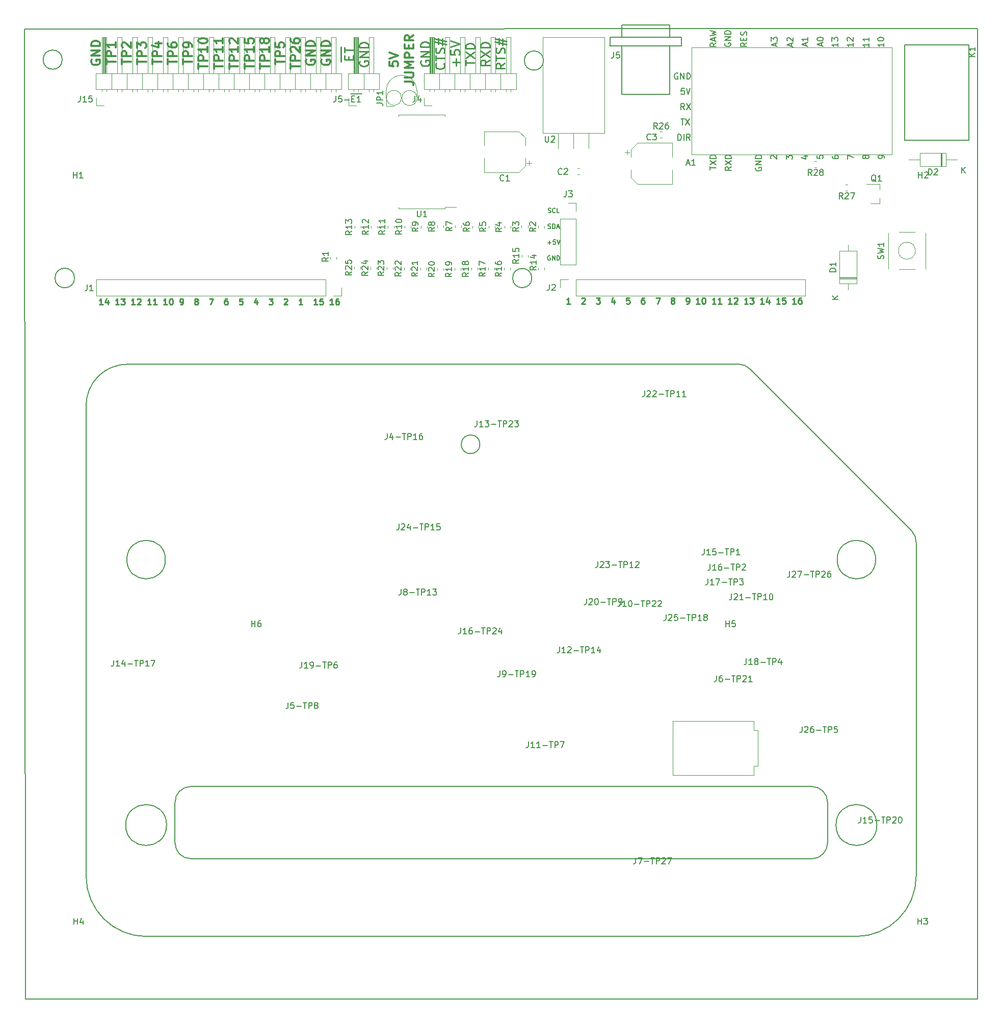
<source format=gto>
G04 #@! TF.GenerationSoftware,KiCad,Pcbnew,(5.1.5)-3*
G04 #@! TF.CreationDate,2020-04-03T10:30:42+02:00*
G04 #@! TF.ProjectId,carecasetester,63617265-6361-4736-9574-65737465722e,rev?*
G04 #@! TF.SameCoordinates,Original*
G04 #@! TF.FileFunction,Legend,Top*
G04 #@! TF.FilePolarity,Positive*
%FSLAX46Y46*%
G04 Gerber Fmt 4.6, Leading zero omitted, Abs format (unit mm)*
G04 Created by KiCad (PCBNEW (5.1.5)-3) date 2020-04-03 10:30:42*
%MOMM*%
%LPD*%
G04 APERTURE LIST*
%ADD10C,0.300000*%
%ADD11C,0.250000*%
%ADD12C,0.187500*%
%ADD13C,0.200000*%
%ADD14C,0.100000*%
%ADD15C,0.120000*%
%ADD16C,0.150000*%
G04 APERTURE END LIST*
D10*
X137583571Y-14795714D02*
X137583571Y-15510000D01*
X138297857Y-15581428D01*
X138226428Y-15510000D01*
X138155000Y-15367142D01*
X138155000Y-15010000D01*
X138226428Y-14867142D01*
X138297857Y-14795714D01*
X138440714Y-14724285D01*
X138797857Y-14724285D01*
X138940714Y-14795714D01*
X139012142Y-14867142D01*
X139083571Y-15010000D01*
X139083571Y-15367142D01*
X139012142Y-15510000D01*
X138940714Y-15581428D01*
X137583571Y-14295714D02*
X139083571Y-13795714D01*
X137583571Y-13295714D01*
X140133571Y-18117142D02*
X141205000Y-18117142D01*
X141419285Y-18188571D01*
X141562142Y-18331428D01*
X141633571Y-18545714D01*
X141633571Y-18688571D01*
X140133571Y-17402857D02*
X141347857Y-17402857D01*
X141490714Y-17331428D01*
X141562142Y-17260000D01*
X141633571Y-17117142D01*
X141633571Y-16831428D01*
X141562142Y-16688571D01*
X141490714Y-16617142D01*
X141347857Y-16545714D01*
X140133571Y-16545714D01*
X141633571Y-15831428D02*
X140133571Y-15831428D01*
X141205000Y-15331428D01*
X140133571Y-14831428D01*
X141633571Y-14831428D01*
X141633571Y-14117142D02*
X140133571Y-14117142D01*
X140133571Y-13545714D01*
X140205000Y-13402857D01*
X140276428Y-13331428D01*
X140419285Y-13260000D01*
X140633571Y-13260000D01*
X140776428Y-13331428D01*
X140847857Y-13402857D01*
X140919285Y-13545714D01*
X140919285Y-14117142D01*
X140847857Y-12617142D02*
X140847857Y-12117142D01*
X141633571Y-11902857D02*
X141633571Y-12617142D01*
X140133571Y-12617142D01*
X140133571Y-11902857D01*
X141633571Y-10402857D02*
X140919285Y-10902857D01*
X141633571Y-11260000D02*
X140133571Y-11260000D01*
X140133571Y-10688571D01*
X140205000Y-10545714D01*
X140276428Y-10474285D01*
X140419285Y-10402857D01*
X140633571Y-10402857D01*
X140776428Y-10474285D01*
X140847857Y-10545714D01*
X140919285Y-10688571D01*
X140919285Y-11260000D01*
D11*
X129565000Y-14810000D02*
X129565000Y-13452857D01*
X130862857Y-14452857D02*
X130862857Y-13952857D01*
X131648571Y-13738571D02*
X131648571Y-14452857D01*
X130148571Y-14452857D01*
X130148571Y-13738571D01*
X129565000Y-13452857D02*
X129565000Y-12310000D01*
X130148571Y-13310000D02*
X130148571Y-12452857D01*
X131648571Y-12881428D02*
X130148571Y-12881428D01*
X132720000Y-14702857D02*
X132648571Y-14845714D01*
X132648571Y-15060000D01*
X132720000Y-15274285D01*
X132862857Y-15417142D01*
X133005714Y-15488571D01*
X133291428Y-15560000D01*
X133505714Y-15560000D01*
X133791428Y-15488571D01*
X133934285Y-15417142D01*
X134077142Y-15274285D01*
X134148571Y-15060000D01*
X134148571Y-14917142D01*
X134077142Y-14702857D01*
X134005714Y-14631428D01*
X133505714Y-14631428D01*
X133505714Y-14917142D01*
X134148571Y-13988571D02*
X132648571Y-13988571D01*
X134148571Y-13131428D01*
X132648571Y-13131428D01*
X134148571Y-12417142D02*
X132648571Y-12417142D01*
X132648571Y-12060000D01*
X132720000Y-11845714D01*
X132862857Y-11702857D01*
X133005714Y-11631428D01*
X133291428Y-11560000D01*
X133505714Y-11560000D01*
X133791428Y-11631428D01*
X133934285Y-11702857D01*
X134077142Y-11845714D01*
X134148571Y-12060000D01*
X134148571Y-12417142D01*
X142860000Y-14642857D02*
X142788571Y-14785714D01*
X142788571Y-15000000D01*
X142860000Y-15214285D01*
X143002857Y-15357142D01*
X143145714Y-15428571D01*
X143431428Y-15500000D01*
X143645714Y-15500000D01*
X143931428Y-15428571D01*
X144074285Y-15357142D01*
X144217142Y-15214285D01*
X144288571Y-15000000D01*
X144288571Y-14857142D01*
X144217142Y-14642857D01*
X144145714Y-14571428D01*
X143645714Y-14571428D01*
X143645714Y-14857142D01*
X144288571Y-13928571D02*
X142788571Y-13928571D01*
X144288571Y-13071428D01*
X142788571Y-13071428D01*
X144288571Y-12357142D02*
X142788571Y-12357142D01*
X142788571Y-12000000D01*
X142860000Y-11785714D01*
X143002857Y-11642857D01*
X143145714Y-11571428D01*
X143431428Y-11500000D01*
X143645714Y-11500000D01*
X143931428Y-11571428D01*
X144074285Y-11642857D01*
X144217142Y-11785714D01*
X144288571Y-12000000D01*
X144288571Y-12357142D01*
X146645714Y-15071428D02*
X146717142Y-15142857D01*
X146788571Y-15357142D01*
X146788571Y-15500000D01*
X146717142Y-15714285D01*
X146574285Y-15857142D01*
X146431428Y-15928571D01*
X146145714Y-16000000D01*
X145931428Y-16000000D01*
X145645714Y-15928571D01*
X145502857Y-15857142D01*
X145360000Y-15714285D01*
X145288571Y-15500000D01*
X145288571Y-15357142D01*
X145360000Y-15142857D01*
X145431428Y-15071428D01*
X145288571Y-14642857D02*
X145288571Y-13785714D01*
X146788571Y-14214285D02*
X145288571Y-14214285D01*
X146717142Y-13357142D02*
X146788571Y-13142857D01*
X146788571Y-12785714D01*
X146717142Y-12642857D01*
X146645714Y-12571428D01*
X146502857Y-12500000D01*
X146360000Y-12500000D01*
X146217142Y-12571428D01*
X146145714Y-12642857D01*
X146074285Y-12785714D01*
X146002857Y-13071428D01*
X145931428Y-13214285D01*
X145860000Y-13285714D01*
X145717142Y-13357142D01*
X145574285Y-13357142D01*
X145431428Y-13285714D01*
X145360000Y-13214285D01*
X145288571Y-13071428D01*
X145288571Y-12714285D01*
X145360000Y-12500000D01*
X145788571Y-11928571D02*
X145788571Y-10857142D01*
X145145714Y-11500000D02*
X147074285Y-11928571D01*
X146431428Y-11000000D02*
X146431428Y-12071428D01*
X147074285Y-11428571D02*
X145145714Y-11000000D01*
X148717142Y-15428571D02*
X148717142Y-14285714D01*
X149288571Y-14857142D02*
X148145714Y-14857142D01*
X147788571Y-12857142D02*
X147788571Y-13571428D01*
X148502857Y-13642857D01*
X148431428Y-13571428D01*
X148360000Y-13428571D01*
X148360000Y-13071428D01*
X148431428Y-12928571D01*
X148502857Y-12857142D01*
X148645714Y-12785714D01*
X149002857Y-12785714D01*
X149145714Y-12857142D01*
X149217142Y-12928571D01*
X149288571Y-13071428D01*
X149288571Y-13428571D01*
X149217142Y-13571428D01*
X149145714Y-13642857D01*
X147788571Y-12357142D02*
X149288571Y-11857142D01*
X147788571Y-11357142D01*
X150288571Y-15392857D02*
X150288571Y-14535714D01*
X151788571Y-14964285D02*
X150288571Y-14964285D01*
X150288571Y-14178571D02*
X151788571Y-13178571D01*
X150288571Y-13178571D02*
X151788571Y-14178571D01*
X151788571Y-12607142D02*
X150288571Y-12607142D01*
X150288571Y-12250000D01*
X150360000Y-12035714D01*
X150502857Y-11892857D01*
X150645714Y-11821428D01*
X150931428Y-11750000D01*
X151145714Y-11750000D01*
X151431428Y-11821428D01*
X151574285Y-11892857D01*
X151717142Y-12035714D01*
X151788571Y-12250000D01*
X151788571Y-12607142D01*
X154288571Y-14500000D02*
X153574285Y-15000000D01*
X154288571Y-15357142D02*
X152788571Y-15357142D01*
X152788571Y-14785714D01*
X152860000Y-14642857D01*
X152931428Y-14571428D01*
X153074285Y-14500000D01*
X153288571Y-14500000D01*
X153431428Y-14571428D01*
X153502857Y-14642857D01*
X153574285Y-14785714D01*
X153574285Y-15357142D01*
X152788571Y-14000000D02*
X154288571Y-13000000D01*
X152788571Y-13000000D02*
X154288571Y-14000000D01*
X154288571Y-12428571D02*
X152788571Y-12428571D01*
X152788571Y-12071428D01*
X152860000Y-11857142D01*
X153002857Y-11714285D01*
X153145714Y-11642857D01*
X153431428Y-11571428D01*
X153645714Y-11571428D01*
X153931428Y-11642857D01*
X154074285Y-11714285D01*
X154217142Y-11857142D01*
X154288571Y-12071428D01*
X154288571Y-12428571D01*
X156788571Y-15071428D02*
X156074285Y-15571428D01*
X156788571Y-15928571D02*
X155288571Y-15928571D01*
X155288571Y-15357142D01*
X155360000Y-15214285D01*
X155431428Y-15142857D01*
X155574285Y-15071428D01*
X155788571Y-15071428D01*
X155931428Y-15142857D01*
X156002857Y-15214285D01*
X156074285Y-15357142D01*
X156074285Y-15928571D01*
X155288571Y-14642857D02*
X155288571Y-13785714D01*
X156788571Y-14214285D02*
X155288571Y-14214285D01*
X156717142Y-13357142D02*
X156788571Y-13142857D01*
X156788571Y-12785714D01*
X156717142Y-12642857D01*
X156645714Y-12571428D01*
X156502857Y-12500000D01*
X156360000Y-12500000D01*
X156217142Y-12571428D01*
X156145714Y-12642857D01*
X156074285Y-12785714D01*
X156002857Y-13071428D01*
X155931428Y-13214285D01*
X155860000Y-13285714D01*
X155717142Y-13357142D01*
X155574285Y-13357142D01*
X155431428Y-13285714D01*
X155360000Y-13214285D01*
X155288571Y-13071428D01*
X155288571Y-12714285D01*
X155360000Y-12500000D01*
X155788571Y-11928571D02*
X155788571Y-10857142D01*
X155145714Y-11500000D02*
X157074285Y-11928571D01*
X156431428Y-11000000D02*
X156431428Y-12071428D01*
X157074285Y-11428571D02*
X155145714Y-11000000D01*
D10*
X88135000Y-14482857D02*
X88063571Y-14625714D01*
X88063571Y-14840000D01*
X88135000Y-15054285D01*
X88277857Y-15197142D01*
X88420714Y-15268571D01*
X88706428Y-15340000D01*
X88920714Y-15340000D01*
X89206428Y-15268571D01*
X89349285Y-15197142D01*
X89492142Y-15054285D01*
X89563571Y-14840000D01*
X89563571Y-14697142D01*
X89492142Y-14482857D01*
X89420714Y-14411428D01*
X88920714Y-14411428D01*
X88920714Y-14697142D01*
X89563571Y-13768571D02*
X88063571Y-13768571D01*
X89563571Y-12911428D01*
X88063571Y-12911428D01*
X89563571Y-12197142D02*
X88063571Y-12197142D01*
X88063571Y-11840000D01*
X88135000Y-11625714D01*
X88277857Y-11482857D01*
X88420714Y-11411428D01*
X88706428Y-11340000D01*
X88920714Y-11340000D01*
X89206428Y-11411428D01*
X89349285Y-11482857D01*
X89492142Y-11625714D01*
X89563571Y-11840000D01*
X89563571Y-12197142D01*
X90613571Y-15232857D02*
X90613571Y-14375714D01*
X92113571Y-14804285D02*
X90613571Y-14804285D01*
X92113571Y-13875714D02*
X90613571Y-13875714D01*
X90613571Y-13304285D01*
X90685000Y-13161428D01*
X90756428Y-13090000D01*
X90899285Y-13018571D01*
X91113571Y-13018571D01*
X91256428Y-13090000D01*
X91327857Y-13161428D01*
X91399285Y-13304285D01*
X91399285Y-13875714D01*
X92113571Y-11590000D02*
X92113571Y-12447142D01*
X92113571Y-12018571D02*
X90613571Y-12018571D01*
X90827857Y-12161428D01*
X90970714Y-12304285D01*
X91042142Y-12447142D01*
X93163571Y-15232857D02*
X93163571Y-14375714D01*
X94663571Y-14804285D02*
X93163571Y-14804285D01*
X94663571Y-13875714D02*
X93163571Y-13875714D01*
X93163571Y-13304285D01*
X93235000Y-13161428D01*
X93306428Y-13090000D01*
X93449285Y-13018571D01*
X93663571Y-13018571D01*
X93806428Y-13090000D01*
X93877857Y-13161428D01*
X93949285Y-13304285D01*
X93949285Y-13875714D01*
X93306428Y-12447142D02*
X93235000Y-12375714D01*
X93163571Y-12232857D01*
X93163571Y-11875714D01*
X93235000Y-11732857D01*
X93306428Y-11661428D01*
X93449285Y-11590000D01*
X93592142Y-11590000D01*
X93806428Y-11661428D01*
X94663571Y-12518571D01*
X94663571Y-11590000D01*
X95713571Y-15232857D02*
X95713571Y-14375714D01*
X97213571Y-14804285D02*
X95713571Y-14804285D01*
X97213571Y-13875714D02*
X95713571Y-13875714D01*
X95713571Y-13304285D01*
X95785000Y-13161428D01*
X95856428Y-13090000D01*
X95999285Y-13018571D01*
X96213571Y-13018571D01*
X96356428Y-13090000D01*
X96427857Y-13161428D01*
X96499285Y-13304285D01*
X96499285Y-13875714D01*
X95713571Y-12518571D02*
X95713571Y-11590000D01*
X96285000Y-12090000D01*
X96285000Y-11875714D01*
X96356428Y-11732857D01*
X96427857Y-11661428D01*
X96570714Y-11590000D01*
X96927857Y-11590000D01*
X97070714Y-11661428D01*
X97142142Y-11732857D01*
X97213571Y-11875714D01*
X97213571Y-12304285D01*
X97142142Y-12447142D01*
X97070714Y-12518571D01*
X98263571Y-15232857D02*
X98263571Y-14375714D01*
X99763571Y-14804285D02*
X98263571Y-14804285D01*
X99763571Y-13875714D02*
X98263571Y-13875714D01*
X98263571Y-13304285D01*
X98335000Y-13161428D01*
X98406428Y-13090000D01*
X98549285Y-13018571D01*
X98763571Y-13018571D01*
X98906428Y-13090000D01*
X98977857Y-13161428D01*
X99049285Y-13304285D01*
X99049285Y-13875714D01*
X98763571Y-11732857D02*
X99763571Y-11732857D01*
X98192142Y-12090000D02*
X99263571Y-12447142D01*
X99263571Y-11518571D01*
X100813571Y-15232857D02*
X100813571Y-14375714D01*
X102313571Y-14804285D02*
X100813571Y-14804285D01*
X102313571Y-13875714D02*
X100813571Y-13875714D01*
X100813571Y-13304285D01*
X100885000Y-13161428D01*
X100956428Y-13090000D01*
X101099285Y-13018571D01*
X101313571Y-13018571D01*
X101456428Y-13090000D01*
X101527857Y-13161428D01*
X101599285Y-13304285D01*
X101599285Y-13875714D01*
X100813571Y-11732857D02*
X100813571Y-12018571D01*
X100885000Y-12161428D01*
X100956428Y-12232857D01*
X101170714Y-12375714D01*
X101456428Y-12447142D01*
X102027857Y-12447142D01*
X102170714Y-12375714D01*
X102242142Y-12304285D01*
X102313571Y-12161428D01*
X102313571Y-11875714D01*
X102242142Y-11732857D01*
X102170714Y-11661428D01*
X102027857Y-11590000D01*
X101670714Y-11590000D01*
X101527857Y-11661428D01*
X101456428Y-11732857D01*
X101385000Y-11875714D01*
X101385000Y-12161428D01*
X101456428Y-12304285D01*
X101527857Y-12375714D01*
X101670714Y-12447142D01*
X103363571Y-15232857D02*
X103363571Y-14375714D01*
X104863571Y-14804285D02*
X103363571Y-14804285D01*
X104863571Y-13875714D02*
X103363571Y-13875714D01*
X103363571Y-13304285D01*
X103435000Y-13161428D01*
X103506428Y-13090000D01*
X103649285Y-13018571D01*
X103863571Y-13018571D01*
X104006428Y-13090000D01*
X104077857Y-13161428D01*
X104149285Y-13304285D01*
X104149285Y-13875714D01*
X104863571Y-12304285D02*
X104863571Y-12018571D01*
X104792142Y-11875714D01*
X104720714Y-11804285D01*
X104506428Y-11661428D01*
X104220714Y-11590000D01*
X103649285Y-11590000D01*
X103506428Y-11661428D01*
X103435000Y-11732857D01*
X103363571Y-11875714D01*
X103363571Y-12161428D01*
X103435000Y-12304285D01*
X103506428Y-12375714D01*
X103649285Y-12447142D01*
X104006428Y-12447142D01*
X104149285Y-12375714D01*
X104220714Y-12304285D01*
X104292142Y-12161428D01*
X104292142Y-11875714D01*
X104220714Y-11732857D01*
X104149285Y-11661428D01*
X104006428Y-11590000D01*
X105913571Y-15947142D02*
X105913571Y-15090000D01*
X107413571Y-15518571D02*
X105913571Y-15518571D01*
X107413571Y-14590000D02*
X105913571Y-14590000D01*
X105913571Y-14018571D01*
X105985000Y-13875714D01*
X106056428Y-13804285D01*
X106199285Y-13732857D01*
X106413571Y-13732857D01*
X106556428Y-13804285D01*
X106627857Y-13875714D01*
X106699285Y-14018571D01*
X106699285Y-14590000D01*
X107413571Y-12304285D02*
X107413571Y-13161428D01*
X107413571Y-12732857D02*
X105913571Y-12732857D01*
X106127857Y-12875714D01*
X106270714Y-13018571D01*
X106342142Y-13161428D01*
X105913571Y-11375714D02*
X105913571Y-11232857D01*
X105985000Y-11090000D01*
X106056428Y-11018571D01*
X106199285Y-10947142D01*
X106485000Y-10875714D01*
X106842142Y-10875714D01*
X107127857Y-10947142D01*
X107270714Y-11018571D01*
X107342142Y-11090000D01*
X107413571Y-11232857D01*
X107413571Y-11375714D01*
X107342142Y-11518571D01*
X107270714Y-11590000D01*
X107127857Y-11661428D01*
X106842142Y-11732857D01*
X106485000Y-11732857D01*
X106199285Y-11661428D01*
X106056428Y-11590000D01*
X105985000Y-11518571D01*
X105913571Y-11375714D01*
X108463571Y-15947142D02*
X108463571Y-15090000D01*
X109963571Y-15518571D02*
X108463571Y-15518571D01*
X109963571Y-14590000D02*
X108463571Y-14590000D01*
X108463571Y-14018571D01*
X108535000Y-13875714D01*
X108606428Y-13804285D01*
X108749285Y-13732857D01*
X108963571Y-13732857D01*
X109106428Y-13804285D01*
X109177857Y-13875714D01*
X109249285Y-14018571D01*
X109249285Y-14590000D01*
X109963571Y-12304285D02*
X109963571Y-13161428D01*
X109963571Y-12732857D02*
X108463571Y-12732857D01*
X108677857Y-12875714D01*
X108820714Y-13018571D01*
X108892142Y-13161428D01*
X109963571Y-10875714D02*
X109963571Y-11732857D01*
X109963571Y-11304285D02*
X108463571Y-11304285D01*
X108677857Y-11447142D01*
X108820714Y-11590000D01*
X108892142Y-11732857D01*
X111013571Y-15947142D02*
X111013571Y-15090000D01*
X112513571Y-15518571D02*
X111013571Y-15518571D01*
X112513571Y-14590000D02*
X111013571Y-14590000D01*
X111013571Y-14018571D01*
X111085000Y-13875714D01*
X111156428Y-13804285D01*
X111299285Y-13732857D01*
X111513571Y-13732857D01*
X111656428Y-13804285D01*
X111727857Y-13875714D01*
X111799285Y-14018571D01*
X111799285Y-14590000D01*
X112513571Y-12304285D02*
X112513571Y-13161428D01*
X112513571Y-12732857D02*
X111013571Y-12732857D01*
X111227857Y-12875714D01*
X111370714Y-13018571D01*
X111442142Y-13161428D01*
X111156428Y-11732857D02*
X111085000Y-11661428D01*
X111013571Y-11518571D01*
X111013571Y-11161428D01*
X111085000Y-11018571D01*
X111156428Y-10947142D01*
X111299285Y-10875714D01*
X111442142Y-10875714D01*
X111656428Y-10947142D01*
X112513571Y-11804285D01*
X112513571Y-10875714D01*
X113563571Y-15947142D02*
X113563571Y-15090000D01*
X115063571Y-15518571D02*
X113563571Y-15518571D01*
X115063571Y-14590000D02*
X113563571Y-14590000D01*
X113563571Y-14018571D01*
X113635000Y-13875714D01*
X113706428Y-13804285D01*
X113849285Y-13732857D01*
X114063571Y-13732857D01*
X114206428Y-13804285D01*
X114277857Y-13875714D01*
X114349285Y-14018571D01*
X114349285Y-14590000D01*
X115063571Y-12304285D02*
X115063571Y-13161428D01*
X115063571Y-12732857D02*
X113563571Y-12732857D01*
X113777857Y-12875714D01*
X113920714Y-13018571D01*
X113992142Y-13161428D01*
X113563571Y-10947142D02*
X113563571Y-11661428D01*
X114277857Y-11732857D01*
X114206428Y-11661428D01*
X114135000Y-11518571D01*
X114135000Y-11161428D01*
X114206428Y-11018571D01*
X114277857Y-10947142D01*
X114420714Y-10875714D01*
X114777857Y-10875714D01*
X114920714Y-10947142D01*
X114992142Y-11018571D01*
X115063571Y-11161428D01*
X115063571Y-11518571D01*
X114992142Y-11661428D01*
X114920714Y-11732857D01*
X116113571Y-15947142D02*
X116113571Y-15090000D01*
X117613571Y-15518571D02*
X116113571Y-15518571D01*
X117613571Y-14590000D02*
X116113571Y-14590000D01*
X116113571Y-14018571D01*
X116185000Y-13875714D01*
X116256428Y-13804285D01*
X116399285Y-13732857D01*
X116613571Y-13732857D01*
X116756428Y-13804285D01*
X116827857Y-13875714D01*
X116899285Y-14018571D01*
X116899285Y-14590000D01*
X117613571Y-12304285D02*
X117613571Y-13161428D01*
X117613571Y-12732857D02*
X116113571Y-12732857D01*
X116327857Y-12875714D01*
X116470714Y-13018571D01*
X116542142Y-13161428D01*
X116756428Y-11447142D02*
X116685000Y-11590000D01*
X116613571Y-11661428D01*
X116470714Y-11732857D01*
X116399285Y-11732857D01*
X116256428Y-11661428D01*
X116185000Y-11590000D01*
X116113571Y-11447142D01*
X116113571Y-11161428D01*
X116185000Y-11018571D01*
X116256428Y-10947142D01*
X116399285Y-10875714D01*
X116470714Y-10875714D01*
X116613571Y-10947142D01*
X116685000Y-11018571D01*
X116756428Y-11161428D01*
X116756428Y-11447142D01*
X116827857Y-11590000D01*
X116899285Y-11661428D01*
X117042142Y-11732857D01*
X117327857Y-11732857D01*
X117470714Y-11661428D01*
X117542142Y-11590000D01*
X117613571Y-11447142D01*
X117613571Y-11161428D01*
X117542142Y-11018571D01*
X117470714Y-10947142D01*
X117327857Y-10875714D01*
X117042142Y-10875714D01*
X116899285Y-10947142D01*
X116827857Y-11018571D01*
X116756428Y-11161428D01*
X118663571Y-15232857D02*
X118663571Y-14375714D01*
X120163571Y-14804285D02*
X118663571Y-14804285D01*
X120163571Y-13875714D02*
X118663571Y-13875714D01*
X118663571Y-13304285D01*
X118735000Y-13161428D01*
X118806428Y-13090000D01*
X118949285Y-13018571D01*
X119163571Y-13018571D01*
X119306428Y-13090000D01*
X119377857Y-13161428D01*
X119449285Y-13304285D01*
X119449285Y-13875714D01*
X118663571Y-11661428D02*
X118663571Y-12375714D01*
X119377857Y-12447142D01*
X119306428Y-12375714D01*
X119235000Y-12232857D01*
X119235000Y-11875714D01*
X119306428Y-11732857D01*
X119377857Y-11661428D01*
X119520714Y-11590000D01*
X119877857Y-11590000D01*
X120020714Y-11661428D01*
X120092142Y-11732857D01*
X120163571Y-11875714D01*
X120163571Y-12232857D01*
X120092142Y-12375714D01*
X120020714Y-12447142D01*
X121213571Y-15947142D02*
X121213571Y-15090000D01*
X122713571Y-15518571D02*
X121213571Y-15518571D01*
X122713571Y-14590000D02*
X121213571Y-14590000D01*
X121213571Y-14018571D01*
X121285000Y-13875714D01*
X121356428Y-13804285D01*
X121499285Y-13732857D01*
X121713571Y-13732857D01*
X121856428Y-13804285D01*
X121927857Y-13875714D01*
X121999285Y-14018571D01*
X121999285Y-14590000D01*
X121356428Y-13161428D02*
X121285000Y-13090000D01*
X121213571Y-12947142D01*
X121213571Y-12590000D01*
X121285000Y-12447142D01*
X121356428Y-12375714D01*
X121499285Y-12304285D01*
X121642142Y-12304285D01*
X121856428Y-12375714D01*
X122713571Y-13232857D01*
X122713571Y-12304285D01*
X121213571Y-11018571D02*
X121213571Y-11304285D01*
X121285000Y-11447142D01*
X121356428Y-11518571D01*
X121570714Y-11661428D01*
X121856428Y-11732857D01*
X122427857Y-11732857D01*
X122570714Y-11661428D01*
X122642142Y-11590000D01*
X122713571Y-11447142D01*
X122713571Y-11161428D01*
X122642142Y-11018571D01*
X122570714Y-10947142D01*
X122427857Y-10875714D01*
X122070714Y-10875714D01*
X121927857Y-10947142D01*
X121856428Y-11018571D01*
X121785000Y-11161428D01*
X121785000Y-11447142D01*
X121856428Y-11590000D01*
X121927857Y-11661428D01*
X122070714Y-11732857D01*
X123835000Y-14482857D02*
X123763571Y-14625714D01*
X123763571Y-14840000D01*
X123835000Y-15054285D01*
X123977857Y-15197142D01*
X124120714Y-15268571D01*
X124406428Y-15340000D01*
X124620714Y-15340000D01*
X124906428Y-15268571D01*
X125049285Y-15197142D01*
X125192142Y-15054285D01*
X125263571Y-14840000D01*
X125263571Y-14697142D01*
X125192142Y-14482857D01*
X125120714Y-14411428D01*
X124620714Y-14411428D01*
X124620714Y-14697142D01*
X125263571Y-13768571D02*
X123763571Y-13768571D01*
X125263571Y-12911428D01*
X123763571Y-12911428D01*
X125263571Y-12197142D02*
X123763571Y-12197142D01*
X123763571Y-11840000D01*
X123835000Y-11625714D01*
X123977857Y-11482857D01*
X124120714Y-11411428D01*
X124406428Y-11340000D01*
X124620714Y-11340000D01*
X124906428Y-11411428D01*
X125049285Y-11482857D01*
X125192142Y-11625714D01*
X125263571Y-11840000D01*
X125263571Y-12197142D01*
X126385000Y-14482857D02*
X126313571Y-14625714D01*
X126313571Y-14840000D01*
X126385000Y-15054285D01*
X126527857Y-15197142D01*
X126670714Y-15268571D01*
X126956428Y-15340000D01*
X127170714Y-15340000D01*
X127456428Y-15268571D01*
X127599285Y-15197142D01*
X127742142Y-15054285D01*
X127813571Y-14840000D01*
X127813571Y-14697142D01*
X127742142Y-14482857D01*
X127670714Y-14411428D01*
X127170714Y-14411428D01*
X127170714Y-14697142D01*
X127813571Y-13768571D02*
X126313571Y-13768571D01*
X127813571Y-12911428D01*
X126313571Y-12911428D01*
X127813571Y-12197142D02*
X126313571Y-12197142D01*
X126313571Y-11840000D01*
X126385000Y-11625714D01*
X126527857Y-11482857D01*
X126670714Y-11411428D01*
X126956428Y-11340000D01*
X127170714Y-11340000D01*
X127456428Y-11411428D01*
X127599285Y-11482857D01*
X127742142Y-11625714D01*
X127813571Y-11840000D01*
X127813571Y-12197142D01*
D12*
X163997142Y-39816071D02*
X164104285Y-39851785D01*
X164282857Y-39851785D01*
X164354285Y-39816071D01*
X164390000Y-39780357D01*
X164425714Y-39708928D01*
X164425714Y-39637500D01*
X164390000Y-39566071D01*
X164354285Y-39530357D01*
X164282857Y-39494642D01*
X164140000Y-39458928D01*
X164068571Y-39423214D01*
X164032857Y-39387500D01*
X163997142Y-39316071D01*
X163997142Y-39244642D01*
X164032857Y-39173214D01*
X164068571Y-39137500D01*
X164140000Y-39101785D01*
X164318571Y-39101785D01*
X164425714Y-39137500D01*
X165175714Y-39780357D02*
X165140000Y-39816071D01*
X165032857Y-39851785D01*
X164961428Y-39851785D01*
X164854285Y-39816071D01*
X164782857Y-39744642D01*
X164747142Y-39673214D01*
X164711428Y-39530357D01*
X164711428Y-39423214D01*
X164747142Y-39280357D01*
X164782857Y-39208928D01*
X164854285Y-39137500D01*
X164961428Y-39101785D01*
X165032857Y-39101785D01*
X165140000Y-39137500D01*
X165175714Y-39173214D01*
X165854285Y-39851785D02*
X165497142Y-39851785D01*
X165497142Y-39101785D01*
X163979285Y-42441071D02*
X164086428Y-42476785D01*
X164265000Y-42476785D01*
X164336428Y-42441071D01*
X164372142Y-42405357D01*
X164407857Y-42333928D01*
X164407857Y-42262500D01*
X164372142Y-42191071D01*
X164336428Y-42155357D01*
X164265000Y-42119642D01*
X164122142Y-42083928D01*
X164050714Y-42048214D01*
X164015000Y-42012500D01*
X163979285Y-41941071D01*
X163979285Y-41869642D01*
X164015000Y-41798214D01*
X164050714Y-41762500D01*
X164122142Y-41726785D01*
X164300714Y-41726785D01*
X164407857Y-41762500D01*
X164729285Y-42476785D02*
X164729285Y-41726785D01*
X164907857Y-41726785D01*
X165015000Y-41762500D01*
X165086428Y-41833928D01*
X165122142Y-41905357D01*
X165157857Y-42048214D01*
X165157857Y-42155357D01*
X165122142Y-42298214D01*
X165086428Y-42369642D01*
X165015000Y-42441071D01*
X164907857Y-42476785D01*
X164729285Y-42476785D01*
X165443571Y-42262500D02*
X165800714Y-42262500D01*
X165372142Y-42476785D02*
X165622142Y-41726785D01*
X165872142Y-42476785D01*
X163925714Y-44816071D02*
X164497142Y-44816071D01*
X164211428Y-45101785D02*
X164211428Y-44530357D01*
X165211428Y-44351785D02*
X164854285Y-44351785D01*
X164818571Y-44708928D01*
X164854285Y-44673214D01*
X164925714Y-44637500D01*
X165104285Y-44637500D01*
X165175714Y-44673214D01*
X165211428Y-44708928D01*
X165247142Y-44780357D01*
X165247142Y-44958928D01*
X165211428Y-45030357D01*
X165175714Y-45066071D01*
X165104285Y-45101785D01*
X164925714Y-45101785D01*
X164854285Y-45066071D01*
X164818571Y-45030357D01*
X165461428Y-44351785D02*
X165711428Y-45101785D01*
X165961428Y-44351785D01*
X164318571Y-47012500D02*
X164247142Y-46976785D01*
X164140000Y-46976785D01*
X164032857Y-47012500D01*
X163961428Y-47083928D01*
X163925714Y-47155357D01*
X163890000Y-47298214D01*
X163890000Y-47405357D01*
X163925714Y-47548214D01*
X163961428Y-47619642D01*
X164032857Y-47691071D01*
X164140000Y-47726785D01*
X164211428Y-47726785D01*
X164318571Y-47691071D01*
X164354285Y-47655357D01*
X164354285Y-47405357D01*
X164211428Y-47405357D01*
X164675714Y-47726785D02*
X164675714Y-46976785D01*
X165104285Y-47726785D01*
X165104285Y-46976785D01*
X165461428Y-47726785D02*
X165461428Y-46976785D01*
X165640000Y-46976785D01*
X165747142Y-47012500D01*
X165818571Y-47083928D01*
X165854285Y-47155357D01*
X165890000Y-47298214D01*
X165890000Y-47405357D01*
X165854285Y-47548214D01*
X165818571Y-47619642D01*
X165747142Y-47691071D01*
X165640000Y-47726785D01*
X165461428Y-47726785D01*
D11*
X90026666Y-55122380D02*
X89455238Y-55122380D01*
X89740952Y-55122380D02*
X89740952Y-54122380D01*
X89645714Y-54265238D01*
X89550476Y-54360476D01*
X89455238Y-54408095D01*
X90883809Y-54455714D02*
X90883809Y-55122380D01*
X90645714Y-54074761D02*
X90407619Y-54789047D01*
X91026666Y-54789047D01*
X92693333Y-55122380D02*
X92121904Y-55122380D01*
X92407619Y-55122380D02*
X92407619Y-54122380D01*
X92312380Y-54265238D01*
X92217142Y-54360476D01*
X92121904Y-54408095D01*
X93026666Y-54122380D02*
X93645714Y-54122380D01*
X93312380Y-54503333D01*
X93455238Y-54503333D01*
X93550476Y-54550952D01*
X93598095Y-54598571D01*
X93645714Y-54693809D01*
X93645714Y-54931904D01*
X93598095Y-55027142D01*
X93550476Y-55074761D01*
X93455238Y-55122380D01*
X93169523Y-55122380D01*
X93074285Y-55074761D01*
X93026666Y-55027142D01*
X95360000Y-55122380D02*
X94788571Y-55122380D01*
X95074285Y-55122380D02*
X95074285Y-54122380D01*
X94979047Y-54265238D01*
X94883809Y-54360476D01*
X94788571Y-54408095D01*
X95740952Y-54217619D02*
X95788571Y-54170000D01*
X95883809Y-54122380D01*
X96121904Y-54122380D01*
X96217142Y-54170000D01*
X96264761Y-54217619D01*
X96312380Y-54312857D01*
X96312380Y-54408095D01*
X96264761Y-54550952D01*
X95693333Y-55122380D01*
X96312380Y-55122380D01*
X98026666Y-55122380D02*
X97455238Y-55122380D01*
X97740952Y-55122380D02*
X97740952Y-54122380D01*
X97645714Y-54265238D01*
X97550476Y-54360476D01*
X97455238Y-54408095D01*
X98979047Y-55122380D02*
X98407619Y-55122380D01*
X98693333Y-55122380D02*
X98693333Y-54122380D01*
X98598095Y-54265238D01*
X98502857Y-54360476D01*
X98407619Y-54408095D01*
X100693333Y-55122380D02*
X100121904Y-55122380D01*
X100407619Y-55122380D02*
X100407619Y-54122380D01*
X100312380Y-54265238D01*
X100217142Y-54360476D01*
X100121904Y-54408095D01*
X101312380Y-54122380D02*
X101407619Y-54122380D01*
X101502857Y-54170000D01*
X101550476Y-54217619D01*
X101598095Y-54312857D01*
X101645714Y-54503333D01*
X101645714Y-54741428D01*
X101598095Y-54931904D01*
X101550476Y-55027142D01*
X101502857Y-55074761D01*
X101407619Y-55122380D01*
X101312380Y-55122380D01*
X101217142Y-55074761D01*
X101169523Y-55027142D01*
X101121904Y-54931904D01*
X101074285Y-54741428D01*
X101074285Y-54503333D01*
X101121904Y-54312857D01*
X101169523Y-54217619D01*
X101217142Y-54170000D01*
X101312380Y-54122380D01*
X102883809Y-55122380D02*
X103074285Y-55122380D01*
X103169523Y-55074761D01*
X103217142Y-55027142D01*
X103312380Y-54884285D01*
X103360000Y-54693809D01*
X103360000Y-54312857D01*
X103312380Y-54217619D01*
X103264761Y-54170000D01*
X103169523Y-54122380D01*
X102979047Y-54122380D01*
X102883809Y-54170000D01*
X102836190Y-54217619D01*
X102788571Y-54312857D01*
X102788571Y-54550952D01*
X102836190Y-54646190D01*
X102883809Y-54693809D01*
X102979047Y-54741428D01*
X103169523Y-54741428D01*
X103264761Y-54693809D01*
X103312380Y-54646190D01*
X103360000Y-54550952D01*
X105455238Y-54550952D02*
X105360000Y-54503333D01*
X105312380Y-54455714D01*
X105264761Y-54360476D01*
X105264761Y-54312857D01*
X105312380Y-54217619D01*
X105360000Y-54170000D01*
X105455238Y-54122380D01*
X105645714Y-54122380D01*
X105740952Y-54170000D01*
X105788571Y-54217619D01*
X105836190Y-54312857D01*
X105836190Y-54360476D01*
X105788571Y-54455714D01*
X105740952Y-54503333D01*
X105645714Y-54550952D01*
X105455238Y-54550952D01*
X105360000Y-54598571D01*
X105312380Y-54646190D01*
X105264761Y-54741428D01*
X105264761Y-54931904D01*
X105312380Y-55027142D01*
X105360000Y-55074761D01*
X105455238Y-55122380D01*
X105645714Y-55122380D01*
X105740952Y-55074761D01*
X105788571Y-55027142D01*
X105836190Y-54931904D01*
X105836190Y-54741428D01*
X105788571Y-54646190D01*
X105740952Y-54598571D01*
X105645714Y-54550952D01*
X107693333Y-54122380D02*
X108360000Y-54122380D01*
X107931428Y-55122380D01*
X110693333Y-54122380D02*
X110502857Y-54122380D01*
X110407619Y-54170000D01*
X110360000Y-54217619D01*
X110264761Y-54360476D01*
X110217142Y-54550952D01*
X110217142Y-54931904D01*
X110264761Y-55027142D01*
X110312380Y-55074761D01*
X110407619Y-55122380D01*
X110598095Y-55122380D01*
X110693333Y-55074761D01*
X110740952Y-55027142D01*
X110788571Y-54931904D01*
X110788571Y-54693809D01*
X110740952Y-54598571D01*
X110693333Y-54550952D01*
X110598095Y-54503333D01*
X110407619Y-54503333D01*
X110312380Y-54550952D01*
X110264761Y-54598571D01*
X110217142Y-54693809D01*
X113217142Y-54122380D02*
X112740952Y-54122380D01*
X112693333Y-54598571D01*
X112740952Y-54550952D01*
X112836190Y-54503333D01*
X113074285Y-54503333D01*
X113169523Y-54550952D01*
X113217142Y-54598571D01*
X113264761Y-54693809D01*
X113264761Y-54931904D01*
X113217142Y-55027142D01*
X113169523Y-55074761D01*
X113074285Y-55122380D01*
X112836190Y-55122380D01*
X112740952Y-55074761D01*
X112693333Y-55027142D01*
X115645714Y-54455714D02*
X115645714Y-55122380D01*
X115407619Y-54074761D02*
X115169523Y-54789047D01*
X115788571Y-54789047D01*
X117598095Y-54122380D02*
X118217142Y-54122380D01*
X117883809Y-54503333D01*
X118026666Y-54503333D01*
X118121904Y-54550952D01*
X118169523Y-54598571D01*
X118217142Y-54693809D01*
X118217142Y-54931904D01*
X118169523Y-55027142D01*
X118121904Y-55074761D01*
X118026666Y-55122380D01*
X117740952Y-55122380D01*
X117645714Y-55074761D01*
X117598095Y-55027142D01*
X120121904Y-54217619D02*
X120169523Y-54170000D01*
X120264761Y-54122380D01*
X120502857Y-54122380D01*
X120598095Y-54170000D01*
X120645714Y-54217619D01*
X120693333Y-54312857D01*
X120693333Y-54408095D01*
X120645714Y-54550952D01*
X120074285Y-55122380D01*
X120693333Y-55122380D01*
X123169523Y-55122380D02*
X122598095Y-55122380D01*
X122883809Y-55122380D02*
X122883809Y-54122380D01*
X122788571Y-54265238D01*
X122693333Y-54360476D01*
X122598095Y-54408095D01*
X125645714Y-55122380D02*
X125074285Y-55122380D01*
X125359999Y-55122380D02*
X125359999Y-54122380D01*
X125264761Y-54265238D01*
X125169523Y-54360476D01*
X125074285Y-54408095D01*
X126550476Y-54122380D02*
X126074285Y-54122380D01*
X126026666Y-54598571D01*
X126074285Y-54550952D01*
X126169523Y-54503333D01*
X126407619Y-54503333D01*
X126502857Y-54550952D01*
X126550476Y-54598571D01*
X126598095Y-54693809D01*
X126598095Y-54931904D01*
X126550476Y-55027142D01*
X126502857Y-55074761D01*
X126407619Y-55122380D01*
X126169523Y-55122380D01*
X126074285Y-55074761D01*
X126026666Y-55027142D01*
X128312380Y-55122380D02*
X127740952Y-55122380D01*
X128026666Y-55122380D02*
X128026666Y-54122380D01*
X127931428Y-54265238D01*
X127836190Y-54360476D01*
X127740952Y-54408095D01*
X129169523Y-54122380D02*
X128979047Y-54122380D01*
X128883809Y-54170000D01*
X128836190Y-54217619D01*
X128740952Y-54360476D01*
X128693333Y-54550952D01*
X128693333Y-54931904D01*
X128740952Y-55027142D01*
X128788571Y-55074761D01*
X128883809Y-55122380D01*
X129074285Y-55122380D01*
X129169523Y-55074761D01*
X129217142Y-55027142D01*
X129264761Y-54931904D01*
X129264761Y-54693809D01*
X129217142Y-54598571D01*
X129169523Y-54550952D01*
X129074285Y-54503333D01*
X128883809Y-54503333D01*
X128788571Y-54550952D01*
X128740952Y-54598571D01*
X128693333Y-54693809D01*
X167647619Y-54982380D02*
X167076190Y-54982380D01*
X167361904Y-54982380D02*
X167361904Y-53982380D01*
X167266666Y-54125238D01*
X167171428Y-54220476D01*
X167076190Y-54268095D01*
X169552380Y-54077619D02*
X169600000Y-54030000D01*
X169695238Y-53982380D01*
X169933333Y-53982380D01*
X170028571Y-54030000D01*
X170076190Y-54077619D01*
X170123809Y-54172857D01*
X170123809Y-54268095D01*
X170076190Y-54410952D01*
X169504761Y-54982380D01*
X170123809Y-54982380D01*
X171980952Y-53982380D02*
X172600000Y-53982380D01*
X172266666Y-54363333D01*
X172409523Y-54363333D01*
X172504761Y-54410952D01*
X172552380Y-54458571D01*
X172600000Y-54553809D01*
X172600000Y-54791904D01*
X172552380Y-54887142D01*
X172504761Y-54934761D01*
X172409523Y-54982380D01*
X172123809Y-54982380D01*
X172028571Y-54934761D01*
X171980952Y-54887142D01*
X174980952Y-54315714D02*
X174980952Y-54982380D01*
X174742857Y-53934761D02*
X174504761Y-54649047D01*
X175123809Y-54649047D01*
X177504761Y-53982380D02*
X177028571Y-53982380D01*
X176980952Y-54458571D01*
X177028571Y-54410952D01*
X177123809Y-54363333D01*
X177361904Y-54363333D01*
X177457142Y-54410952D01*
X177504761Y-54458571D01*
X177552380Y-54553809D01*
X177552380Y-54791904D01*
X177504761Y-54887142D01*
X177457142Y-54934761D01*
X177361904Y-54982380D01*
X177123809Y-54982380D01*
X177028571Y-54934761D01*
X176980952Y-54887142D01*
X179933333Y-53982380D02*
X179742857Y-53982380D01*
X179647619Y-54030000D01*
X179600000Y-54077619D01*
X179504761Y-54220476D01*
X179457142Y-54410952D01*
X179457142Y-54791904D01*
X179504761Y-54887142D01*
X179552380Y-54934761D01*
X179647619Y-54982380D01*
X179838095Y-54982380D01*
X179933333Y-54934761D01*
X179980952Y-54887142D01*
X180028571Y-54791904D01*
X180028571Y-54553809D01*
X179980952Y-54458571D01*
X179933333Y-54410952D01*
X179838095Y-54363333D01*
X179647619Y-54363333D01*
X179552380Y-54410952D01*
X179504761Y-54458571D01*
X179457142Y-54553809D01*
X181885714Y-53982380D02*
X182552380Y-53982380D01*
X182123809Y-54982380D01*
X184600000Y-54410952D02*
X184504761Y-54363333D01*
X184457142Y-54315714D01*
X184409523Y-54220476D01*
X184409523Y-54172857D01*
X184457142Y-54077619D01*
X184504761Y-54030000D01*
X184600000Y-53982380D01*
X184790476Y-53982380D01*
X184885714Y-54030000D01*
X184933333Y-54077619D01*
X184980952Y-54172857D01*
X184980952Y-54220476D01*
X184933333Y-54315714D01*
X184885714Y-54363333D01*
X184790476Y-54410952D01*
X184600000Y-54410952D01*
X184504761Y-54458571D01*
X184457142Y-54506190D01*
X184409523Y-54601428D01*
X184409523Y-54791904D01*
X184457142Y-54887142D01*
X184504761Y-54934761D01*
X184600000Y-54982380D01*
X184790476Y-54982380D01*
X184885714Y-54934761D01*
X184933333Y-54887142D01*
X184980952Y-54791904D01*
X184980952Y-54601428D01*
X184933333Y-54506190D01*
X184885714Y-54458571D01*
X184790476Y-54410952D01*
X186980952Y-54982380D02*
X187171428Y-54982380D01*
X187266666Y-54934761D01*
X187314285Y-54887142D01*
X187409523Y-54744285D01*
X187457142Y-54553809D01*
X187457142Y-54172857D01*
X187409523Y-54077619D01*
X187361904Y-54030000D01*
X187266666Y-53982380D01*
X187076190Y-53982380D01*
X186980952Y-54030000D01*
X186933333Y-54077619D01*
X186885714Y-54172857D01*
X186885714Y-54410952D01*
X186933333Y-54506190D01*
X186980952Y-54553809D01*
X187076190Y-54601428D01*
X187266666Y-54601428D01*
X187361904Y-54553809D01*
X187409523Y-54506190D01*
X187457142Y-54410952D01*
X189171428Y-54982380D02*
X188600000Y-54982380D01*
X188885714Y-54982380D02*
X188885714Y-53982380D01*
X188790476Y-54125238D01*
X188695238Y-54220476D01*
X188600000Y-54268095D01*
X189790476Y-53982380D02*
X189885714Y-53982380D01*
X189980952Y-54030000D01*
X190028571Y-54077619D01*
X190076190Y-54172857D01*
X190123809Y-54363333D01*
X190123809Y-54601428D01*
X190076190Y-54791904D01*
X190028571Y-54887142D01*
X189980952Y-54934761D01*
X189885714Y-54982380D01*
X189790476Y-54982380D01*
X189695238Y-54934761D01*
X189647619Y-54887142D01*
X189600000Y-54791904D01*
X189552380Y-54601428D01*
X189552380Y-54363333D01*
X189600000Y-54172857D01*
X189647619Y-54077619D01*
X189695238Y-54030000D01*
X189790476Y-53982380D01*
X191838095Y-54982380D02*
X191266666Y-54982380D01*
X191552380Y-54982380D02*
X191552380Y-53982380D01*
X191457142Y-54125238D01*
X191361904Y-54220476D01*
X191266666Y-54268095D01*
X192790476Y-54982380D02*
X192219047Y-54982380D01*
X192504761Y-54982380D02*
X192504761Y-53982380D01*
X192409523Y-54125238D01*
X192314285Y-54220476D01*
X192219047Y-54268095D01*
X194504761Y-54982380D02*
X193933333Y-54982380D01*
X194219047Y-54982380D02*
X194219047Y-53982380D01*
X194123809Y-54125238D01*
X194028571Y-54220476D01*
X193933333Y-54268095D01*
X194885714Y-54077619D02*
X194933333Y-54030000D01*
X195028571Y-53982380D01*
X195266666Y-53982380D01*
X195361904Y-54030000D01*
X195409523Y-54077619D01*
X195457142Y-54172857D01*
X195457142Y-54268095D01*
X195409523Y-54410952D01*
X194838095Y-54982380D01*
X195457142Y-54982380D01*
X197171428Y-54982380D02*
X196600000Y-54982380D01*
X196885714Y-54982380D02*
X196885714Y-53982380D01*
X196790476Y-54125238D01*
X196695238Y-54220476D01*
X196600000Y-54268095D01*
X197504761Y-53982380D02*
X198123809Y-53982380D01*
X197790476Y-54363333D01*
X197933333Y-54363333D01*
X198028571Y-54410952D01*
X198076190Y-54458571D01*
X198123809Y-54553809D01*
X198123809Y-54791904D01*
X198076190Y-54887142D01*
X198028571Y-54934761D01*
X197933333Y-54982380D01*
X197647619Y-54982380D01*
X197552380Y-54934761D01*
X197504761Y-54887142D01*
X199838095Y-54982380D02*
X199266666Y-54982380D01*
X199552380Y-54982380D02*
X199552380Y-53982380D01*
X199457142Y-54125238D01*
X199361904Y-54220476D01*
X199266666Y-54268095D01*
X200695238Y-54315714D02*
X200695238Y-54982380D01*
X200457142Y-53934761D02*
X200219047Y-54649047D01*
X200838095Y-54649047D01*
X202504761Y-54982380D02*
X201933333Y-54982380D01*
X202219047Y-54982380D02*
X202219047Y-53982380D01*
X202123809Y-54125238D01*
X202028571Y-54220476D01*
X201933333Y-54268095D01*
X203409523Y-53982380D02*
X202933333Y-53982380D01*
X202885714Y-54458571D01*
X202933333Y-54410952D01*
X203028571Y-54363333D01*
X203266666Y-54363333D01*
X203361904Y-54410952D01*
X203409523Y-54458571D01*
X203457142Y-54553809D01*
X203457142Y-54791904D01*
X203409523Y-54887142D01*
X203361904Y-54934761D01*
X203266666Y-54982380D01*
X203028571Y-54982380D01*
X202933333Y-54934761D01*
X202885714Y-54887142D01*
X205171428Y-54982380D02*
X204600000Y-54982380D01*
X204885714Y-54982380D02*
X204885714Y-53982380D01*
X204790476Y-54125238D01*
X204695238Y-54220476D01*
X204600000Y-54268095D01*
X206028571Y-53982380D02*
X205838095Y-53982380D01*
X205742857Y-54030000D01*
X205695238Y-54077619D01*
X205600000Y-54220476D01*
X205552380Y-54410952D01*
X205552380Y-54791904D01*
X205600000Y-54887142D01*
X205647619Y-54934761D01*
X205742857Y-54982380D01*
X205933333Y-54982380D01*
X206028571Y-54934761D01*
X206076190Y-54887142D01*
X206123809Y-54791904D01*
X206123809Y-54553809D01*
X206076190Y-54458571D01*
X206028571Y-54410952D01*
X205933333Y-54363333D01*
X205742857Y-54363333D01*
X205647619Y-54410952D01*
X205600000Y-54458571D01*
X205552380Y-54553809D01*
D13*
X195640000Y-65020000D02*
X94180000Y-65020000D01*
X77000000Y-20080000D02*
X77000000Y-9350000D01*
X235330000Y-9300000D02*
X235330000Y-20030000D01*
X83280000Y-14450000D02*
G75*
G03X83280000Y-14450000I-1591897J0D01*
G01*
X163220000Y-14600000D02*
G75*
G03X163220000Y-14600000I-1590000J0D01*
G01*
X161280283Y-50710000D02*
G75*
G03X161280283Y-50710000I-1592180J0D01*
G01*
X85310123Y-50710000D02*
G75*
G03X85310123Y-50710000I-1622020J0D01*
G01*
X77000000Y-20080000D02*
X77150000Y-170400000D01*
X235330000Y-9300000D02*
X77000000Y-9350000D01*
X235290000Y-170410000D02*
X235330000Y-20030000D01*
X77150000Y-170400000D02*
X235290000Y-170410000D01*
X152660000Y-78311679D02*
G75*
G03X152660000Y-78311679I-1550000J0D01*
G01*
X87240094Y-71860256D02*
G75*
G02X94160000Y-65020000I6850364J-9762D01*
G01*
X104671152Y-147109678D02*
G75*
G02X102010000Y-144490000I-41152J2619677D01*
G01*
X102010000Y-137780000D02*
X102010000Y-144490000D01*
X102010018Y-137781153D02*
G75*
G02X104629695Y-135120000I2619677J41153D01*
G01*
X100610000Y-141520000D02*
G75*
G03X100610000Y-141520000I-3400000J0D01*
G01*
X210410000Y-144460000D02*
X210410000Y-137740000D01*
X210409982Y-144458847D02*
G75*
G02X207790305Y-147120000I-2619677J-41153D01*
G01*
X207748843Y-135120018D02*
G75*
G02X210409996Y-137739695I41153J-2619677D01*
G01*
X218610000Y-141520000D02*
G75*
G03X218610000Y-141520000I-3400000J0D01*
G01*
X104630000Y-135120000D02*
X207750000Y-135120000D01*
D14*
X198160000Y-125820000D02*
X198810000Y-125820000D01*
X198160000Y-124270000D02*
X198160000Y-125820000D01*
X184710000Y-124270000D02*
X198160000Y-124270000D01*
X184710000Y-133220000D02*
X184710000Y-124270000D01*
X198160000Y-133220000D02*
X184710000Y-133220000D01*
X198160000Y-131720000D02*
X198160000Y-133220000D01*
X198810000Y-131720000D02*
X198160000Y-131720000D01*
X198810000Y-125820000D02*
X198810000Y-131720000D01*
D13*
X224399641Y-92710631D02*
G75*
G02X225140000Y-94599045I-1859641J-1818415D01*
G01*
X224400000Y-92710000D02*
X197510000Y-65800000D01*
X195670000Y-65019946D02*
G75*
G02X197511695Y-65795663I-10923J-2600052D01*
G01*
X218410000Y-97450000D02*
G75*
G03X218410000Y-97450000I-3200000J0D01*
G01*
X100410000Y-97450000D02*
G75*
G03X100410000Y-97450000I-3200000J0D01*
G01*
X104670000Y-147110000D02*
X207790000Y-147120000D01*
X87240000Y-150020000D02*
X87240000Y-71860000D01*
X225130000Y-150020000D02*
X225140000Y-94600000D01*
X97240000Y-160020000D02*
X215130000Y-160020000D01*
X225130000Y-150020000D02*
G75*
G02X215130000Y-160020000I-10000000J0D01*
G01*
X97240000Y-160020000D02*
G75*
G02X87240000Y-150020000I0J10000000D01*
G01*
D15*
X221088000Y-30180000D02*
X221088000Y-12400000D01*
X221088000Y-12400000D02*
X187814000Y-12400000D01*
X187814000Y-12400000D02*
X187814000Y-30180000D01*
X187814000Y-30180000D02*
X221088000Y-30180000D01*
X137090000Y-19610000D02*
G75*
G02X142189735Y-19573225I2549735J36775D01*
G01*
X142200000Y-19560000D02*
X142200000Y-20820000D01*
X137070000Y-19570000D02*
X137070000Y-20820000D01*
X142209200Y-20810000D02*
G75*
G03X142209200Y-20810000I-1249200J0D01*
G01*
X139610001Y-20780000D02*
G75*
G03X139610001Y-20780000I-1238588J0D01*
G01*
X138410000Y-22150000D02*
X137080000Y-22150000D01*
X137080000Y-22150000D02*
X137080000Y-20820000D01*
X170740000Y-26620000D02*
X170740000Y-29160000D01*
X168200000Y-26620000D02*
X168200000Y-29160000D01*
X165660000Y-26620000D02*
X165660000Y-29160000D01*
X173320000Y-10730000D02*
X173320000Y-26620000D01*
X163080000Y-10730000D02*
X163080000Y-26620000D01*
X163080000Y-10730000D02*
X173320000Y-10730000D01*
X163080000Y-26620000D02*
X173320000Y-26620000D01*
X219030000Y-38310000D02*
X217570000Y-38310000D01*
X219030000Y-35150000D02*
X216870000Y-35150000D01*
X219030000Y-35150000D02*
X219030000Y-36080000D01*
X219030000Y-38310000D02*
X219030000Y-37380000D01*
X208601267Y-31290000D02*
X208258733Y-31290000D01*
X208601267Y-32310000D02*
X208258733Y-32310000D01*
X213751267Y-35170000D02*
X213408733Y-35170000D01*
X213751267Y-36190000D02*
X213408733Y-36190000D01*
D16*
X223200000Y-11990000D02*
X233900000Y-11990000D01*
X223200000Y-27790000D02*
X223200000Y-11990000D01*
X233900000Y-27790000D02*
X223200000Y-27790000D01*
X233900000Y-11990000D02*
X233900000Y-27790000D01*
D15*
X229440000Y-32150000D02*
X229440000Y-29910000D01*
X229200000Y-32150000D02*
X229200000Y-29910000D01*
X229320000Y-32150000D02*
X229320000Y-29910000D01*
X223880000Y-31030000D02*
X225800000Y-31030000D01*
X231960000Y-31030000D02*
X230040000Y-31030000D01*
X225800000Y-32150000D02*
X230040000Y-32150000D01*
X225800000Y-29910000D02*
X225800000Y-32150000D01*
X230040000Y-29910000D02*
X225800000Y-29910000D01*
X230040000Y-32150000D02*
X230040000Y-29910000D01*
X177136250Y-29428750D02*
X177136250Y-30216250D01*
X176742500Y-29822500D02*
X177530000Y-29822500D01*
X177770000Y-34015563D02*
X178834437Y-35080000D01*
X177770000Y-29324437D02*
X178834437Y-28260000D01*
X177770000Y-29324437D02*
X177770000Y-30610000D01*
X177770000Y-34015563D02*
X177770000Y-32730000D01*
X178834437Y-35080000D02*
X184590000Y-35080000D01*
X178834437Y-28260000D02*
X184590000Y-28260000D01*
X184590000Y-28260000D02*
X184590000Y-30610000D01*
X184590000Y-35080000D02*
X184590000Y-32730000D01*
X160823750Y-32001250D02*
X160823750Y-31213750D01*
X161217500Y-31607500D02*
X160430000Y-31607500D01*
X160190000Y-27414437D02*
X159125563Y-26350000D01*
X160190000Y-32105563D02*
X159125563Y-33170000D01*
X160190000Y-32105563D02*
X160190000Y-30820000D01*
X160190000Y-27414437D02*
X160190000Y-28700000D01*
X159125563Y-26350000D02*
X153370000Y-26350000D01*
X159125563Y-33170000D02*
X153370000Y-33170000D01*
X153370000Y-33170000D02*
X153370000Y-30820000D01*
X153370000Y-26350000D02*
X153370000Y-28700000D01*
X212340000Y-50840000D02*
X215280000Y-50840000D01*
X212340000Y-50600000D02*
X215280000Y-50600000D01*
X212340000Y-50720000D02*
X215280000Y-50720000D01*
X213810000Y-45160000D02*
X213810000Y-46180000D01*
X213810000Y-52640000D02*
X213810000Y-51620000D01*
X212340000Y-46180000D02*
X212340000Y-51620000D01*
X215280000Y-46180000D02*
X212340000Y-46180000D01*
X215280000Y-51620000D02*
X215280000Y-46180000D01*
X212340000Y-51620000D02*
X215280000Y-51620000D01*
X222260000Y-43050000D02*
X224940000Y-43050000D01*
X224940000Y-49290000D02*
X222260000Y-49290000D01*
X220480000Y-49140000D02*
X220480000Y-43200000D01*
X226720000Y-49140000D02*
X226720000Y-43200000D01*
X225014214Y-46170000D02*
G75*
G03X225014214Y-46170000I-1414214J0D01*
G01*
X88950000Y-22100000D02*
X88950000Y-20830000D01*
X90220000Y-22100000D02*
X88950000Y-22100000D01*
X128700000Y-19787071D02*
X128700000Y-19390000D01*
X127940000Y-19787071D02*
X127940000Y-19390000D01*
X128700000Y-10730000D02*
X128700000Y-16730000D01*
X127940000Y-10730000D02*
X128700000Y-10730000D01*
X127940000Y-16730000D02*
X127940000Y-10730000D01*
X127050000Y-19390000D02*
X127050000Y-16730000D01*
X126160000Y-19787071D02*
X126160000Y-19390000D01*
X125400000Y-19787071D02*
X125400000Y-19390000D01*
X126160000Y-10730000D02*
X126160000Y-16730000D01*
X125400000Y-10730000D02*
X126160000Y-10730000D01*
X125400000Y-16730000D02*
X125400000Y-10730000D01*
X124510000Y-19390000D02*
X124510000Y-16730000D01*
X123620000Y-19787071D02*
X123620000Y-19390000D01*
X122860000Y-19787071D02*
X122860000Y-19390000D01*
X123620000Y-10730000D02*
X123620000Y-16730000D01*
X122860000Y-10730000D02*
X123620000Y-10730000D01*
X122860000Y-16730000D02*
X122860000Y-10730000D01*
X121970000Y-19390000D02*
X121970000Y-16730000D01*
X121080000Y-19787071D02*
X121080000Y-19390000D01*
X120320000Y-19787071D02*
X120320000Y-19390000D01*
X121080000Y-10730000D02*
X121080000Y-16730000D01*
X120320000Y-10730000D02*
X121080000Y-10730000D01*
X120320000Y-16730000D02*
X120320000Y-10730000D01*
X119430000Y-19390000D02*
X119430000Y-16730000D01*
X118540000Y-19787071D02*
X118540000Y-19390000D01*
X117780000Y-19787071D02*
X117780000Y-19390000D01*
X118540000Y-10730000D02*
X118540000Y-16730000D01*
X117780000Y-10730000D02*
X118540000Y-10730000D01*
X117780000Y-16730000D02*
X117780000Y-10730000D01*
X116890000Y-19390000D02*
X116890000Y-16730000D01*
X116000000Y-19787071D02*
X116000000Y-19390000D01*
X115240000Y-19787071D02*
X115240000Y-19390000D01*
X116000000Y-10730000D02*
X116000000Y-16730000D01*
X115240000Y-10730000D02*
X116000000Y-10730000D01*
X115240000Y-16730000D02*
X115240000Y-10730000D01*
X114350000Y-19390000D02*
X114350000Y-16730000D01*
X113460000Y-19787071D02*
X113460000Y-19390000D01*
X112700000Y-19787071D02*
X112700000Y-19390000D01*
X113460000Y-10730000D02*
X113460000Y-16730000D01*
X112700000Y-10730000D02*
X113460000Y-10730000D01*
X112700000Y-16730000D02*
X112700000Y-10730000D01*
X111810000Y-19390000D02*
X111810000Y-16730000D01*
X110920000Y-19787071D02*
X110920000Y-19390000D01*
X110160000Y-19787071D02*
X110160000Y-19390000D01*
X110920000Y-10730000D02*
X110920000Y-16730000D01*
X110160000Y-10730000D02*
X110920000Y-10730000D01*
X110160000Y-16730000D02*
X110160000Y-10730000D01*
X109270000Y-19390000D02*
X109270000Y-16730000D01*
X108380000Y-19787071D02*
X108380000Y-19390000D01*
X107620000Y-19787071D02*
X107620000Y-19390000D01*
X108380000Y-10730000D02*
X108380000Y-16730000D01*
X107620000Y-10730000D02*
X108380000Y-10730000D01*
X107620000Y-16730000D02*
X107620000Y-10730000D01*
X106730000Y-19390000D02*
X106730000Y-16730000D01*
X105840000Y-19787071D02*
X105840000Y-19390000D01*
X105080000Y-19787071D02*
X105080000Y-19390000D01*
X105840000Y-10730000D02*
X105840000Y-16730000D01*
X105080000Y-10730000D02*
X105840000Y-10730000D01*
X105080000Y-16730000D02*
X105080000Y-10730000D01*
X104190000Y-19390000D02*
X104190000Y-16730000D01*
X103300000Y-19787071D02*
X103300000Y-19390000D01*
X102540000Y-19787071D02*
X102540000Y-19390000D01*
X103300000Y-10730000D02*
X103300000Y-16730000D01*
X102540000Y-10730000D02*
X103300000Y-10730000D01*
X102540000Y-16730000D02*
X102540000Y-10730000D01*
X101650000Y-19390000D02*
X101650000Y-16730000D01*
X100760000Y-19787071D02*
X100760000Y-19390000D01*
X100000000Y-19787071D02*
X100000000Y-19390000D01*
X100760000Y-10730000D02*
X100760000Y-16730000D01*
X100000000Y-10730000D02*
X100760000Y-10730000D01*
X100000000Y-16730000D02*
X100000000Y-10730000D01*
X99110000Y-19390000D02*
X99110000Y-16730000D01*
X98220000Y-19787071D02*
X98220000Y-19390000D01*
X97460000Y-19787071D02*
X97460000Y-19390000D01*
X98220000Y-10730000D02*
X98220000Y-16730000D01*
X97460000Y-10730000D02*
X98220000Y-10730000D01*
X97460000Y-16730000D02*
X97460000Y-10730000D01*
X96570000Y-19390000D02*
X96570000Y-16730000D01*
X95680000Y-19787071D02*
X95680000Y-19390000D01*
X94920000Y-19787071D02*
X94920000Y-19390000D01*
X95680000Y-10730000D02*
X95680000Y-16730000D01*
X94920000Y-10730000D02*
X95680000Y-10730000D01*
X94920000Y-16730000D02*
X94920000Y-10730000D01*
X94030000Y-19390000D02*
X94030000Y-16730000D01*
X93140000Y-19787071D02*
X93140000Y-19390000D01*
X92380000Y-19787071D02*
X92380000Y-19390000D01*
X93140000Y-10730000D02*
X93140000Y-16730000D01*
X92380000Y-10730000D02*
X93140000Y-10730000D01*
X92380000Y-16730000D02*
X92380000Y-10730000D01*
X91490000Y-19390000D02*
X91490000Y-16730000D01*
X90600000Y-19720000D02*
X90600000Y-19390000D01*
X89840000Y-19720000D02*
X89840000Y-19390000D01*
X90500000Y-16730000D02*
X90500000Y-10730000D01*
X90380000Y-16730000D02*
X90380000Y-10730000D01*
X90260000Y-16730000D02*
X90260000Y-10730000D01*
X90140000Y-16730000D02*
X90140000Y-10730000D01*
X90020000Y-16730000D02*
X90020000Y-10730000D01*
X89900000Y-16730000D02*
X89900000Y-10730000D01*
X90600000Y-10730000D02*
X90600000Y-16730000D01*
X89840000Y-10730000D02*
X90600000Y-10730000D01*
X89840000Y-16730000D02*
X89840000Y-10730000D01*
X88890000Y-16730000D02*
X88890000Y-19390000D01*
X129650000Y-16730000D02*
X88890000Y-16730000D01*
X129650000Y-19390000D02*
X129650000Y-16730000D01*
X88890000Y-19390000D02*
X129650000Y-19390000D01*
X146880000Y-38945000D02*
X148695000Y-38945000D01*
X146880000Y-39210000D02*
X146880000Y-38945000D01*
X143020000Y-39210000D02*
X146880000Y-39210000D01*
X139160000Y-39210000D02*
X139160000Y-38945000D01*
X143020000Y-39210000D02*
X139160000Y-39210000D01*
X146880000Y-23590000D02*
X146880000Y-23855000D01*
X143020000Y-23590000D02*
X146880000Y-23590000D01*
X139160000Y-23590000D02*
X139160000Y-23855000D01*
X143020000Y-23590000D02*
X139160000Y-23590000D01*
X182588733Y-27420000D02*
X182931267Y-27420000D01*
X182588733Y-26400000D02*
X182931267Y-26400000D01*
X132810000Y-49176267D02*
X132810000Y-48833733D01*
X131790000Y-49176267D02*
X131790000Y-48833733D01*
X135540000Y-49216267D02*
X135540000Y-48873733D01*
X134520000Y-49216267D02*
X134520000Y-48873733D01*
X138210000Y-49241267D02*
X138210000Y-48898733D01*
X137190000Y-49241267D02*
X137190000Y-48898733D01*
X141070000Y-49306267D02*
X141070000Y-48963733D01*
X140050000Y-49306267D02*
X140050000Y-48963733D01*
X143800000Y-49336267D02*
X143800000Y-48993733D01*
X142780000Y-49336267D02*
X142780000Y-48993733D01*
X146590000Y-49426267D02*
X146590000Y-49083733D01*
X145570000Y-49426267D02*
X145570000Y-49083733D01*
X149460000Y-49416267D02*
X149460000Y-49073733D01*
X148440000Y-49416267D02*
X148440000Y-49073733D01*
X152250000Y-49366267D02*
X152250000Y-49023733D01*
X151230000Y-49366267D02*
X151230000Y-49023733D01*
X155030000Y-49351267D02*
X155030000Y-49008733D01*
X154010000Y-49351267D02*
X154010000Y-49008733D01*
X157710000Y-49341267D02*
X157710000Y-48998733D01*
X156690000Y-49341267D02*
X156690000Y-48998733D01*
X160620000Y-47191267D02*
X160620000Y-46848733D01*
X159600000Y-47191267D02*
X159600000Y-46848733D01*
X163350000Y-49306267D02*
X163350000Y-48963733D01*
X162330000Y-49306267D02*
X162330000Y-48963733D01*
X132870000Y-42421267D02*
X132870000Y-42078733D01*
X131850000Y-42421267D02*
X131850000Y-42078733D01*
X135600000Y-42401267D02*
X135600000Y-42058733D01*
X134580000Y-42401267D02*
X134580000Y-42058733D01*
X138370000Y-42381267D02*
X138370000Y-42038733D01*
X137350000Y-42381267D02*
X137350000Y-42038733D01*
X141160000Y-42361267D02*
X141160000Y-42018733D01*
X140140000Y-42361267D02*
X140140000Y-42018733D01*
X143890000Y-42361267D02*
X143890000Y-42018733D01*
X142870000Y-42361267D02*
X142870000Y-42018733D01*
X146620000Y-42331267D02*
X146620000Y-41988733D01*
X145600000Y-42331267D02*
X145600000Y-41988733D01*
X149530000Y-42291267D02*
X149530000Y-41948733D01*
X148510000Y-42291267D02*
X148510000Y-41948733D01*
X152400000Y-42371267D02*
X152400000Y-42028733D01*
X151380000Y-42371267D02*
X151380000Y-42028733D01*
X155130000Y-42371267D02*
X155130000Y-42028733D01*
X154110000Y-42371267D02*
X154110000Y-42028733D01*
X157770000Y-42401267D02*
X157770000Y-42058733D01*
X156750000Y-42401267D02*
X156750000Y-42058733D01*
X160610000Y-42311267D02*
X160610000Y-41968733D01*
X159590000Y-42311267D02*
X159590000Y-41968733D01*
X163400000Y-42361267D02*
X163400000Y-42018733D01*
X162380000Y-42361267D02*
X162380000Y-42018733D01*
X127830000Y-47188733D02*
X127830000Y-47531267D01*
X128850000Y-47188733D02*
X128850000Y-47531267D01*
D16*
X182360000Y-20190000D02*
X178060000Y-20190000D01*
X184210000Y-12190000D02*
X176210000Y-12190000D01*
X176210000Y-20190000D02*
X178060000Y-20190000D01*
X184210000Y-20190000D02*
X182360000Y-20190000D01*
X176210000Y-8690000D02*
X176210000Y-10690000D01*
X184210000Y-8690000D02*
X176210000Y-8690000D01*
X184210000Y-10690000D02*
X184210000Y-8690000D01*
X186110000Y-12190000D02*
X186110000Y-10690000D01*
X184210000Y-12190000D02*
X186110000Y-12190000D01*
X184210000Y-20190000D02*
X184210000Y-12190000D01*
X174310000Y-10690000D02*
X186110000Y-10690000D01*
X174310000Y-12190000D02*
X174310000Y-10690000D01*
X176210000Y-12190000D02*
X174310000Y-12190000D01*
X176210000Y-20190000D02*
X176210000Y-12190000D01*
D15*
X169221267Y-32520000D02*
X168878733Y-32520000D01*
X169221267Y-33540000D02*
X168878733Y-33540000D01*
X130830000Y-22090000D02*
X130830000Y-20820000D01*
X132100000Y-22090000D02*
X130830000Y-22090000D01*
X135020000Y-19777071D02*
X135020000Y-19380000D01*
X134260000Y-19777071D02*
X134260000Y-19380000D01*
X135020000Y-10720000D02*
X135020000Y-16720000D01*
X134260000Y-10720000D02*
X135020000Y-10720000D01*
X134260000Y-16720000D02*
X134260000Y-10720000D01*
X133370000Y-19380000D02*
X133370000Y-16720000D01*
X132480000Y-19710000D02*
X132480000Y-19380000D01*
X131720000Y-19710000D02*
X131720000Y-19380000D01*
X132380000Y-16720000D02*
X132380000Y-10720000D01*
X132260000Y-16720000D02*
X132260000Y-10720000D01*
X132140000Y-16720000D02*
X132140000Y-10720000D01*
X132020000Y-16720000D02*
X132020000Y-10720000D01*
X131900000Y-16720000D02*
X131900000Y-10720000D01*
X131780000Y-16720000D02*
X131780000Y-10720000D01*
X132480000Y-10720000D02*
X132480000Y-16720000D01*
X131720000Y-10720000D02*
X132480000Y-10720000D01*
X131720000Y-16720000D02*
X131720000Y-10720000D01*
X130770000Y-16720000D02*
X130770000Y-19380000D01*
X135970000Y-16720000D02*
X130770000Y-16720000D01*
X135970000Y-19380000D02*
X135970000Y-16720000D01*
X130770000Y-19380000D02*
X135970000Y-19380000D01*
X143420000Y-22090000D02*
X143420000Y-20820000D01*
X144690000Y-22090000D02*
X143420000Y-22090000D01*
X157770000Y-19777071D02*
X157770000Y-19380000D01*
X157010000Y-19777071D02*
X157010000Y-19380000D01*
X157770000Y-10720000D02*
X157770000Y-16720000D01*
X157010000Y-10720000D02*
X157770000Y-10720000D01*
X157010000Y-16720000D02*
X157010000Y-10720000D01*
X156120000Y-19380000D02*
X156120000Y-16720000D01*
X155230000Y-19777071D02*
X155230000Y-19380000D01*
X154470000Y-19777071D02*
X154470000Y-19380000D01*
X155230000Y-10720000D02*
X155230000Y-16720000D01*
X154470000Y-10720000D02*
X155230000Y-10720000D01*
X154470000Y-16720000D02*
X154470000Y-10720000D01*
X153580000Y-19380000D02*
X153580000Y-16720000D01*
X152690000Y-19777071D02*
X152690000Y-19380000D01*
X151930000Y-19777071D02*
X151930000Y-19380000D01*
X152690000Y-10720000D02*
X152690000Y-16720000D01*
X151930000Y-10720000D02*
X152690000Y-10720000D01*
X151930000Y-16720000D02*
X151930000Y-10720000D01*
X151040000Y-19380000D02*
X151040000Y-16720000D01*
X150150000Y-19777071D02*
X150150000Y-19380000D01*
X149390000Y-19777071D02*
X149390000Y-19380000D01*
X150150000Y-10720000D02*
X150150000Y-16720000D01*
X149390000Y-10720000D02*
X150150000Y-10720000D01*
X149390000Y-16720000D02*
X149390000Y-10720000D01*
X148500000Y-19380000D02*
X148500000Y-16720000D01*
X147610000Y-19777071D02*
X147610000Y-19380000D01*
X146850000Y-19777071D02*
X146850000Y-19380000D01*
X147610000Y-10720000D02*
X147610000Y-16720000D01*
X146850000Y-10720000D02*
X147610000Y-10720000D01*
X146850000Y-16720000D02*
X146850000Y-10720000D01*
X145960000Y-19380000D02*
X145960000Y-16720000D01*
X145070000Y-19710000D02*
X145070000Y-19380000D01*
X144310000Y-19710000D02*
X144310000Y-19380000D01*
X144970000Y-16720000D02*
X144970000Y-10720000D01*
X144850000Y-16720000D02*
X144850000Y-10720000D01*
X144730000Y-16720000D02*
X144730000Y-10720000D01*
X144610000Y-16720000D02*
X144610000Y-10720000D01*
X144490000Y-16720000D02*
X144490000Y-10720000D01*
X144370000Y-16720000D02*
X144370000Y-10720000D01*
X145070000Y-10720000D02*
X145070000Y-16720000D01*
X144310000Y-10720000D02*
X145070000Y-10720000D01*
X144310000Y-16720000D02*
X144310000Y-10720000D01*
X143360000Y-16720000D02*
X143360000Y-19380000D01*
X158720000Y-16720000D02*
X143360000Y-16720000D01*
X158720000Y-19380000D02*
X158720000Y-16720000D01*
X143360000Y-19380000D02*
X158720000Y-19380000D01*
X167320000Y-38240000D02*
X168650000Y-38240000D01*
X168650000Y-38240000D02*
X168650000Y-39570000D01*
X168650000Y-40840000D02*
X168650000Y-48520000D01*
X165990000Y-48520000D02*
X168650000Y-48520000D01*
X165990000Y-40840000D02*
X165990000Y-48520000D01*
X165990000Y-40840000D02*
X168650000Y-40840000D01*
X165980000Y-52300000D02*
X165980000Y-50970000D01*
X165980000Y-50970000D02*
X167310000Y-50970000D01*
X168580000Y-50970000D02*
X206740000Y-50970000D01*
X206740000Y-53630000D02*
X206740000Y-50970000D01*
X168580000Y-53630000D02*
X206740000Y-53630000D01*
X168580000Y-53630000D02*
X168580000Y-50970000D01*
X129670000Y-52310000D02*
X129670000Y-53640000D01*
X129670000Y-53640000D02*
X128340000Y-53640000D01*
X127070000Y-53640000D02*
X88910000Y-53640000D01*
X88910000Y-50980000D02*
X88910000Y-53640000D01*
X127070000Y-50980000D02*
X88910000Y-50980000D01*
X127070000Y-50980000D02*
X127070000Y-53640000D01*
D16*
X187005714Y-31676666D02*
X187481904Y-31676666D01*
X186910476Y-31962380D02*
X187243809Y-30962380D01*
X187577142Y-31962380D01*
X188434285Y-31962380D02*
X187862857Y-31962380D01*
X188148571Y-31962380D02*
X188148571Y-30962380D01*
X188053333Y-31105238D01*
X187958095Y-31200476D01*
X187862857Y-31248095D01*
X186607523Y-19218380D02*
X186131333Y-19218380D01*
X186083714Y-19694571D01*
X186131333Y-19646952D01*
X186226571Y-19599333D01*
X186464666Y-19599333D01*
X186559904Y-19646952D01*
X186607523Y-19694571D01*
X186655142Y-19789809D01*
X186655142Y-20027904D01*
X186607523Y-20123142D01*
X186559904Y-20170761D01*
X186464666Y-20218380D01*
X186226571Y-20218380D01*
X186131333Y-20170761D01*
X186083714Y-20123142D01*
X186940857Y-19218380D02*
X187274190Y-20218380D01*
X187607523Y-19218380D01*
X186631333Y-22758380D02*
X186298000Y-22282190D01*
X186059904Y-22758380D02*
X186059904Y-21758380D01*
X186440857Y-21758380D01*
X186536095Y-21806000D01*
X186583714Y-21853619D01*
X186631333Y-21948857D01*
X186631333Y-22091714D01*
X186583714Y-22186952D01*
X186536095Y-22234571D01*
X186440857Y-22282190D01*
X186059904Y-22282190D01*
X186964666Y-21758380D02*
X187631333Y-22758380D01*
X187631333Y-21758380D02*
X186964666Y-22758380D01*
X186036095Y-24298380D02*
X186607523Y-24298380D01*
X186321809Y-25298380D02*
X186321809Y-24298380D01*
X186845619Y-24298380D02*
X187512285Y-25298380D01*
X187512285Y-24298380D02*
X186845619Y-25298380D01*
X185544000Y-27838380D02*
X185544000Y-26838380D01*
X185782095Y-26838380D01*
X185924952Y-26886000D01*
X186020190Y-26981238D01*
X186067809Y-27076476D01*
X186115428Y-27266952D01*
X186115428Y-27409809D01*
X186067809Y-27600285D01*
X186020190Y-27695523D01*
X185924952Y-27790761D01*
X185782095Y-27838380D01*
X185544000Y-27838380D01*
X186544000Y-27838380D02*
X186544000Y-26838380D01*
X187591619Y-27838380D02*
X187258285Y-27362190D01*
X187020190Y-27838380D02*
X187020190Y-26838380D01*
X187401142Y-26838380D01*
X187496380Y-26886000D01*
X187544000Y-26933619D01*
X187591619Y-27028857D01*
X187591619Y-27171714D01*
X187544000Y-27266952D01*
X187496380Y-27314571D01*
X187401142Y-27362190D01*
X187020190Y-27362190D01*
X185528095Y-16726000D02*
X185432857Y-16678380D01*
X185290000Y-16678380D01*
X185147142Y-16726000D01*
X185051904Y-16821238D01*
X185004285Y-16916476D01*
X184956666Y-17106952D01*
X184956666Y-17249809D01*
X185004285Y-17440285D01*
X185051904Y-17535523D01*
X185147142Y-17630761D01*
X185290000Y-17678380D01*
X185385238Y-17678380D01*
X185528095Y-17630761D01*
X185575714Y-17583142D01*
X185575714Y-17249809D01*
X185385238Y-17249809D01*
X186004285Y-17678380D02*
X186004285Y-16678380D01*
X186575714Y-17678380D01*
X186575714Y-16678380D01*
X187051904Y-17678380D02*
X187051904Y-16678380D01*
X187290000Y-16678380D01*
X187432857Y-16726000D01*
X187528095Y-16821238D01*
X187575714Y-16916476D01*
X187623333Y-17106952D01*
X187623333Y-17249809D01*
X187575714Y-17440285D01*
X187528095Y-17535523D01*
X187432857Y-17630761D01*
X187290000Y-17678380D01*
X187051904Y-17678380D01*
X194392380Y-32246666D02*
X193916190Y-32580000D01*
X194392380Y-32818095D02*
X193392380Y-32818095D01*
X193392380Y-32437142D01*
X193440000Y-32341904D01*
X193487619Y-32294285D01*
X193582857Y-32246666D01*
X193725714Y-32246666D01*
X193820952Y-32294285D01*
X193868571Y-32341904D01*
X193916190Y-32437142D01*
X193916190Y-32818095D01*
X193392380Y-31913333D02*
X194392380Y-31246666D01*
X193392380Y-31246666D02*
X194392380Y-31913333D01*
X194392380Y-30865714D02*
X193392380Y-30865714D01*
X193392380Y-30627619D01*
X193440000Y-30484761D01*
X193535238Y-30389523D01*
X193630476Y-30341904D01*
X193820952Y-30294285D01*
X193963809Y-30294285D01*
X194154285Y-30341904D01*
X194249523Y-30389523D01*
X194344761Y-30484761D01*
X194392380Y-30627619D01*
X194392380Y-30865714D01*
X198500000Y-32371904D02*
X198452380Y-32467142D01*
X198452380Y-32610000D01*
X198500000Y-32752857D01*
X198595238Y-32848095D01*
X198690476Y-32895714D01*
X198880952Y-32943333D01*
X199023809Y-32943333D01*
X199214285Y-32895714D01*
X199309523Y-32848095D01*
X199404761Y-32752857D01*
X199452380Y-32610000D01*
X199452380Y-32514761D01*
X199404761Y-32371904D01*
X199357142Y-32324285D01*
X199023809Y-32324285D01*
X199023809Y-32514761D01*
X199452380Y-31895714D02*
X198452380Y-31895714D01*
X199452380Y-31324285D01*
X198452380Y-31324285D01*
X199452380Y-30848095D02*
X198452380Y-30848095D01*
X198452380Y-30610000D01*
X198500000Y-30467142D01*
X198595238Y-30371904D01*
X198690476Y-30324285D01*
X198880952Y-30276666D01*
X199023809Y-30276666D01*
X199214285Y-30324285D01*
X199309523Y-30371904D01*
X199404761Y-30467142D01*
X199452380Y-30610000D01*
X199452380Y-30848095D01*
X201047619Y-30895714D02*
X201000000Y-30848095D01*
X200952380Y-30752857D01*
X200952380Y-30514761D01*
X201000000Y-30419523D01*
X201047619Y-30371904D01*
X201142857Y-30324285D01*
X201238095Y-30324285D01*
X201380952Y-30371904D01*
X201952380Y-30943333D01*
X201952380Y-30324285D01*
X203562380Y-30963333D02*
X203562380Y-30344285D01*
X203943333Y-30677619D01*
X203943333Y-30534761D01*
X203990952Y-30439523D01*
X204038571Y-30391904D01*
X204133809Y-30344285D01*
X204371904Y-30344285D01*
X204467142Y-30391904D01*
X204514761Y-30439523D01*
X204562380Y-30534761D01*
X204562380Y-30820476D01*
X204514761Y-30915714D01*
X204467142Y-30963333D01*
X206435714Y-30449523D02*
X207102380Y-30449523D01*
X206054761Y-30687619D02*
X206769047Y-30925714D01*
X206769047Y-30306666D01*
X208672380Y-30351904D02*
X208672380Y-30828095D01*
X209148571Y-30875714D01*
X209100952Y-30828095D01*
X209053333Y-30732857D01*
X209053333Y-30494761D01*
X209100952Y-30399523D01*
X209148571Y-30351904D01*
X209243809Y-30304285D01*
X209481904Y-30304285D01*
X209577142Y-30351904D01*
X209624761Y-30399523D01*
X209672380Y-30494761D01*
X209672380Y-30732857D01*
X209624761Y-30828095D01*
X209577142Y-30875714D01*
X211202380Y-30419523D02*
X211202380Y-30610000D01*
X211250000Y-30705238D01*
X211297619Y-30752857D01*
X211440476Y-30848095D01*
X211630952Y-30895714D01*
X212011904Y-30895714D01*
X212107142Y-30848095D01*
X212154761Y-30800476D01*
X212202380Y-30705238D01*
X212202380Y-30514761D01*
X212154761Y-30419523D01*
X212107142Y-30371904D01*
X212011904Y-30324285D01*
X211773809Y-30324285D01*
X211678571Y-30371904D01*
X211630952Y-30419523D01*
X211583333Y-30514761D01*
X211583333Y-30705238D01*
X211630952Y-30800476D01*
X211678571Y-30848095D01*
X211773809Y-30895714D01*
X213752380Y-30943333D02*
X213752380Y-30276666D01*
X214752380Y-30705238D01*
X216680952Y-30685238D02*
X216633333Y-30780476D01*
X216585714Y-30828095D01*
X216490476Y-30875714D01*
X216442857Y-30875714D01*
X216347619Y-30828095D01*
X216300000Y-30780476D01*
X216252380Y-30685238D01*
X216252380Y-30494761D01*
X216300000Y-30399523D01*
X216347619Y-30351904D01*
X216442857Y-30304285D01*
X216490476Y-30304285D01*
X216585714Y-30351904D01*
X216633333Y-30399523D01*
X216680952Y-30494761D01*
X216680952Y-30685238D01*
X216728571Y-30780476D01*
X216776190Y-30828095D01*
X216871428Y-30875714D01*
X217061904Y-30875714D01*
X217157142Y-30828095D01*
X217204761Y-30780476D01*
X217252380Y-30685238D01*
X217252380Y-30494761D01*
X217204761Y-30399523D01*
X217157142Y-30351904D01*
X217061904Y-30304285D01*
X216871428Y-30304285D01*
X216776190Y-30351904D01*
X216728571Y-30399523D01*
X216680952Y-30494761D01*
X219852380Y-30780476D02*
X219852380Y-30590000D01*
X219804761Y-30494761D01*
X219757142Y-30447142D01*
X219614285Y-30351904D01*
X219423809Y-30304285D01*
X219042857Y-30304285D01*
X218947619Y-30351904D01*
X218900000Y-30399523D01*
X218852380Y-30494761D01*
X218852380Y-30685238D01*
X218900000Y-30780476D01*
X218947619Y-30828095D01*
X219042857Y-30875714D01*
X219280952Y-30875714D01*
X219376190Y-30828095D01*
X219423809Y-30780476D01*
X219471428Y-30685238D01*
X219471428Y-30494761D01*
X219423809Y-30399523D01*
X219376190Y-30351904D01*
X219280952Y-30304285D01*
X219742380Y-11720476D02*
X219742380Y-12291904D01*
X219742380Y-12006190D02*
X218742380Y-12006190D01*
X218885238Y-12101428D01*
X218980476Y-12196666D01*
X219028095Y-12291904D01*
X218742380Y-11101428D02*
X218742380Y-11006190D01*
X218790000Y-10910952D01*
X218837619Y-10863333D01*
X218932857Y-10815714D01*
X219123333Y-10768095D01*
X219361428Y-10768095D01*
X219551904Y-10815714D01*
X219647142Y-10863333D01*
X219694761Y-10910952D01*
X219742380Y-11006190D01*
X219742380Y-11101428D01*
X219694761Y-11196666D01*
X219647142Y-11244285D01*
X219551904Y-11291904D01*
X219361428Y-11339523D01*
X219123333Y-11339523D01*
X218932857Y-11291904D01*
X218837619Y-11244285D01*
X218790000Y-11196666D01*
X218742380Y-11101428D01*
X217252380Y-11730476D02*
X217252380Y-12301904D01*
X217252380Y-12016190D02*
X216252380Y-12016190D01*
X216395238Y-12111428D01*
X216490476Y-12206666D01*
X216538095Y-12301904D01*
X217252380Y-10778095D02*
X217252380Y-11349523D01*
X217252380Y-11063809D02*
X216252380Y-11063809D01*
X216395238Y-11159047D01*
X216490476Y-11254285D01*
X216538095Y-11349523D01*
X214652380Y-11700476D02*
X214652380Y-12271904D01*
X214652380Y-11986190D02*
X213652380Y-11986190D01*
X213795238Y-12081428D01*
X213890476Y-12176666D01*
X213938095Y-12271904D01*
X213747619Y-11319523D02*
X213700000Y-11271904D01*
X213652380Y-11176666D01*
X213652380Y-10938571D01*
X213700000Y-10843333D01*
X213747619Y-10795714D01*
X213842857Y-10748095D01*
X213938095Y-10748095D01*
X214080952Y-10795714D01*
X214652380Y-11367142D01*
X214652380Y-10748095D01*
X212122380Y-11710476D02*
X212122380Y-12281904D01*
X212122380Y-11996190D02*
X211122380Y-11996190D01*
X211265238Y-12091428D01*
X211360476Y-12186666D01*
X211408095Y-12281904D01*
X211122380Y-11377142D02*
X211122380Y-10758095D01*
X211503333Y-11091428D01*
X211503333Y-10948571D01*
X211550952Y-10853333D01*
X211598571Y-10805714D01*
X211693809Y-10758095D01*
X211931904Y-10758095D01*
X212027142Y-10805714D01*
X212074761Y-10853333D01*
X212122380Y-10948571D01*
X212122380Y-11234285D01*
X212074761Y-11329523D01*
X212027142Y-11377142D01*
X209396666Y-12184285D02*
X209396666Y-11708095D01*
X209682380Y-12279523D02*
X208682380Y-11946190D01*
X209682380Y-11612857D01*
X208682380Y-11089047D02*
X208682380Y-10993809D01*
X208730000Y-10898571D01*
X208777619Y-10850952D01*
X208872857Y-10803333D01*
X209063333Y-10755714D01*
X209301428Y-10755714D01*
X209491904Y-10803333D01*
X209587142Y-10850952D01*
X209634761Y-10898571D01*
X209682380Y-10993809D01*
X209682380Y-11089047D01*
X209634761Y-11184285D01*
X209587142Y-11231904D01*
X209491904Y-11279523D01*
X209301428Y-11327142D01*
X209063333Y-11327142D01*
X208872857Y-11279523D01*
X208777619Y-11231904D01*
X208730000Y-11184285D01*
X208682380Y-11089047D01*
X206826666Y-12174285D02*
X206826666Y-11698095D01*
X207112380Y-12269523D02*
X206112380Y-11936190D01*
X207112380Y-11602857D01*
X207112380Y-10745714D02*
X207112380Y-11317142D01*
X207112380Y-11031428D02*
X206112380Y-11031428D01*
X206255238Y-11126666D01*
X206350476Y-11221904D01*
X206398095Y-11317142D01*
X204406666Y-12204285D02*
X204406666Y-11728095D01*
X204692380Y-12299523D02*
X203692380Y-11966190D01*
X204692380Y-11632857D01*
X203787619Y-11347142D02*
X203740000Y-11299523D01*
X203692380Y-11204285D01*
X203692380Y-10966190D01*
X203740000Y-10870952D01*
X203787619Y-10823333D01*
X203882857Y-10775714D01*
X203978095Y-10775714D01*
X204120952Y-10823333D01*
X204692380Y-11394761D01*
X204692380Y-10775714D01*
X201786666Y-12194285D02*
X201786666Y-11718095D01*
X202072380Y-12289523D02*
X201072380Y-11956190D01*
X202072380Y-11622857D01*
X201072380Y-11384761D02*
X201072380Y-10765714D01*
X201453333Y-11099047D01*
X201453333Y-10956190D01*
X201500952Y-10860952D01*
X201548571Y-10813333D01*
X201643809Y-10765714D01*
X201881904Y-10765714D01*
X201977142Y-10813333D01*
X202024761Y-10860952D01*
X202072380Y-10956190D01*
X202072380Y-11241904D01*
X202024761Y-11337142D01*
X201977142Y-11384761D01*
X196992380Y-11679047D02*
X196516190Y-12012380D01*
X196992380Y-12250476D02*
X195992380Y-12250476D01*
X195992380Y-11869523D01*
X196040000Y-11774285D01*
X196087619Y-11726666D01*
X196182857Y-11679047D01*
X196325714Y-11679047D01*
X196420952Y-11726666D01*
X196468571Y-11774285D01*
X196516190Y-11869523D01*
X196516190Y-12250476D01*
X196468571Y-11250476D02*
X196468571Y-10917142D01*
X196992380Y-10774285D02*
X196992380Y-11250476D01*
X195992380Y-11250476D01*
X195992380Y-10774285D01*
X196944761Y-10393333D02*
X196992380Y-10250476D01*
X196992380Y-10012380D01*
X196944761Y-9917142D01*
X196897142Y-9869523D01*
X196801904Y-9821904D01*
X196706666Y-9821904D01*
X196611428Y-9869523D01*
X196563809Y-9917142D01*
X196516190Y-10012380D01*
X196468571Y-10202857D01*
X196420952Y-10298095D01*
X196373333Y-10345714D01*
X196278095Y-10393333D01*
X196182857Y-10393333D01*
X196087619Y-10345714D01*
X196040000Y-10298095D01*
X195992380Y-10202857D01*
X195992380Y-9964761D01*
X196040000Y-9821904D01*
X193370000Y-11721904D02*
X193322380Y-11817142D01*
X193322380Y-11960000D01*
X193370000Y-12102857D01*
X193465238Y-12198095D01*
X193560476Y-12245714D01*
X193750952Y-12293333D01*
X193893809Y-12293333D01*
X194084285Y-12245714D01*
X194179523Y-12198095D01*
X194274761Y-12102857D01*
X194322380Y-11960000D01*
X194322380Y-11864761D01*
X194274761Y-11721904D01*
X194227142Y-11674285D01*
X193893809Y-11674285D01*
X193893809Y-11864761D01*
X194322380Y-11245714D02*
X193322380Y-11245714D01*
X194322380Y-10674285D01*
X193322380Y-10674285D01*
X194322380Y-10198095D02*
X193322380Y-10198095D01*
X193322380Y-9960000D01*
X193370000Y-9817142D01*
X193465238Y-9721904D01*
X193560476Y-9674285D01*
X193750952Y-9626666D01*
X193893809Y-9626666D01*
X194084285Y-9674285D01*
X194179523Y-9721904D01*
X194274761Y-9817142D01*
X194322380Y-9960000D01*
X194322380Y-10198095D01*
X191912380Y-11700476D02*
X191436190Y-12033809D01*
X191912380Y-12271904D02*
X190912380Y-12271904D01*
X190912380Y-11890952D01*
X190960000Y-11795714D01*
X191007619Y-11748095D01*
X191102857Y-11700476D01*
X191245714Y-11700476D01*
X191340952Y-11748095D01*
X191388571Y-11795714D01*
X191436190Y-11890952D01*
X191436190Y-12271904D01*
X191626666Y-11319523D02*
X191626666Y-10843333D01*
X191912380Y-11414761D02*
X190912380Y-11081428D01*
X191912380Y-10748095D01*
X190912380Y-10510000D02*
X191912380Y-10271904D01*
X191198095Y-10081428D01*
X191912380Y-9890952D01*
X190912380Y-9652857D01*
X190862380Y-32701904D02*
X190862380Y-32130476D01*
X191862380Y-32416190D02*
X190862380Y-32416190D01*
X190862380Y-31892380D02*
X191862380Y-31225714D01*
X190862380Y-31225714D02*
X191862380Y-31892380D01*
X191862380Y-30844761D02*
X190862380Y-30844761D01*
X190862380Y-30606666D01*
X190910000Y-30463809D01*
X191005238Y-30368571D01*
X191100476Y-30320952D01*
X191290952Y-30273333D01*
X191433809Y-30273333D01*
X191624285Y-30320952D01*
X191719523Y-30368571D01*
X191814761Y-30463809D01*
X191862380Y-30606666D01*
X191862380Y-30844761D01*
X135532380Y-21653333D02*
X136246666Y-21653333D01*
X136389523Y-21700952D01*
X136484761Y-21796190D01*
X136532380Y-21939047D01*
X136532380Y-22034285D01*
X136532380Y-21177142D02*
X135532380Y-21177142D01*
X135532380Y-20796190D01*
X135580000Y-20700952D01*
X135627619Y-20653333D01*
X135722857Y-20605714D01*
X135865714Y-20605714D01*
X135960952Y-20653333D01*
X136008571Y-20700952D01*
X136056190Y-20796190D01*
X136056190Y-21177142D01*
X136532380Y-19653333D02*
X136532380Y-20224761D01*
X136532380Y-19939047D02*
X135532380Y-19939047D01*
X135675238Y-20034285D01*
X135770476Y-20129523D01*
X135818095Y-20224761D01*
X114738095Y-108602380D02*
X114738095Y-107602380D01*
X114738095Y-108078571D02*
X115309523Y-108078571D01*
X115309523Y-108602380D02*
X115309523Y-107602380D01*
X116214285Y-107602380D02*
X116023809Y-107602380D01*
X115928571Y-107650000D01*
X115880952Y-107697619D01*
X115785714Y-107840476D01*
X115738095Y-108030952D01*
X115738095Y-108411904D01*
X115785714Y-108507142D01*
X115833333Y-108554761D01*
X115928571Y-108602380D01*
X116119047Y-108602380D01*
X116214285Y-108554761D01*
X116261904Y-108507142D01*
X116309523Y-108411904D01*
X116309523Y-108173809D01*
X116261904Y-108078571D01*
X116214285Y-108030952D01*
X116119047Y-107983333D01*
X115928571Y-107983333D01*
X115833333Y-108030952D01*
X115785714Y-108078571D01*
X115738095Y-108173809D01*
X193538095Y-108602380D02*
X193538095Y-107602380D01*
X193538095Y-108078571D02*
X194109523Y-108078571D01*
X194109523Y-108602380D02*
X194109523Y-107602380D01*
X195061904Y-107602380D02*
X194585714Y-107602380D01*
X194538095Y-108078571D01*
X194585714Y-108030952D01*
X194680952Y-107983333D01*
X194919047Y-107983333D01*
X195014285Y-108030952D01*
X195061904Y-108078571D01*
X195109523Y-108173809D01*
X195109523Y-108411904D01*
X195061904Y-108507142D01*
X195014285Y-108554761D01*
X194919047Y-108602380D01*
X194680952Y-108602380D01*
X194585714Y-108554761D01*
X194538095Y-108507142D01*
X85238095Y-158002380D02*
X85238095Y-157002380D01*
X85238095Y-157478571D02*
X85809523Y-157478571D01*
X85809523Y-158002380D02*
X85809523Y-157002380D01*
X86714285Y-157335714D02*
X86714285Y-158002380D01*
X86476190Y-156954761D02*
X86238095Y-157669047D01*
X86857142Y-157669047D01*
X225438095Y-158002380D02*
X225438095Y-157002380D01*
X225438095Y-157478571D02*
X226009523Y-157478571D01*
X226009523Y-158002380D02*
X226009523Y-157002380D01*
X226390476Y-157002380D02*
X227009523Y-157002380D01*
X226676190Y-157383333D01*
X226819047Y-157383333D01*
X226914285Y-157430952D01*
X226961904Y-157478571D01*
X227009523Y-157573809D01*
X227009523Y-157811904D01*
X226961904Y-157907142D01*
X226914285Y-157954761D01*
X226819047Y-158002380D01*
X226533333Y-158002380D01*
X226438095Y-157954761D01*
X226390476Y-157907142D01*
X225538095Y-34102380D02*
X225538095Y-33102380D01*
X225538095Y-33578571D02*
X226109523Y-33578571D01*
X226109523Y-34102380D02*
X226109523Y-33102380D01*
X226538095Y-33197619D02*
X226585714Y-33150000D01*
X226680952Y-33102380D01*
X226919047Y-33102380D01*
X227014285Y-33150000D01*
X227061904Y-33197619D01*
X227109523Y-33292857D01*
X227109523Y-33388095D01*
X227061904Y-33530952D01*
X226490476Y-34102380D01*
X227109523Y-34102380D01*
X85138095Y-34102380D02*
X85138095Y-33102380D01*
X85138095Y-33578571D02*
X85709523Y-33578571D01*
X85709523Y-34102380D02*
X85709523Y-33102380D01*
X86709523Y-34102380D02*
X86138095Y-34102380D01*
X86423809Y-34102380D02*
X86423809Y-33102380D01*
X86328571Y-33245238D01*
X86233333Y-33340476D01*
X86138095Y-33388095D01*
X163508095Y-27132380D02*
X163508095Y-27941904D01*
X163555714Y-28037142D01*
X163603333Y-28084761D01*
X163698571Y-28132380D01*
X163889047Y-28132380D01*
X163984285Y-28084761D01*
X164031904Y-28037142D01*
X164079523Y-27941904D01*
X164079523Y-27132380D01*
X164508095Y-27227619D02*
X164555714Y-27180000D01*
X164650952Y-27132380D01*
X164889047Y-27132380D01*
X164984285Y-27180000D01*
X165031904Y-27227619D01*
X165079523Y-27322857D01*
X165079523Y-27418095D01*
X165031904Y-27560952D01*
X164460476Y-28132380D01*
X165079523Y-28132380D01*
X218464761Y-34717619D02*
X218369523Y-34670000D01*
X218274285Y-34574761D01*
X218131428Y-34431904D01*
X218036190Y-34384285D01*
X217940952Y-34384285D01*
X217988571Y-34622380D02*
X217893333Y-34574761D01*
X217798095Y-34479523D01*
X217750476Y-34289047D01*
X217750476Y-33955714D01*
X217798095Y-33765238D01*
X217893333Y-33670000D01*
X217988571Y-33622380D01*
X218179047Y-33622380D01*
X218274285Y-33670000D01*
X218369523Y-33765238D01*
X218417142Y-33955714D01*
X218417142Y-34289047D01*
X218369523Y-34479523D01*
X218274285Y-34574761D01*
X218179047Y-34622380D01*
X217988571Y-34622380D01*
X219369523Y-34622380D02*
X218798095Y-34622380D01*
X219083809Y-34622380D02*
X219083809Y-33622380D01*
X218988571Y-33765238D01*
X218893333Y-33860476D01*
X218798095Y-33908095D01*
X207777142Y-33662380D02*
X207443809Y-33186190D01*
X207205714Y-33662380D02*
X207205714Y-32662380D01*
X207586666Y-32662380D01*
X207681904Y-32710000D01*
X207729523Y-32757619D01*
X207777142Y-32852857D01*
X207777142Y-32995714D01*
X207729523Y-33090952D01*
X207681904Y-33138571D01*
X207586666Y-33186190D01*
X207205714Y-33186190D01*
X208158095Y-32757619D02*
X208205714Y-32710000D01*
X208300952Y-32662380D01*
X208539047Y-32662380D01*
X208634285Y-32710000D01*
X208681904Y-32757619D01*
X208729523Y-32852857D01*
X208729523Y-32948095D01*
X208681904Y-33090952D01*
X208110476Y-33662380D01*
X208729523Y-33662380D01*
X209300952Y-33090952D02*
X209205714Y-33043333D01*
X209158095Y-32995714D01*
X209110476Y-32900476D01*
X209110476Y-32852857D01*
X209158095Y-32757619D01*
X209205714Y-32710000D01*
X209300952Y-32662380D01*
X209491428Y-32662380D01*
X209586666Y-32710000D01*
X209634285Y-32757619D01*
X209681904Y-32852857D01*
X209681904Y-32900476D01*
X209634285Y-32995714D01*
X209586666Y-33043333D01*
X209491428Y-33090952D01*
X209300952Y-33090952D01*
X209205714Y-33138571D01*
X209158095Y-33186190D01*
X209110476Y-33281428D01*
X209110476Y-33471904D01*
X209158095Y-33567142D01*
X209205714Y-33614761D01*
X209300952Y-33662380D01*
X209491428Y-33662380D01*
X209586666Y-33614761D01*
X209634285Y-33567142D01*
X209681904Y-33471904D01*
X209681904Y-33281428D01*
X209634285Y-33186190D01*
X209586666Y-33138571D01*
X209491428Y-33090952D01*
X212937142Y-37562380D02*
X212603809Y-37086190D01*
X212365714Y-37562380D02*
X212365714Y-36562380D01*
X212746666Y-36562380D01*
X212841904Y-36610000D01*
X212889523Y-36657619D01*
X212937142Y-36752857D01*
X212937142Y-36895714D01*
X212889523Y-36990952D01*
X212841904Y-37038571D01*
X212746666Y-37086190D01*
X212365714Y-37086190D01*
X213318095Y-36657619D02*
X213365714Y-36610000D01*
X213460952Y-36562380D01*
X213699047Y-36562380D01*
X213794285Y-36610000D01*
X213841904Y-36657619D01*
X213889523Y-36752857D01*
X213889523Y-36848095D01*
X213841904Y-36990952D01*
X213270476Y-37562380D01*
X213889523Y-37562380D01*
X214222857Y-36562380D02*
X214889523Y-36562380D01*
X214460952Y-37562380D01*
X234892380Y-13908095D02*
X233892380Y-13908095D01*
X234892380Y-13336666D02*
X234320952Y-13765238D01*
X233892380Y-13336666D02*
X234463809Y-13908095D01*
X234892380Y-12384285D02*
X234892380Y-12955714D01*
X234892380Y-12670000D02*
X233892380Y-12670000D01*
X234035238Y-12765238D01*
X234130476Y-12860476D01*
X234178095Y-12955714D01*
X227181904Y-33602380D02*
X227181904Y-32602380D01*
X227420000Y-32602380D01*
X227562857Y-32650000D01*
X227658095Y-32745238D01*
X227705714Y-32840476D01*
X227753333Y-33030952D01*
X227753333Y-33173809D01*
X227705714Y-33364285D01*
X227658095Y-33459523D01*
X227562857Y-33554761D01*
X227420000Y-33602380D01*
X227181904Y-33602380D01*
X228134285Y-32697619D02*
X228181904Y-32650000D01*
X228277142Y-32602380D01*
X228515238Y-32602380D01*
X228610476Y-32650000D01*
X228658095Y-32697619D01*
X228705714Y-32792857D01*
X228705714Y-32888095D01*
X228658095Y-33030952D01*
X228086666Y-33602380D01*
X228705714Y-33602380D01*
X232738095Y-33282380D02*
X232738095Y-32282380D01*
X233309523Y-33282380D02*
X232880952Y-32710952D01*
X233309523Y-32282380D02*
X232738095Y-32853809D01*
X181013333Y-27677142D02*
X180965714Y-27724761D01*
X180822857Y-27772380D01*
X180727619Y-27772380D01*
X180584761Y-27724761D01*
X180489523Y-27629523D01*
X180441904Y-27534285D01*
X180394285Y-27343809D01*
X180394285Y-27200952D01*
X180441904Y-27010476D01*
X180489523Y-26915238D01*
X180584761Y-26820000D01*
X180727619Y-26772380D01*
X180822857Y-26772380D01*
X180965714Y-26820000D01*
X181013333Y-26867619D01*
X181346666Y-26772380D02*
X181965714Y-26772380D01*
X181632380Y-27153333D01*
X181775238Y-27153333D01*
X181870476Y-27200952D01*
X181918095Y-27248571D01*
X181965714Y-27343809D01*
X181965714Y-27581904D01*
X181918095Y-27677142D01*
X181870476Y-27724761D01*
X181775238Y-27772380D01*
X181489523Y-27772380D01*
X181394285Y-27724761D01*
X181346666Y-27677142D01*
X156613333Y-34467142D02*
X156565714Y-34514761D01*
X156422857Y-34562380D01*
X156327619Y-34562380D01*
X156184761Y-34514761D01*
X156089523Y-34419523D01*
X156041904Y-34324285D01*
X155994285Y-34133809D01*
X155994285Y-33990952D01*
X156041904Y-33800476D01*
X156089523Y-33705238D01*
X156184761Y-33610000D01*
X156327619Y-33562380D01*
X156422857Y-33562380D01*
X156565714Y-33610000D01*
X156613333Y-33657619D01*
X157565714Y-34562380D02*
X156994285Y-34562380D01*
X157280000Y-34562380D02*
X157280000Y-33562380D01*
X157184761Y-33705238D01*
X157089523Y-33800476D01*
X156994285Y-33848095D01*
X211792380Y-49638095D02*
X210792380Y-49638095D01*
X210792380Y-49400000D01*
X210840000Y-49257142D01*
X210935238Y-49161904D01*
X211030476Y-49114285D01*
X211220952Y-49066666D01*
X211363809Y-49066666D01*
X211554285Y-49114285D01*
X211649523Y-49161904D01*
X211744761Y-49257142D01*
X211792380Y-49400000D01*
X211792380Y-49638095D01*
X211792380Y-48114285D02*
X211792380Y-48685714D01*
X211792380Y-48400000D02*
X210792380Y-48400000D01*
X210935238Y-48495238D01*
X211030476Y-48590476D01*
X211078095Y-48685714D01*
X212162380Y-54241904D02*
X211162380Y-54241904D01*
X212162380Y-53670476D02*
X211590952Y-54099047D01*
X211162380Y-53670476D02*
X211733809Y-54241904D01*
X219704761Y-47503333D02*
X219752380Y-47360476D01*
X219752380Y-47122380D01*
X219704761Y-47027142D01*
X219657142Y-46979523D01*
X219561904Y-46931904D01*
X219466666Y-46931904D01*
X219371428Y-46979523D01*
X219323809Y-47027142D01*
X219276190Y-47122380D01*
X219228571Y-47312857D01*
X219180952Y-47408095D01*
X219133333Y-47455714D01*
X219038095Y-47503333D01*
X218942857Y-47503333D01*
X218847619Y-47455714D01*
X218800000Y-47408095D01*
X218752380Y-47312857D01*
X218752380Y-47074761D01*
X218800000Y-46931904D01*
X218752380Y-46598571D02*
X219752380Y-46360476D01*
X219038095Y-46170000D01*
X219752380Y-45979523D01*
X218752380Y-45741428D01*
X219752380Y-44836666D02*
X219752380Y-45408095D01*
X219752380Y-45122380D02*
X218752380Y-45122380D01*
X218895238Y-45217619D01*
X218990476Y-45312857D01*
X219038095Y-45408095D01*
X86310476Y-20462380D02*
X86310476Y-21176666D01*
X86262857Y-21319523D01*
X86167619Y-21414761D01*
X86024761Y-21462380D01*
X85929523Y-21462380D01*
X87310476Y-21462380D02*
X86739047Y-21462380D01*
X87024761Y-21462380D02*
X87024761Y-20462380D01*
X86929523Y-20605238D01*
X86834285Y-20700476D01*
X86739047Y-20748095D01*
X88215238Y-20462380D02*
X87739047Y-20462380D01*
X87691428Y-20938571D01*
X87739047Y-20890952D01*
X87834285Y-20843333D01*
X88072380Y-20843333D01*
X88167619Y-20890952D01*
X88215238Y-20938571D01*
X88262857Y-21033809D01*
X88262857Y-21271904D01*
X88215238Y-21367142D01*
X88167619Y-21414761D01*
X88072380Y-21462380D01*
X87834285Y-21462380D01*
X87739047Y-21414761D01*
X87691428Y-21367142D01*
X142258095Y-39502380D02*
X142258095Y-40311904D01*
X142305714Y-40407142D01*
X142353333Y-40454761D01*
X142448571Y-40502380D01*
X142639047Y-40502380D01*
X142734285Y-40454761D01*
X142781904Y-40407142D01*
X142829523Y-40311904D01*
X142829523Y-39502380D01*
X143829523Y-40502380D02*
X143258095Y-40502380D01*
X143543809Y-40502380D02*
X143543809Y-39502380D01*
X143448571Y-39645238D01*
X143353333Y-39740476D01*
X143258095Y-39788095D01*
X182117142Y-25932380D02*
X181783809Y-25456190D01*
X181545714Y-25932380D02*
X181545714Y-24932380D01*
X181926666Y-24932380D01*
X182021904Y-24980000D01*
X182069523Y-25027619D01*
X182117142Y-25122857D01*
X182117142Y-25265714D01*
X182069523Y-25360952D01*
X182021904Y-25408571D01*
X181926666Y-25456190D01*
X181545714Y-25456190D01*
X182498095Y-25027619D02*
X182545714Y-24980000D01*
X182640952Y-24932380D01*
X182879047Y-24932380D01*
X182974285Y-24980000D01*
X183021904Y-25027619D01*
X183069523Y-25122857D01*
X183069523Y-25218095D01*
X183021904Y-25360952D01*
X182450476Y-25932380D01*
X183069523Y-25932380D01*
X183926666Y-24932380D02*
X183736190Y-24932380D01*
X183640952Y-24980000D01*
X183593333Y-25027619D01*
X183498095Y-25170476D01*
X183450476Y-25360952D01*
X183450476Y-25741904D01*
X183498095Y-25837142D01*
X183545714Y-25884761D01*
X183640952Y-25932380D01*
X183831428Y-25932380D01*
X183926666Y-25884761D01*
X183974285Y-25837142D01*
X184021904Y-25741904D01*
X184021904Y-25503809D01*
X183974285Y-25408571D01*
X183926666Y-25360952D01*
X183831428Y-25313333D01*
X183640952Y-25313333D01*
X183545714Y-25360952D01*
X183498095Y-25408571D01*
X183450476Y-25503809D01*
X131322380Y-49647857D02*
X130846190Y-49981190D01*
X131322380Y-50219285D02*
X130322380Y-50219285D01*
X130322380Y-49838333D01*
X130370000Y-49743095D01*
X130417619Y-49695476D01*
X130512857Y-49647857D01*
X130655714Y-49647857D01*
X130750952Y-49695476D01*
X130798571Y-49743095D01*
X130846190Y-49838333D01*
X130846190Y-50219285D01*
X130417619Y-49266904D02*
X130370000Y-49219285D01*
X130322380Y-49124047D01*
X130322380Y-48885952D01*
X130370000Y-48790714D01*
X130417619Y-48743095D01*
X130512857Y-48695476D01*
X130608095Y-48695476D01*
X130750952Y-48743095D01*
X131322380Y-49314523D01*
X131322380Y-48695476D01*
X130322380Y-47790714D02*
X130322380Y-48266904D01*
X130798571Y-48314523D01*
X130750952Y-48266904D01*
X130703333Y-48171666D01*
X130703333Y-47933571D01*
X130750952Y-47838333D01*
X130798571Y-47790714D01*
X130893809Y-47743095D01*
X131131904Y-47743095D01*
X131227142Y-47790714D01*
X131274761Y-47838333D01*
X131322380Y-47933571D01*
X131322380Y-48171666D01*
X131274761Y-48266904D01*
X131227142Y-48314523D01*
X134052380Y-49687857D02*
X133576190Y-50021190D01*
X134052380Y-50259285D02*
X133052380Y-50259285D01*
X133052380Y-49878333D01*
X133100000Y-49783095D01*
X133147619Y-49735476D01*
X133242857Y-49687857D01*
X133385714Y-49687857D01*
X133480952Y-49735476D01*
X133528571Y-49783095D01*
X133576190Y-49878333D01*
X133576190Y-50259285D01*
X133147619Y-49306904D02*
X133100000Y-49259285D01*
X133052380Y-49164047D01*
X133052380Y-48925952D01*
X133100000Y-48830714D01*
X133147619Y-48783095D01*
X133242857Y-48735476D01*
X133338095Y-48735476D01*
X133480952Y-48783095D01*
X134052380Y-49354523D01*
X134052380Y-48735476D01*
X133385714Y-47878333D02*
X134052380Y-47878333D01*
X133004761Y-48116428D02*
X133719047Y-48354523D01*
X133719047Y-47735476D01*
X136722380Y-49712857D02*
X136246190Y-50046190D01*
X136722380Y-50284285D02*
X135722380Y-50284285D01*
X135722380Y-49903333D01*
X135770000Y-49808095D01*
X135817619Y-49760476D01*
X135912857Y-49712857D01*
X136055714Y-49712857D01*
X136150952Y-49760476D01*
X136198571Y-49808095D01*
X136246190Y-49903333D01*
X136246190Y-50284285D01*
X135817619Y-49331904D02*
X135770000Y-49284285D01*
X135722380Y-49189047D01*
X135722380Y-48950952D01*
X135770000Y-48855714D01*
X135817619Y-48808095D01*
X135912857Y-48760476D01*
X136008095Y-48760476D01*
X136150952Y-48808095D01*
X136722380Y-49379523D01*
X136722380Y-48760476D01*
X135722380Y-48427142D02*
X135722380Y-47808095D01*
X136103333Y-48141428D01*
X136103333Y-47998571D01*
X136150952Y-47903333D01*
X136198571Y-47855714D01*
X136293809Y-47808095D01*
X136531904Y-47808095D01*
X136627142Y-47855714D01*
X136674761Y-47903333D01*
X136722380Y-47998571D01*
X136722380Y-48284285D01*
X136674761Y-48379523D01*
X136627142Y-48427142D01*
X139582380Y-49777857D02*
X139106190Y-50111190D01*
X139582380Y-50349285D02*
X138582380Y-50349285D01*
X138582380Y-49968333D01*
X138630000Y-49873095D01*
X138677619Y-49825476D01*
X138772857Y-49777857D01*
X138915714Y-49777857D01*
X139010952Y-49825476D01*
X139058571Y-49873095D01*
X139106190Y-49968333D01*
X139106190Y-50349285D01*
X138677619Y-49396904D02*
X138630000Y-49349285D01*
X138582380Y-49254047D01*
X138582380Y-49015952D01*
X138630000Y-48920714D01*
X138677619Y-48873095D01*
X138772857Y-48825476D01*
X138868095Y-48825476D01*
X139010952Y-48873095D01*
X139582380Y-49444523D01*
X139582380Y-48825476D01*
X138677619Y-48444523D02*
X138630000Y-48396904D01*
X138582380Y-48301666D01*
X138582380Y-48063571D01*
X138630000Y-47968333D01*
X138677619Y-47920714D01*
X138772857Y-47873095D01*
X138868095Y-47873095D01*
X139010952Y-47920714D01*
X139582380Y-48492142D01*
X139582380Y-47873095D01*
X142312380Y-49807857D02*
X141836190Y-50141190D01*
X142312380Y-50379285D02*
X141312380Y-50379285D01*
X141312380Y-49998333D01*
X141360000Y-49903095D01*
X141407619Y-49855476D01*
X141502857Y-49807857D01*
X141645714Y-49807857D01*
X141740952Y-49855476D01*
X141788571Y-49903095D01*
X141836190Y-49998333D01*
X141836190Y-50379285D01*
X141407619Y-49426904D02*
X141360000Y-49379285D01*
X141312380Y-49284047D01*
X141312380Y-49045952D01*
X141360000Y-48950714D01*
X141407619Y-48903095D01*
X141502857Y-48855476D01*
X141598095Y-48855476D01*
X141740952Y-48903095D01*
X142312380Y-49474523D01*
X142312380Y-48855476D01*
X142312380Y-47903095D02*
X142312380Y-48474523D01*
X142312380Y-48188809D02*
X141312380Y-48188809D01*
X141455238Y-48284047D01*
X141550476Y-48379285D01*
X141598095Y-48474523D01*
X145102380Y-49897857D02*
X144626190Y-50231190D01*
X145102380Y-50469285D02*
X144102380Y-50469285D01*
X144102380Y-50088333D01*
X144150000Y-49993095D01*
X144197619Y-49945476D01*
X144292857Y-49897857D01*
X144435714Y-49897857D01*
X144530952Y-49945476D01*
X144578571Y-49993095D01*
X144626190Y-50088333D01*
X144626190Y-50469285D01*
X144197619Y-49516904D02*
X144150000Y-49469285D01*
X144102380Y-49374047D01*
X144102380Y-49135952D01*
X144150000Y-49040714D01*
X144197619Y-48993095D01*
X144292857Y-48945476D01*
X144388095Y-48945476D01*
X144530952Y-48993095D01*
X145102380Y-49564523D01*
X145102380Y-48945476D01*
X144102380Y-48326428D02*
X144102380Y-48231190D01*
X144150000Y-48135952D01*
X144197619Y-48088333D01*
X144292857Y-48040714D01*
X144483333Y-47993095D01*
X144721428Y-47993095D01*
X144911904Y-48040714D01*
X145007142Y-48088333D01*
X145054761Y-48135952D01*
X145102380Y-48231190D01*
X145102380Y-48326428D01*
X145054761Y-48421666D01*
X145007142Y-48469285D01*
X144911904Y-48516904D01*
X144721428Y-48564523D01*
X144483333Y-48564523D01*
X144292857Y-48516904D01*
X144197619Y-48469285D01*
X144150000Y-48421666D01*
X144102380Y-48326428D01*
X147972380Y-49887857D02*
X147496190Y-50221190D01*
X147972380Y-50459285D02*
X146972380Y-50459285D01*
X146972380Y-50078333D01*
X147020000Y-49983095D01*
X147067619Y-49935476D01*
X147162857Y-49887857D01*
X147305714Y-49887857D01*
X147400952Y-49935476D01*
X147448571Y-49983095D01*
X147496190Y-50078333D01*
X147496190Y-50459285D01*
X147972380Y-48935476D02*
X147972380Y-49506904D01*
X147972380Y-49221190D02*
X146972380Y-49221190D01*
X147115238Y-49316428D01*
X147210476Y-49411666D01*
X147258095Y-49506904D01*
X147972380Y-48459285D02*
X147972380Y-48268809D01*
X147924761Y-48173571D01*
X147877142Y-48125952D01*
X147734285Y-48030714D01*
X147543809Y-47983095D01*
X147162857Y-47983095D01*
X147067619Y-48030714D01*
X147020000Y-48078333D01*
X146972380Y-48173571D01*
X146972380Y-48364047D01*
X147020000Y-48459285D01*
X147067619Y-48506904D01*
X147162857Y-48554523D01*
X147400952Y-48554523D01*
X147496190Y-48506904D01*
X147543809Y-48459285D01*
X147591428Y-48364047D01*
X147591428Y-48173571D01*
X147543809Y-48078333D01*
X147496190Y-48030714D01*
X147400952Y-47983095D01*
X150762380Y-49837857D02*
X150286190Y-50171190D01*
X150762380Y-50409285D02*
X149762380Y-50409285D01*
X149762380Y-50028333D01*
X149810000Y-49933095D01*
X149857619Y-49885476D01*
X149952857Y-49837857D01*
X150095714Y-49837857D01*
X150190952Y-49885476D01*
X150238571Y-49933095D01*
X150286190Y-50028333D01*
X150286190Y-50409285D01*
X150762380Y-48885476D02*
X150762380Y-49456904D01*
X150762380Y-49171190D02*
X149762380Y-49171190D01*
X149905238Y-49266428D01*
X150000476Y-49361666D01*
X150048095Y-49456904D01*
X150190952Y-48314047D02*
X150143333Y-48409285D01*
X150095714Y-48456904D01*
X150000476Y-48504523D01*
X149952857Y-48504523D01*
X149857619Y-48456904D01*
X149810000Y-48409285D01*
X149762380Y-48314047D01*
X149762380Y-48123571D01*
X149810000Y-48028333D01*
X149857619Y-47980714D01*
X149952857Y-47933095D01*
X150000476Y-47933095D01*
X150095714Y-47980714D01*
X150143333Y-48028333D01*
X150190952Y-48123571D01*
X150190952Y-48314047D01*
X150238571Y-48409285D01*
X150286190Y-48456904D01*
X150381428Y-48504523D01*
X150571904Y-48504523D01*
X150667142Y-48456904D01*
X150714761Y-48409285D01*
X150762380Y-48314047D01*
X150762380Y-48123571D01*
X150714761Y-48028333D01*
X150667142Y-47980714D01*
X150571904Y-47933095D01*
X150381428Y-47933095D01*
X150286190Y-47980714D01*
X150238571Y-48028333D01*
X150190952Y-48123571D01*
X153542380Y-49822857D02*
X153066190Y-50156190D01*
X153542380Y-50394285D02*
X152542380Y-50394285D01*
X152542380Y-50013333D01*
X152590000Y-49918095D01*
X152637619Y-49870476D01*
X152732857Y-49822857D01*
X152875714Y-49822857D01*
X152970952Y-49870476D01*
X153018571Y-49918095D01*
X153066190Y-50013333D01*
X153066190Y-50394285D01*
X153542380Y-48870476D02*
X153542380Y-49441904D01*
X153542380Y-49156190D02*
X152542380Y-49156190D01*
X152685238Y-49251428D01*
X152780476Y-49346666D01*
X152828095Y-49441904D01*
X152542380Y-48537142D02*
X152542380Y-47870476D01*
X153542380Y-48299047D01*
X156222380Y-49812857D02*
X155746190Y-50146190D01*
X156222380Y-50384285D02*
X155222380Y-50384285D01*
X155222380Y-50003333D01*
X155270000Y-49908095D01*
X155317619Y-49860476D01*
X155412857Y-49812857D01*
X155555714Y-49812857D01*
X155650952Y-49860476D01*
X155698571Y-49908095D01*
X155746190Y-50003333D01*
X155746190Y-50384285D01*
X156222380Y-48860476D02*
X156222380Y-49431904D01*
X156222380Y-49146190D02*
X155222380Y-49146190D01*
X155365238Y-49241428D01*
X155460476Y-49336666D01*
X155508095Y-49431904D01*
X155222380Y-48003333D02*
X155222380Y-48193809D01*
X155270000Y-48289047D01*
X155317619Y-48336666D01*
X155460476Y-48431904D01*
X155650952Y-48479523D01*
X156031904Y-48479523D01*
X156127142Y-48431904D01*
X156174761Y-48384285D01*
X156222380Y-48289047D01*
X156222380Y-48098571D01*
X156174761Y-48003333D01*
X156127142Y-47955714D01*
X156031904Y-47908095D01*
X155793809Y-47908095D01*
X155698571Y-47955714D01*
X155650952Y-48003333D01*
X155603333Y-48098571D01*
X155603333Y-48289047D01*
X155650952Y-48384285D01*
X155698571Y-48431904D01*
X155793809Y-48479523D01*
X159132380Y-47662857D02*
X158656190Y-47996190D01*
X159132380Y-48234285D02*
X158132380Y-48234285D01*
X158132380Y-47853333D01*
X158180000Y-47758095D01*
X158227619Y-47710476D01*
X158322857Y-47662857D01*
X158465714Y-47662857D01*
X158560952Y-47710476D01*
X158608571Y-47758095D01*
X158656190Y-47853333D01*
X158656190Y-48234285D01*
X159132380Y-46710476D02*
X159132380Y-47281904D01*
X159132380Y-46996190D02*
X158132380Y-46996190D01*
X158275238Y-47091428D01*
X158370476Y-47186666D01*
X158418095Y-47281904D01*
X158132380Y-45805714D02*
X158132380Y-46281904D01*
X158608571Y-46329523D01*
X158560952Y-46281904D01*
X158513333Y-46186666D01*
X158513333Y-45948571D01*
X158560952Y-45853333D01*
X158608571Y-45805714D01*
X158703809Y-45758095D01*
X158941904Y-45758095D01*
X159037142Y-45805714D01*
X159084761Y-45853333D01*
X159132380Y-45948571D01*
X159132380Y-46186666D01*
X159084761Y-46281904D01*
X159037142Y-46329523D01*
X162002380Y-48762857D02*
X161526190Y-49096190D01*
X162002380Y-49334285D02*
X161002380Y-49334285D01*
X161002380Y-48953333D01*
X161050000Y-48858095D01*
X161097619Y-48810476D01*
X161192857Y-48762857D01*
X161335714Y-48762857D01*
X161430952Y-48810476D01*
X161478571Y-48858095D01*
X161526190Y-48953333D01*
X161526190Y-49334285D01*
X162002380Y-47810476D02*
X162002380Y-48381904D01*
X162002380Y-48096190D02*
X161002380Y-48096190D01*
X161145238Y-48191428D01*
X161240476Y-48286666D01*
X161288095Y-48381904D01*
X161335714Y-46953333D02*
X162002380Y-46953333D01*
X160954761Y-47191428D02*
X161669047Y-47429523D01*
X161669047Y-46810476D01*
X131382380Y-42892857D02*
X130906190Y-43226190D01*
X131382380Y-43464285D02*
X130382380Y-43464285D01*
X130382380Y-43083333D01*
X130430000Y-42988095D01*
X130477619Y-42940476D01*
X130572857Y-42892857D01*
X130715714Y-42892857D01*
X130810952Y-42940476D01*
X130858571Y-42988095D01*
X130906190Y-43083333D01*
X130906190Y-43464285D01*
X131382380Y-41940476D02*
X131382380Y-42511904D01*
X131382380Y-42226190D02*
X130382380Y-42226190D01*
X130525238Y-42321428D01*
X130620476Y-42416666D01*
X130668095Y-42511904D01*
X130382380Y-41607142D02*
X130382380Y-40988095D01*
X130763333Y-41321428D01*
X130763333Y-41178571D01*
X130810952Y-41083333D01*
X130858571Y-41035714D01*
X130953809Y-40988095D01*
X131191904Y-40988095D01*
X131287142Y-41035714D01*
X131334761Y-41083333D01*
X131382380Y-41178571D01*
X131382380Y-41464285D01*
X131334761Y-41559523D01*
X131287142Y-41607142D01*
X134112380Y-42872857D02*
X133636190Y-43206190D01*
X134112380Y-43444285D02*
X133112380Y-43444285D01*
X133112380Y-43063333D01*
X133160000Y-42968095D01*
X133207619Y-42920476D01*
X133302857Y-42872857D01*
X133445714Y-42872857D01*
X133540952Y-42920476D01*
X133588571Y-42968095D01*
X133636190Y-43063333D01*
X133636190Y-43444285D01*
X134112380Y-41920476D02*
X134112380Y-42491904D01*
X134112380Y-42206190D02*
X133112380Y-42206190D01*
X133255238Y-42301428D01*
X133350476Y-42396666D01*
X133398095Y-42491904D01*
X133207619Y-41539523D02*
X133160000Y-41491904D01*
X133112380Y-41396666D01*
X133112380Y-41158571D01*
X133160000Y-41063333D01*
X133207619Y-41015714D01*
X133302857Y-40968095D01*
X133398095Y-40968095D01*
X133540952Y-41015714D01*
X134112380Y-41587142D01*
X134112380Y-40968095D01*
X136882380Y-42852857D02*
X136406190Y-43186190D01*
X136882380Y-43424285D02*
X135882380Y-43424285D01*
X135882380Y-43043333D01*
X135930000Y-42948095D01*
X135977619Y-42900476D01*
X136072857Y-42852857D01*
X136215714Y-42852857D01*
X136310952Y-42900476D01*
X136358571Y-42948095D01*
X136406190Y-43043333D01*
X136406190Y-43424285D01*
X136882380Y-41900476D02*
X136882380Y-42471904D01*
X136882380Y-42186190D02*
X135882380Y-42186190D01*
X136025238Y-42281428D01*
X136120476Y-42376666D01*
X136168095Y-42471904D01*
X136882380Y-40948095D02*
X136882380Y-41519523D01*
X136882380Y-41233809D02*
X135882380Y-41233809D01*
X136025238Y-41329047D01*
X136120476Y-41424285D01*
X136168095Y-41519523D01*
X139672380Y-42832857D02*
X139196190Y-43166190D01*
X139672380Y-43404285D02*
X138672380Y-43404285D01*
X138672380Y-43023333D01*
X138720000Y-42928095D01*
X138767619Y-42880476D01*
X138862857Y-42832857D01*
X139005714Y-42832857D01*
X139100952Y-42880476D01*
X139148571Y-42928095D01*
X139196190Y-43023333D01*
X139196190Y-43404285D01*
X139672380Y-41880476D02*
X139672380Y-42451904D01*
X139672380Y-42166190D02*
X138672380Y-42166190D01*
X138815238Y-42261428D01*
X138910476Y-42356666D01*
X138958095Y-42451904D01*
X138672380Y-41261428D02*
X138672380Y-41166190D01*
X138720000Y-41070952D01*
X138767619Y-41023333D01*
X138862857Y-40975714D01*
X139053333Y-40928095D01*
X139291428Y-40928095D01*
X139481904Y-40975714D01*
X139577142Y-41023333D01*
X139624761Y-41070952D01*
X139672380Y-41166190D01*
X139672380Y-41261428D01*
X139624761Y-41356666D01*
X139577142Y-41404285D01*
X139481904Y-41451904D01*
X139291428Y-41499523D01*
X139053333Y-41499523D01*
X138862857Y-41451904D01*
X138767619Y-41404285D01*
X138720000Y-41356666D01*
X138672380Y-41261428D01*
X142402380Y-42356666D02*
X141926190Y-42690000D01*
X142402380Y-42928095D02*
X141402380Y-42928095D01*
X141402380Y-42547142D01*
X141450000Y-42451904D01*
X141497619Y-42404285D01*
X141592857Y-42356666D01*
X141735714Y-42356666D01*
X141830952Y-42404285D01*
X141878571Y-42451904D01*
X141926190Y-42547142D01*
X141926190Y-42928095D01*
X142402380Y-41880476D02*
X142402380Y-41690000D01*
X142354761Y-41594761D01*
X142307142Y-41547142D01*
X142164285Y-41451904D01*
X141973809Y-41404285D01*
X141592857Y-41404285D01*
X141497619Y-41451904D01*
X141450000Y-41499523D01*
X141402380Y-41594761D01*
X141402380Y-41785238D01*
X141450000Y-41880476D01*
X141497619Y-41928095D01*
X141592857Y-41975714D01*
X141830952Y-41975714D01*
X141926190Y-41928095D01*
X141973809Y-41880476D01*
X142021428Y-41785238D01*
X142021428Y-41594761D01*
X141973809Y-41499523D01*
X141926190Y-41451904D01*
X141830952Y-41404285D01*
X145132380Y-42326666D02*
X144656190Y-42660000D01*
X145132380Y-42898095D02*
X144132380Y-42898095D01*
X144132380Y-42517142D01*
X144180000Y-42421904D01*
X144227619Y-42374285D01*
X144322857Y-42326666D01*
X144465714Y-42326666D01*
X144560952Y-42374285D01*
X144608571Y-42421904D01*
X144656190Y-42517142D01*
X144656190Y-42898095D01*
X144560952Y-41755238D02*
X144513333Y-41850476D01*
X144465714Y-41898095D01*
X144370476Y-41945714D01*
X144322857Y-41945714D01*
X144227619Y-41898095D01*
X144180000Y-41850476D01*
X144132380Y-41755238D01*
X144132380Y-41564761D01*
X144180000Y-41469523D01*
X144227619Y-41421904D01*
X144322857Y-41374285D01*
X144370476Y-41374285D01*
X144465714Y-41421904D01*
X144513333Y-41469523D01*
X144560952Y-41564761D01*
X144560952Y-41755238D01*
X144608571Y-41850476D01*
X144656190Y-41898095D01*
X144751428Y-41945714D01*
X144941904Y-41945714D01*
X145037142Y-41898095D01*
X145084761Y-41850476D01*
X145132380Y-41755238D01*
X145132380Y-41564761D01*
X145084761Y-41469523D01*
X145037142Y-41421904D01*
X144941904Y-41374285D01*
X144751428Y-41374285D01*
X144656190Y-41421904D01*
X144608571Y-41469523D01*
X144560952Y-41564761D01*
X148042380Y-42286666D02*
X147566190Y-42620000D01*
X148042380Y-42858095D02*
X147042380Y-42858095D01*
X147042380Y-42477142D01*
X147090000Y-42381904D01*
X147137619Y-42334285D01*
X147232857Y-42286666D01*
X147375714Y-42286666D01*
X147470952Y-42334285D01*
X147518571Y-42381904D01*
X147566190Y-42477142D01*
X147566190Y-42858095D01*
X147042380Y-41953333D02*
X147042380Y-41286666D01*
X148042380Y-41715238D01*
X150912380Y-42366666D02*
X150436190Y-42700000D01*
X150912380Y-42938095D02*
X149912380Y-42938095D01*
X149912380Y-42557142D01*
X149960000Y-42461904D01*
X150007619Y-42414285D01*
X150102857Y-42366666D01*
X150245714Y-42366666D01*
X150340952Y-42414285D01*
X150388571Y-42461904D01*
X150436190Y-42557142D01*
X150436190Y-42938095D01*
X149912380Y-41509523D02*
X149912380Y-41700000D01*
X149960000Y-41795238D01*
X150007619Y-41842857D01*
X150150476Y-41938095D01*
X150340952Y-41985714D01*
X150721904Y-41985714D01*
X150817142Y-41938095D01*
X150864761Y-41890476D01*
X150912380Y-41795238D01*
X150912380Y-41604761D01*
X150864761Y-41509523D01*
X150817142Y-41461904D01*
X150721904Y-41414285D01*
X150483809Y-41414285D01*
X150388571Y-41461904D01*
X150340952Y-41509523D01*
X150293333Y-41604761D01*
X150293333Y-41795238D01*
X150340952Y-41890476D01*
X150388571Y-41938095D01*
X150483809Y-41985714D01*
X153642380Y-42366666D02*
X153166190Y-42700000D01*
X153642380Y-42938095D02*
X152642380Y-42938095D01*
X152642380Y-42557142D01*
X152690000Y-42461904D01*
X152737619Y-42414285D01*
X152832857Y-42366666D01*
X152975714Y-42366666D01*
X153070952Y-42414285D01*
X153118571Y-42461904D01*
X153166190Y-42557142D01*
X153166190Y-42938095D01*
X152642380Y-41461904D02*
X152642380Y-41938095D01*
X153118571Y-41985714D01*
X153070952Y-41938095D01*
X153023333Y-41842857D01*
X153023333Y-41604761D01*
X153070952Y-41509523D01*
X153118571Y-41461904D01*
X153213809Y-41414285D01*
X153451904Y-41414285D01*
X153547142Y-41461904D01*
X153594761Y-41509523D01*
X153642380Y-41604761D01*
X153642380Y-41842857D01*
X153594761Y-41938095D01*
X153547142Y-41985714D01*
X156282380Y-42396666D02*
X155806190Y-42730000D01*
X156282380Y-42968095D02*
X155282380Y-42968095D01*
X155282380Y-42587142D01*
X155330000Y-42491904D01*
X155377619Y-42444285D01*
X155472857Y-42396666D01*
X155615714Y-42396666D01*
X155710952Y-42444285D01*
X155758571Y-42491904D01*
X155806190Y-42587142D01*
X155806190Y-42968095D01*
X155615714Y-41539523D02*
X156282380Y-41539523D01*
X155234761Y-41777619D02*
X155949047Y-42015714D01*
X155949047Y-41396666D01*
X159122380Y-42306666D02*
X158646190Y-42640000D01*
X159122380Y-42878095D02*
X158122380Y-42878095D01*
X158122380Y-42497142D01*
X158170000Y-42401904D01*
X158217619Y-42354285D01*
X158312857Y-42306666D01*
X158455714Y-42306666D01*
X158550952Y-42354285D01*
X158598571Y-42401904D01*
X158646190Y-42497142D01*
X158646190Y-42878095D01*
X158122380Y-41973333D02*
X158122380Y-41354285D01*
X158503333Y-41687619D01*
X158503333Y-41544761D01*
X158550952Y-41449523D01*
X158598571Y-41401904D01*
X158693809Y-41354285D01*
X158931904Y-41354285D01*
X159027142Y-41401904D01*
X159074761Y-41449523D01*
X159122380Y-41544761D01*
X159122380Y-41830476D01*
X159074761Y-41925714D01*
X159027142Y-41973333D01*
X161912380Y-42356666D02*
X161436190Y-42690000D01*
X161912380Y-42928095D02*
X160912380Y-42928095D01*
X160912380Y-42547142D01*
X160960000Y-42451904D01*
X161007619Y-42404285D01*
X161102857Y-42356666D01*
X161245714Y-42356666D01*
X161340952Y-42404285D01*
X161388571Y-42451904D01*
X161436190Y-42547142D01*
X161436190Y-42928095D01*
X161007619Y-41975714D02*
X160960000Y-41928095D01*
X160912380Y-41832857D01*
X160912380Y-41594761D01*
X160960000Y-41499523D01*
X161007619Y-41451904D01*
X161102857Y-41404285D01*
X161198095Y-41404285D01*
X161340952Y-41451904D01*
X161912380Y-42023333D01*
X161912380Y-41404285D01*
X127482380Y-47306666D02*
X127006190Y-47640000D01*
X127482380Y-47878095D02*
X126482380Y-47878095D01*
X126482380Y-47497142D01*
X126530000Y-47401904D01*
X126577619Y-47354285D01*
X126672857Y-47306666D01*
X126815714Y-47306666D01*
X126910952Y-47354285D01*
X126958571Y-47401904D01*
X127006190Y-47497142D01*
X127006190Y-47878095D01*
X127482380Y-46354285D02*
X127482380Y-46925714D01*
X127482380Y-46640000D02*
X126482380Y-46640000D01*
X126625238Y-46735238D01*
X126720476Y-46830476D01*
X126768095Y-46925714D01*
X206174285Y-125162380D02*
X206174285Y-125876666D01*
X206126666Y-126019523D01*
X206031428Y-126114761D01*
X205888571Y-126162380D01*
X205793333Y-126162380D01*
X206602857Y-125257619D02*
X206650476Y-125210000D01*
X206745714Y-125162380D01*
X206983809Y-125162380D01*
X207079047Y-125210000D01*
X207126666Y-125257619D01*
X207174285Y-125352857D01*
X207174285Y-125448095D01*
X207126666Y-125590952D01*
X206555238Y-126162380D01*
X207174285Y-126162380D01*
X208031428Y-125162380D02*
X207840952Y-125162380D01*
X207745714Y-125210000D01*
X207698095Y-125257619D01*
X207602857Y-125400476D01*
X207555238Y-125590952D01*
X207555238Y-125971904D01*
X207602857Y-126067142D01*
X207650476Y-126114761D01*
X207745714Y-126162380D01*
X207936190Y-126162380D01*
X208031428Y-126114761D01*
X208079047Y-126067142D01*
X208126666Y-125971904D01*
X208126666Y-125733809D01*
X208079047Y-125638571D01*
X208031428Y-125590952D01*
X207936190Y-125543333D01*
X207745714Y-125543333D01*
X207650476Y-125590952D01*
X207602857Y-125638571D01*
X207555238Y-125733809D01*
X208555238Y-125781428D02*
X209317142Y-125781428D01*
X209650476Y-125162380D02*
X210221904Y-125162380D01*
X209936190Y-126162380D02*
X209936190Y-125162380D01*
X210555238Y-126162380D02*
X210555238Y-125162380D01*
X210936190Y-125162380D01*
X211031428Y-125210000D01*
X211079047Y-125257619D01*
X211126666Y-125352857D01*
X211126666Y-125495714D01*
X211079047Y-125590952D01*
X211031428Y-125638571D01*
X210936190Y-125686190D01*
X210555238Y-125686190D01*
X212031428Y-125162380D02*
X211555238Y-125162380D01*
X211507619Y-125638571D01*
X211555238Y-125590952D01*
X211650476Y-125543333D01*
X211888571Y-125543333D01*
X211983809Y-125590952D01*
X212031428Y-125638571D01*
X212079047Y-125733809D01*
X212079047Y-125971904D01*
X212031428Y-126067142D01*
X211983809Y-126114761D01*
X211888571Y-126162380D01*
X211650476Y-126162380D01*
X211555238Y-126114761D01*
X211507619Y-126067142D01*
X174866666Y-13202380D02*
X174866666Y-13916666D01*
X174819047Y-14059523D01*
X174723809Y-14154761D01*
X174580952Y-14202380D01*
X174485714Y-14202380D01*
X175819047Y-13202380D02*
X175342857Y-13202380D01*
X175295238Y-13678571D01*
X175342857Y-13630952D01*
X175438095Y-13583333D01*
X175676190Y-13583333D01*
X175771428Y-13630952D01*
X175819047Y-13678571D01*
X175866666Y-13773809D01*
X175866666Y-14011904D01*
X175819047Y-14107142D01*
X175771428Y-14154761D01*
X175676190Y-14202380D01*
X175438095Y-14202380D01*
X175342857Y-14154761D01*
X175295238Y-14107142D01*
X166283333Y-33427142D02*
X166235714Y-33474761D01*
X166092857Y-33522380D01*
X165997619Y-33522380D01*
X165854761Y-33474761D01*
X165759523Y-33379523D01*
X165711904Y-33284285D01*
X165664285Y-33093809D01*
X165664285Y-32950952D01*
X165711904Y-32760476D01*
X165759523Y-32665238D01*
X165854761Y-32570000D01*
X165997619Y-32522380D01*
X166092857Y-32522380D01*
X166235714Y-32570000D01*
X166283333Y-32617619D01*
X166664285Y-32617619D02*
X166711904Y-32570000D01*
X166807142Y-32522380D01*
X167045238Y-32522380D01*
X167140476Y-32570000D01*
X167188095Y-32617619D01*
X167235714Y-32712857D01*
X167235714Y-32808095D01*
X167188095Y-32950952D01*
X166616666Y-33522380D01*
X167235714Y-33522380D01*
X155974285Y-115922380D02*
X155974285Y-116636666D01*
X155926666Y-116779523D01*
X155831428Y-116874761D01*
X155688571Y-116922380D01*
X155593333Y-116922380D01*
X156498095Y-116922380D02*
X156688571Y-116922380D01*
X156783809Y-116874761D01*
X156831428Y-116827142D01*
X156926666Y-116684285D01*
X156974285Y-116493809D01*
X156974285Y-116112857D01*
X156926666Y-116017619D01*
X156879047Y-115970000D01*
X156783809Y-115922380D01*
X156593333Y-115922380D01*
X156498095Y-115970000D01*
X156450476Y-116017619D01*
X156402857Y-116112857D01*
X156402857Y-116350952D01*
X156450476Y-116446190D01*
X156498095Y-116493809D01*
X156593333Y-116541428D01*
X156783809Y-116541428D01*
X156879047Y-116493809D01*
X156926666Y-116446190D01*
X156974285Y-116350952D01*
X157402857Y-116541428D02*
X158164761Y-116541428D01*
X158498095Y-115922380D02*
X159069523Y-115922380D01*
X158783809Y-116922380D02*
X158783809Y-115922380D01*
X159402857Y-116922380D02*
X159402857Y-115922380D01*
X159783809Y-115922380D01*
X159879047Y-115970000D01*
X159926666Y-116017619D01*
X159974285Y-116112857D01*
X159974285Y-116255714D01*
X159926666Y-116350952D01*
X159879047Y-116398571D01*
X159783809Y-116446190D01*
X159402857Y-116446190D01*
X160926666Y-116922380D02*
X160355238Y-116922380D01*
X160640952Y-116922380D02*
X160640952Y-115922380D01*
X160545714Y-116065238D01*
X160450476Y-116160476D01*
X160355238Y-116208095D01*
X161402857Y-116922380D02*
X161593333Y-116922380D01*
X161688571Y-116874761D01*
X161736190Y-116827142D01*
X161831428Y-116684285D01*
X161879047Y-116493809D01*
X161879047Y-116112857D01*
X161831428Y-116017619D01*
X161783809Y-115970000D01*
X161688571Y-115922380D01*
X161498095Y-115922380D01*
X161402857Y-115970000D01*
X161355238Y-116017619D01*
X161307619Y-116112857D01*
X161307619Y-116350952D01*
X161355238Y-116446190D01*
X161402857Y-116493809D01*
X161498095Y-116541428D01*
X161688571Y-116541428D01*
X161783809Y-116493809D01*
X161831428Y-116446190D01*
X161879047Y-116350952D01*
X139544285Y-102352380D02*
X139544285Y-103066666D01*
X139496666Y-103209523D01*
X139401428Y-103304761D01*
X139258571Y-103352380D01*
X139163333Y-103352380D01*
X140163333Y-102780952D02*
X140068095Y-102733333D01*
X140020476Y-102685714D01*
X139972857Y-102590476D01*
X139972857Y-102542857D01*
X140020476Y-102447619D01*
X140068095Y-102400000D01*
X140163333Y-102352380D01*
X140353809Y-102352380D01*
X140449047Y-102400000D01*
X140496666Y-102447619D01*
X140544285Y-102542857D01*
X140544285Y-102590476D01*
X140496666Y-102685714D01*
X140449047Y-102733333D01*
X140353809Y-102780952D01*
X140163333Y-102780952D01*
X140068095Y-102828571D01*
X140020476Y-102876190D01*
X139972857Y-102971428D01*
X139972857Y-103161904D01*
X140020476Y-103257142D01*
X140068095Y-103304761D01*
X140163333Y-103352380D01*
X140353809Y-103352380D01*
X140449047Y-103304761D01*
X140496666Y-103257142D01*
X140544285Y-103161904D01*
X140544285Y-102971428D01*
X140496666Y-102876190D01*
X140449047Y-102828571D01*
X140353809Y-102780952D01*
X140972857Y-102971428D02*
X141734761Y-102971428D01*
X142068095Y-102352380D02*
X142639523Y-102352380D01*
X142353809Y-103352380D02*
X142353809Y-102352380D01*
X142972857Y-103352380D02*
X142972857Y-102352380D01*
X143353809Y-102352380D01*
X143449047Y-102400000D01*
X143496666Y-102447619D01*
X143544285Y-102542857D01*
X143544285Y-102685714D01*
X143496666Y-102780952D01*
X143449047Y-102828571D01*
X143353809Y-102876190D01*
X142972857Y-102876190D01*
X144496666Y-103352380D02*
X143925238Y-103352380D01*
X144210952Y-103352380D02*
X144210952Y-102352380D01*
X144115714Y-102495238D01*
X144020476Y-102590476D01*
X143925238Y-102638095D01*
X144830000Y-102352380D02*
X145449047Y-102352380D01*
X145115714Y-102733333D01*
X145258571Y-102733333D01*
X145353809Y-102780952D01*
X145401428Y-102828571D01*
X145449047Y-102923809D01*
X145449047Y-103161904D01*
X145401428Y-103257142D01*
X145353809Y-103304761D01*
X145258571Y-103352380D01*
X144972857Y-103352380D01*
X144877619Y-103304761D01*
X144830000Y-103257142D01*
X178534285Y-146942380D02*
X178534285Y-147656666D01*
X178486666Y-147799523D01*
X178391428Y-147894761D01*
X178248571Y-147942380D01*
X178153333Y-147942380D01*
X178915238Y-146942380D02*
X179581904Y-146942380D01*
X179153333Y-147942380D01*
X179962857Y-147561428D02*
X180724761Y-147561428D01*
X181058095Y-146942380D02*
X181629523Y-146942380D01*
X181343809Y-147942380D02*
X181343809Y-146942380D01*
X181962857Y-147942380D02*
X181962857Y-146942380D01*
X182343809Y-146942380D01*
X182439047Y-146990000D01*
X182486666Y-147037619D01*
X182534285Y-147132857D01*
X182534285Y-147275714D01*
X182486666Y-147370952D01*
X182439047Y-147418571D01*
X182343809Y-147466190D01*
X181962857Y-147466190D01*
X182915238Y-147037619D02*
X182962857Y-146990000D01*
X183058095Y-146942380D01*
X183296190Y-146942380D01*
X183391428Y-146990000D01*
X183439047Y-147037619D01*
X183486666Y-147132857D01*
X183486666Y-147228095D01*
X183439047Y-147370952D01*
X182867619Y-147942380D01*
X183486666Y-147942380D01*
X183820000Y-146942380D02*
X184486666Y-146942380D01*
X184058095Y-147942380D01*
X191964285Y-116712380D02*
X191964285Y-117426666D01*
X191916666Y-117569523D01*
X191821428Y-117664761D01*
X191678571Y-117712380D01*
X191583333Y-117712380D01*
X192869047Y-116712380D02*
X192678571Y-116712380D01*
X192583333Y-116760000D01*
X192535714Y-116807619D01*
X192440476Y-116950476D01*
X192392857Y-117140952D01*
X192392857Y-117521904D01*
X192440476Y-117617142D01*
X192488095Y-117664761D01*
X192583333Y-117712380D01*
X192773809Y-117712380D01*
X192869047Y-117664761D01*
X192916666Y-117617142D01*
X192964285Y-117521904D01*
X192964285Y-117283809D01*
X192916666Y-117188571D01*
X192869047Y-117140952D01*
X192773809Y-117093333D01*
X192583333Y-117093333D01*
X192488095Y-117140952D01*
X192440476Y-117188571D01*
X192392857Y-117283809D01*
X193392857Y-117331428D02*
X194154761Y-117331428D01*
X194488095Y-116712380D02*
X195059523Y-116712380D01*
X194773809Y-117712380D02*
X194773809Y-116712380D01*
X195392857Y-117712380D02*
X195392857Y-116712380D01*
X195773809Y-116712380D01*
X195869047Y-116760000D01*
X195916666Y-116807619D01*
X195964285Y-116902857D01*
X195964285Y-117045714D01*
X195916666Y-117140952D01*
X195869047Y-117188571D01*
X195773809Y-117236190D01*
X195392857Y-117236190D01*
X196345238Y-116807619D02*
X196392857Y-116760000D01*
X196488095Y-116712380D01*
X196726190Y-116712380D01*
X196821428Y-116760000D01*
X196869047Y-116807619D01*
X196916666Y-116902857D01*
X196916666Y-116998095D01*
X196869047Y-117140952D01*
X196297619Y-117712380D01*
X196916666Y-117712380D01*
X197869047Y-117712380D02*
X197297619Y-117712380D01*
X197583333Y-117712380D02*
X197583333Y-116712380D01*
X197488095Y-116855238D01*
X197392857Y-116950476D01*
X197297619Y-116998095D01*
X128729047Y-20482380D02*
X128729047Y-21196666D01*
X128681428Y-21339523D01*
X128586190Y-21434761D01*
X128443333Y-21482380D01*
X128348095Y-21482380D01*
X129681428Y-20482380D02*
X129205238Y-20482380D01*
X129157619Y-20958571D01*
X129205238Y-20910952D01*
X129300476Y-20863333D01*
X129538571Y-20863333D01*
X129633809Y-20910952D01*
X129681428Y-20958571D01*
X129729047Y-21053809D01*
X129729047Y-21291904D01*
X129681428Y-21387142D01*
X129633809Y-21434761D01*
X129538571Y-21482380D01*
X129300476Y-21482380D01*
X129205238Y-21434761D01*
X129157619Y-21387142D01*
X130157619Y-21101428D02*
X130919523Y-21101428D01*
X131157619Y-20115000D02*
X132062380Y-20115000D01*
X131395714Y-20958571D02*
X131729047Y-20958571D01*
X131871904Y-21482380D02*
X131395714Y-21482380D01*
X131395714Y-20482380D01*
X131871904Y-20482380D01*
X132062380Y-20115000D02*
X133014761Y-20115000D01*
X132824285Y-21482380D02*
X132252857Y-21482380D01*
X132538571Y-21482380D02*
X132538571Y-20482380D01*
X132443333Y-20625238D01*
X132348095Y-20720476D01*
X132252857Y-20768095D01*
X120780476Y-121182380D02*
X120780476Y-121896666D01*
X120732857Y-122039523D01*
X120637619Y-122134761D01*
X120494761Y-122182380D01*
X120399523Y-122182380D01*
X121732857Y-121182380D02*
X121256666Y-121182380D01*
X121209047Y-121658571D01*
X121256666Y-121610952D01*
X121351904Y-121563333D01*
X121590000Y-121563333D01*
X121685238Y-121610952D01*
X121732857Y-121658571D01*
X121780476Y-121753809D01*
X121780476Y-121991904D01*
X121732857Y-122087142D01*
X121685238Y-122134761D01*
X121590000Y-122182380D01*
X121351904Y-122182380D01*
X121256666Y-122134761D01*
X121209047Y-122087142D01*
X122209047Y-121801428D02*
X122970952Y-121801428D01*
X123304285Y-121182380D02*
X123875714Y-121182380D01*
X123590000Y-122182380D02*
X123590000Y-121182380D01*
X124209047Y-122182380D02*
X124209047Y-121182380D01*
X124590000Y-121182380D01*
X124685238Y-121230000D01*
X124732857Y-121277619D01*
X124780476Y-121372857D01*
X124780476Y-121515714D01*
X124732857Y-121610952D01*
X124685238Y-121658571D01*
X124590000Y-121706190D01*
X124209047Y-121706190D01*
X125351904Y-121610952D02*
X125256666Y-121563333D01*
X125209047Y-121515714D01*
X125161428Y-121420476D01*
X125161428Y-121372857D01*
X125209047Y-121277619D01*
X125256666Y-121230000D01*
X125351904Y-121182380D01*
X125542380Y-121182380D01*
X125637619Y-121230000D01*
X125685238Y-121277619D01*
X125732857Y-121372857D01*
X125732857Y-121420476D01*
X125685238Y-121515714D01*
X125637619Y-121563333D01*
X125542380Y-121610952D01*
X125351904Y-121610952D01*
X125256666Y-121658571D01*
X125209047Y-121706190D01*
X125161428Y-121801428D01*
X125161428Y-121991904D01*
X125209047Y-122087142D01*
X125256666Y-122134761D01*
X125351904Y-122182380D01*
X125542380Y-122182380D01*
X125637619Y-122134761D01*
X125685238Y-122087142D01*
X125732857Y-121991904D01*
X125732857Y-121801428D01*
X125685238Y-121706190D01*
X125637619Y-121658571D01*
X125542380Y-121610952D01*
X137254285Y-76512380D02*
X137254285Y-77226666D01*
X137206666Y-77369523D01*
X137111428Y-77464761D01*
X136968571Y-77512380D01*
X136873333Y-77512380D01*
X138159047Y-76845714D02*
X138159047Y-77512380D01*
X137920952Y-76464761D02*
X137682857Y-77179047D01*
X138301904Y-77179047D01*
X138682857Y-77131428D02*
X139444761Y-77131428D01*
X139778095Y-76512380D02*
X140349523Y-76512380D01*
X140063809Y-77512380D02*
X140063809Y-76512380D01*
X140682857Y-77512380D02*
X140682857Y-76512380D01*
X141063809Y-76512380D01*
X141159047Y-76560000D01*
X141206666Y-76607619D01*
X141254285Y-76702857D01*
X141254285Y-76845714D01*
X141206666Y-76940952D01*
X141159047Y-76988571D01*
X141063809Y-77036190D01*
X140682857Y-77036190D01*
X142206666Y-77512380D02*
X141635238Y-77512380D01*
X141920952Y-77512380D02*
X141920952Y-76512380D01*
X141825714Y-76655238D01*
X141730476Y-76750476D01*
X141635238Y-76798095D01*
X143063809Y-76512380D02*
X142873333Y-76512380D01*
X142778095Y-76560000D01*
X142730476Y-76607619D01*
X142635238Y-76750476D01*
X142587619Y-76940952D01*
X142587619Y-77321904D01*
X142635238Y-77417142D01*
X142682857Y-77464761D01*
X142778095Y-77512380D01*
X142968571Y-77512380D01*
X143063809Y-77464761D01*
X143111428Y-77417142D01*
X143159047Y-77321904D01*
X143159047Y-77083809D01*
X143111428Y-76988571D01*
X143063809Y-76940952D01*
X142968571Y-76893333D01*
X142778095Y-76893333D01*
X142682857Y-76940952D01*
X142635238Y-76988571D01*
X142587619Y-77083809D01*
X204118095Y-99372380D02*
X204118095Y-100086666D01*
X204070476Y-100229523D01*
X203975238Y-100324761D01*
X203832380Y-100372380D01*
X203737142Y-100372380D01*
X204546666Y-99467619D02*
X204594285Y-99420000D01*
X204689523Y-99372380D01*
X204927619Y-99372380D01*
X205022857Y-99420000D01*
X205070476Y-99467619D01*
X205118095Y-99562857D01*
X205118095Y-99658095D01*
X205070476Y-99800952D01*
X204499047Y-100372380D01*
X205118095Y-100372380D01*
X205451428Y-99372380D02*
X206118095Y-99372380D01*
X205689523Y-100372380D01*
X206499047Y-99991428D02*
X207260952Y-99991428D01*
X207594285Y-99372380D02*
X208165714Y-99372380D01*
X207880000Y-100372380D02*
X207880000Y-99372380D01*
X208499047Y-100372380D02*
X208499047Y-99372380D01*
X208880000Y-99372380D01*
X208975238Y-99420000D01*
X209022857Y-99467619D01*
X209070476Y-99562857D01*
X209070476Y-99705714D01*
X209022857Y-99800952D01*
X208975238Y-99848571D01*
X208880000Y-99896190D01*
X208499047Y-99896190D01*
X209451428Y-99467619D02*
X209499047Y-99420000D01*
X209594285Y-99372380D01*
X209832380Y-99372380D01*
X209927619Y-99420000D01*
X209975238Y-99467619D01*
X210022857Y-99562857D01*
X210022857Y-99658095D01*
X209975238Y-99800952D01*
X209403809Y-100372380D01*
X210022857Y-100372380D01*
X210880000Y-99372380D02*
X210689523Y-99372380D01*
X210594285Y-99420000D01*
X210546666Y-99467619D01*
X210451428Y-99610476D01*
X210403809Y-99800952D01*
X210403809Y-100181904D01*
X210451428Y-100277142D01*
X210499047Y-100324761D01*
X210594285Y-100372380D01*
X210784761Y-100372380D01*
X210880000Y-100324761D01*
X210927619Y-100277142D01*
X210975238Y-100181904D01*
X210975238Y-99943809D01*
X210927619Y-99848571D01*
X210880000Y-99800952D01*
X210784761Y-99753333D01*
X210594285Y-99753333D01*
X210499047Y-99800952D01*
X210451428Y-99848571D01*
X210403809Y-99943809D01*
X183568095Y-106562380D02*
X183568095Y-107276666D01*
X183520476Y-107419523D01*
X183425238Y-107514761D01*
X183282380Y-107562380D01*
X183187142Y-107562380D01*
X183996666Y-106657619D02*
X184044285Y-106610000D01*
X184139523Y-106562380D01*
X184377619Y-106562380D01*
X184472857Y-106610000D01*
X184520476Y-106657619D01*
X184568095Y-106752857D01*
X184568095Y-106848095D01*
X184520476Y-106990952D01*
X183949047Y-107562380D01*
X184568095Y-107562380D01*
X185472857Y-106562380D02*
X184996666Y-106562380D01*
X184949047Y-107038571D01*
X184996666Y-106990952D01*
X185091904Y-106943333D01*
X185330000Y-106943333D01*
X185425238Y-106990952D01*
X185472857Y-107038571D01*
X185520476Y-107133809D01*
X185520476Y-107371904D01*
X185472857Y-107467142D01*
X185425238Y-107514761D01*
X185330000Y-107562380D01*
X185091904Y-107562380D01*
X184996666Y-107514761D01*
X184949047Y-107467142D01*
X185949047Y-107181428D02*
X186710952Y-107181428D01*
X187044285Y-106562380D02*
X187615714Y-106562380D01*
X187330000Y-107562380D02*
X187330000Y-106562380D01*
X187949047Y-107562380D02*
X187949047Y-106562380D01*
X188330000Y-106562380D01*
X188425238Y-106610000D01*
X188472857Y-106657619D01*
X188520476Y-106752857D01*
X188520476Y-106895714D01*
X188472857Y-106990952D01*
X188425238Y-107038571D01*
X188330000Y-107086190D01*
X187949047Y-107086190D01*
X189472857Y-107562380D02*
X188901428Y-107562380D01*
X189187142Y-107562380D02*
X189187142Y-106562380D01*
X189091904Y-106705238D01*
X188996666Y-106800476D01*
X188901428Y-106848095D01*
X190044285Y-106990952D02*
X189949047Y-106943333D01*
X189901428Y-106895714D01*
X189853809Y-106800476D01*
X189853809Y-106752857D01*
X189901428Y-106657619D01*
X189949047Y-106610000D01*
X190044285Y-106562380D01*
X190234761Y-106562380D01*
X190330000Y-106610000D01*
X190377619Y-106657619D01*
X190425238Y-106752857D01*
X190425238Y-106800476D01*
X190377619Y-106895714D01*
X190330000Y-106943333D01*
X190234761Y-106990952D01*
X190044285Y-106990952D01*
X189949047Y-107038571D01*
X189901428Y-107086190D01*
X189853809Y-107181428D01*
X189853809Y-107371904D01*
X189901428Y-107467142D01*
X189949047Y-107514761D01*
X190044285Y-107562380D01*
X190234761Y-107562380D01*
X190330000Y-107514761D01*
X190377619Y-107467142D01*
X190425238Y-107371904D01*
X190425238Y-107181428D01*
X190377619Y-107086190D01*
X190330000Y-107038571D01*
X190234761Y-106990952D01*
X139198095Y-91522380D02*
X139198095Y-92236666D01*
X139150476Y-92379523D01*
X139055238Y-92474761D01*
X138912380Y-92522380D01*
X138817142Y-92522380D01*
X139626666Y-91617619D02*
X139674285Y-91570000D01*
X139769523Y-91522380D01*
X140007619Y-91522380D01*
X140102857Y-91570000D01*
X140150476Y-91617619D01*
X140198095Y-91712857D01*
X140198095Y-91808095D01*
X140150476Y-91950952D01*
X139579047Y-92522380D01*
X140198095Y-92522380D01*
X141055238Y-91855714D02*
X141055238Y-92522380D01*
X140817142Y-91474761D02*
X140579047Y-92189047D01*
X141198095Y-92189047D01*
X141579047Y-92141428D02*
X142340952Y-92141428D01*
X142674285Y-91522380D02*
X143245714Y-91522380D01*
X142960000Y-92522380D02*
X142960000Y-91522380D01*
X143579047Y-92522380D02*
X143579047Y-91522380D01*
X143960000Y-91522380D01*
X144055238Y-91570000D01*
X144102857Y-91617619D01*
X144150476Y-91712857D01*
X144150476Y-91855714D01*
X144102857Y-91950952D01*
X144055238Y-91998571D01*
X143960000Y-92046190D01*
X143579047Y-92046190D01*
X145102857Y-92522380D02*
X144531428Y-92522380D01*
X144817142Y-92522380D02*
X144817142Y-91522380D01*
X144721904Y-91665238D01*
X144626666Y-91760476D01*
X144531428Y-91808095D01*
X146007619Y-91522380D02*
X145531428Y-91522380D01*
X145483809Y-91998571D01*
X145531428Y-91950952D01*
X145626666Y-91903333D01*
X145864761Y-91903333D01*
X145960000Y-91950952D01*
X146007619Y-91998571D01*
X146055238Y-92093809D01*
X146055238Y-92331904D01*
X146007619Y-92427142D01*
X145960000Y-92474761D01*
X145864761Y-92522380D01*
X145626666Y-92522380D01*
X145531428Y-92474761D01*
X145483809Y-92427142D01*
X172228095Y-97762380D02*
X172228095Y-98476666D01*
X172180476Y-98619523D01*
X172085238Y-98714761D01*
X171942380Y-98762380D01*
X171847142Y-98762380D01*
X172656666Y-97857619D02*
X172704285Y-97810000D01*
X172799523Y-97762380D01*
X173037619Y-97762380D01*
X173132857Y-97810000D01*
X173180476Y-97857619D01*
X173228095Y-97952857D01*
X173228095Y-98048095D01*
X173180476Y-98190952D01*
X172609047Y-98762380D01*
X173228095Y-98762380D01*
X173561428Y-97762380D02*
X174180476Y-97762380D01*
X173847142Y-98143333D01*
X173990000Y-98143333D01*
X174085238Y-98190952D01*
X174132857Y-98238571D01*
X174180476Y-98333809D01*
X174180476Y-98571904D01*
X174132857Y-98667142D01*
X174085238Y-98714761D01*
X173990000Y-98762380D01*
X173704285Y-98762380D01*
X173609047Y-98714761D01*
X173561428Y-98667142D01*
X174609047Y-98381428D02*
X175370952Y-98381428D01*
X175704285Y-97762380D02*
X176275714Y-97762380D01*
X175990000Y-98762380D02*
X175990000Y-97762380D01*
X176609047Y-98762380D02*
X176609047Y-97762380D01*
X176990000Y-97762380D01*
X177085238Y-97810000D01*
X177132857Y-97857619D01*
X177180476Y-97952857D01*
X177180476Y-98095714D01*
X177132857Y-98190952D01*
X177085238Y-98238571D01*
X176990000Y-98286190D01*
X176609047Y-98286190D01*
X178132857Y-98762380D02*
X177561428Y-98762380D01*
X177847142Y-98762380D02*
X177847142Y-97762380D01*
X177751904Y-97905238D01*
X177656666Y-98000476D01*
X177561428Y-98048095D01*
X178513809Y-97857619D02*
X178561428Y-97810000D01*
X178656666Y-97762380D01*
X178894761Y-97762380D01*
X178990000Y-97810000D01*
X179037619Y-97857619D01*
X179085238Y-97952857D01*
X179085238Y-98048095D01*
X179037619Y-98190952D01*
X178466190Y-98762380D01*
X179085238Y-98762380D01*
X179998095Y-69402380D02*
X179998095Y-70116666D01*
X179950476Y-70259523D01*
X179855238Y-70354761D01*
X179712380Y-70402380D01*
X179617142Y-70402380D01*
X180426666Y-69497619D02*
X180474285Y-69450000D01*
X180569523Y-69402380D01*
X180807619Y-69402380D01*
X180902857Y-69450000D01*
X180950476Y-69497619D01*
X180998095Y-69592857D01*
X180998095Y-69688095D01*
X180950476Y-69830952D01*
X180379047Y-70402380D01*
X180998095Y-70402380D01*
X181379047Y-69497619D02*
X181426666Y-69450000D01*
X181521904Y-69402380D01*
X181760000Y-69402380D01*
X181855238Y-69450000D01*
X181902857Y-69497619D01*
X181950476Y-69592857D01*
X181950476Y-69688095D01*
X181902857Y-69830952D01*
X181331428Y-70402380D01*
X181950476Y-70402380D01*
X182379047Y-70021428D02*
X183140952Y-70021428D01*
X183474285Y-69402380D02*
X184045714Y-69402380D01*
X183760000Y-70402380D02*
X183760000Y-69402380D01*
X184379047Y-70402380D02*
X184379047Y-69402380D01*
X184760000Y-69402380D01*
X184855238Y-69450000D01*
X184902857Y-69497619D01*
X184950476Y-69592857D01*
X184950476Y-69735714D01*
X184902857Y-69830952D01*
X184855238Y-69878571D01*
X184760000Y-69926190D01*
X184379047Y-69926190D01*
X185902857Y-70402380D02*
X185331428Y-70402380D01*
X185617142Y-70402380D02*
X185617142Y-69402380D01*
X185521904Y-69545238D01*
X185426666Y-69640476D01*
X185331428Y-69688095D01*
X186855238Y-70402380D02*
X186283809Y-70402380D01*
X186569523Y-70402380D02*
X186569523Y-69402380D01*
X186474285Y-69545238D01*
X186379047Y-69640476D01*
X186283809Y-69688095D01*
X194458095Y-103122380D02*
X194458095Y-103836666D01*
X194410476Y-103979523D01*
X194315238Y-104074761D01*
X194172380Y-104122380D01*
X194077142Y-104122380D01*
X194886666Y-103217619D02*
X194934285Y-103170000D01*
X195029523Y-103122380D01*
X195267619Y-103122380D01*
X195362857Y-103170000D01*
X195410476Y-103217619D01*
X195458095Y-103312857D01*
X195458095Y-103408095D01*
X195410476Y-103550952D01*
X194839047Y-104122380D01*
X195458095Y-104122380D01*
X196410476Y-104122380D02*
X195839047Y-104122380D01*
X196124761Y-104122380D02*
X196124761Y-103122380D01*
X196029523Y-103265238D01*
X195934285Y-103360476D01*
X195839047Y-103408095D01*
X196839047Y-103741428D02*
X197600952Y-103741428D01*
X197934285Y-103122380D02*
X198505714Y-103122380D01*
X198220000Y-104122380D02*
X198220000Y-103122380D01*
X198839047Y-104122380D02*
X198839047Y-103122380D01*
X199220000Y-103122380D01*
X199315238Y-103170000D01*
X199362857Y-103217619D01*
X199410476Y-103312857D01*
X199410476Y-103455714D01*
X199362857Y-103550952D01*
X199315238Y-103598571D01*
X199220000Y-103646190D01*
X198839047Y-103646190D01*
X200362857Y-104122380D02*
X199791428Y-104122380D01*
X200077142Y-104122380D02*
X200077142Y-103122380D01*
X199981904Y-103265238D01*
X199886666Y-103360476D01*
X199791428Y-103408095D01*
X200981904Y-103122380D02*
X201077142Y-103122380D01*
X201172380Y-103170000D01*
X201220000Y-103217619D01*
X201267619Y-103312857D01*
X201315238Y-103503333D01*
X201315238Y-103741428D01*
X201267619Y-103931904D01*
X201220000Y-104027142D01*
X201172380Y-104074761D01*
X201077142Y-104122380D01*
X200981904Y-104122380D01*
X200886666Y-104074761D01*
X200839047Y-104027142D01*
X200791428Y-103931904D01*
X200743809Y-103741428D01*
X200743809Y-103503333D01*
X200791428Y-103312857D01*
X200839047Y-103217619D01*
X200886666Y-103170000D01*
X200981904Y-103122380D01*
X170354285Y-103932380D02*
X170354285Y-104646666D01*
X170306666Y-104789523D01*
X170211428Y-104884761D01*
X170068571Y-104932380D01*
X169973333Y-104932380D01*
X170782857Y-104027619D02*
X170830476Y-103980000D01*
X170925714Y-103932380D01*
X171163809Y-103932380D01*
X171259047Y-103980000D01*
X171306666Y-104027619D01*
X171354285Y-104122857D01*
X171354285Y-104218095D01*
X171306666Y-104360952D01*
X170735238Y-104932380D01*
X171354285Y-104932380D01*
X171973333Y-103932380D02*
X172068571Y-103932380D01*
X172163809Y-103980000D01*
X172211428Y-104027619D01*
X172259047Y-104122857D01*
X172306666Y-104313333D01*
X172306666Y-104551428D01*
X172259047Y-104741904D01*
X172211428Y-104837142D01*
X172163809Y-104884761D01*
X172068571Y-104932380D01*
X171973333Y-104932380D01*
X171878095Y-104884761D01*
X171830476Y-104837142D01*
X171782857Y-104741904D01*
X171735238Y-104551428D01*
X171735238Y-104313333D01*
X171782857Y-104122857D01*
X171830476Y-104027619D01*
X171878095Y-103980000D01*
X171973333Y-103932380D01*
X172735238Y-104551428D02*
X173497142Y-104551428D01*
X173830476Y-103932380D02*
X174401904Y-103932380D01*
X174116190Y-104932380D02*
X174116190Y-103932380D01*
X174735238Y-104932380D02*
X174735238Y-103932380D01*
X175116190Y-103932380D01*
X175211428Y-103980000D01*
X175259047Y-104027619D01*
X175306666Y-104122857D01*
X175306666Y-104265714D01*
X175259047Y-104360952D01*
X175211428Y-104408571D01*
X175116190Y-104456190D01*
X174735238Y-104456190D01*
X175782857Y-104932380D02*
X175973333Y-104932380D01*
X176068571Y-104884761D01*
X176116190Y-104837142D01*
X176211428Y-104694285D01*
X176259047Y-104503809D01*
X176259047Y-104122857D01*
X176211428Y-104027619D01*
X176163809Y-103980000D01*
X176068571Y-103932380D01*
X175878095Y-103932380D01*
X175782857Y-103980000D01*
X175735238Y-104027619D01*
X175687619Y-104122857D01*
X175687619Y-104360952D01*
X175735238Y-104456190D01*
X175782857Y-104503809D01*
X175878095Y-104551428D01*
X176068571Y-104551428D01*
X176163809Y-104503809D01*
X176211428Y-104456190D01*
X176259047Y-104360952D01*
X123074285Y-114462380D02*
X123074285Y-115176666D01*
X123026666Y-115319523D01*
X122931428Y-115414761D01*
X122788571Y-115462380D01*
X122693333Y-115462380D01*
X124074285Y-115462380D02*
X123502857Y-115462380D01*
X123788571Y-115462380D02*
X123788571Y-114462380D01*
X123693333Y-114605238D01*
X123598095Y-114700476D01*
X123502857Y-114748095D01*
X124550476Y-115462380D02*
X124740952Y-115462380D01*
X124836190Y-115414761D01*
X124883809Y-115367142D01*
X124979047Y-115224285D01*
X125026666Y-115033809D01*
X125026666Y-114652857D01*
X124979047Y-114557619D01*
X124931428Y-114510000D01*
X124836190Y-114462380D01*
X124645714Y-114462380D01*
X124550476Y-114510000D01*
X124502857Y-114557619D01*
X124455238Y-114652857D01*
X124455238Y-114890952D01*
X124502857Y-114986190D01*
X124550476Y-115033809D01*
X124645714Y-115081428D01*
X124836190Y-115081428D01*
X124931428Y-115033809D01*
X124979047Y-114986190D01*
X125026666Y-114890952D01*
X125455238Y-115081428D02*
X126217142Y-115081428D01*
X126550476Y-114462380D02*
X127121904Y-114462380D01*
X126836190Y-115462380D02*
X126836190Y-114462380D01*
X127455238Y-115462380D02*
X127455238Y-114462380D01*
X127836190Y-114462380D01*
X127931428Y-114510000D01*
X127979047Y-114557619D01*
X128026666Y-114652857D01*
X128026666Y-114795714D01*
X127979047Y-114890952D01*
X127931428Y-114938571D01*
X127836190Y-114986190D01*
X127455238Y-114986190D01*
X128883809Y-114462380D02*
X128693333Y-114462380D01*
X128598095Y-114510000D01*
X128550476Y-114557619D01*
X128455238Y-114700476D01*
X128407619Y-114890952D01*
X128407619Y-115271904D01*
X128455238Y-115367142D01*
X128502857Y-115414761D01*
X128598095Y-115462380D01*
X128788571Y-115462380D01*
X128883809Y-115414761D01*
X128931428Y-115367142D01*
X128979047Y-115271904D01*
X128979047Y-115033809D01*
X128931428Y-114938571D01*
X128883809Y-114890952D01*
X128788571Y-114843333D01*
X128598095Y-114843333D01*
X128502857Y-114890952D01*
X128455238Y-114938571D01*
X128407619Y-115033809D01*
X196924285Y-113882380D02*
X196924285Y-114596666D01*
X196876666Y-114739523D01*
X196781428Y-114834761D01*
X196638571Y-114882380D01*
X196543333Y-114882380D01*
X197924285Y-114882380D02*
X197352857Y-114882380D01*
X197638571Y-114882380D02*
X197638571Y-113882380D01*
X197543333Y-114025238D01*
X197448095Y-114120476D01*
X197352857Y-114168095D01*
X198495714Y-114310952D02*
X198400476Y-114263333D01*
X198352857Y-114215714D01*
X198305238Y-114120476D01*
X198305238Y-114072857D01*
X198352857Y-113977619D01*
X198400476Y-113930000D01*
X198495714Y-113882380D01*
X198686190Y-113882380D01*
X198781428Y-113930000D01*
X198829047Y-113977619D01*
X198876666Y-114072857D01*
X198876666Y-114120476D01*
X198829047Y-114215714D01*
X198781428Y-114263333D01*
X198686190Y-114310952D01*
X198495714Y-114310952D01*
X198400476Y-114358571D01*
X198352857Y-114406190D01*
X198305238Y-114501428D01*
X198305238Y-114691904D01*
X198352857Y-114787142D01*
X198400476Y-114834761D01*
X198495714Y-114882380D01*
X198686190Y-114882380D01*
X198781428Y-114834761D01*
X198829047Y-114787142D01*
X198876666Y-114691904D01*
X198876666Y-114501428D01*
X198829047Y-114406190D01*
X198781428Y-114358571D01*
X198686190Y-114310952D01*
X199305238Y-114501428D02*
X200067142Y-114501428D01*
X200400476Y-113882380D02*
X200971904Y-113882380D01*
X200686190Y-114882380D02*
X200686190Y-113882380D01*
X201305238Y-114882380D02*
X201305238Y-113882380D01*
X201686190Y-113882380D01*
X201781428Y-113930000D01*
X201829047Y-113977619D01*
X201876666Y-114072857D01*
X201876666Y-114215714D01*
X201829047Y-114310952D01*
X201781428Y-114358571D01*
X201686190Y-114406190D01*
X201305238Y-114406190D01*
X202733809Y-114215714D02*
X202733809Y-114882380D01*
X202495714Y-113834761D02*
X202257619Y-114549047D01*
X202876666Y-114549047D01*
X190514285Y-100642380D02*
X190514285Y-101356666D01*
X190466666Y-101499523D01*
X190371428Y-101594761D01*
X190228571Y-101642380D01*
X190133333Y-101642380D01*
X191514285Y-101642380D02*
X190942857Y-101642380D01*
X191228571Y-101642380D02*
X191228571Y-100642380D01*
X191133333Y-100785238D01*
X191038095Y-100880476D01*
X190942857Y-100928095D01*
X191847619Y-100642380D02*
X192514285Y-100642380D01*
X192085714Y-101642380D01*
X192895238Y-101261428D02*
X193657142Y-101261428D01*
X193990476Y-100642380D02*
X194561904Y-100642380D01*
X194276190Y-101642380D02*
X194276190Y-100642380D01*
X194895238Y-101642380D02*
X194895238Y-100642380D01*
X195276190Y-100642380D01*
X195371428Y-100690000D01*
X195419047Y-100737619D01*
X195466666Y-100832857D01*
X195466666Y-100975714D01*
X195419047Y-101070952D01*
X195371428Y-101118571D01*
X195276190Y-101166190D01*
X194895238Y-101166190D01*
X195800000Y-100642380D02*
X196419047Y-100642380D01*
X196085714Y-101023333D01*
X196228571Y-101023333D01*
X196323809Y-101070952D01*
X196371428Y-101118571D01*
X196419047Y-101213809D01*
X196419047Y-101451904D01*
X196371428Y-101547142D01*
X196323809Y-101594761D01*
X196228571Y-101642380D01*
X195942857Y-101642380D01*
X195847619Y-101594761D01*
X195800000Y-101547142D01*
X149458095Y-108792380D02*
X149458095Y-109506666D01*
X149410476Y-109649523D01*
X149315238Y-109744761D01*
X149172380Y-109792380D01*
X149077142Y-109792380D01*
X150458095Y-109792380D02*
X149886666Y-109792380D01*
X150172380Y-109792380D02*
X150172380Y-108792380D01*
X150077142Y-108935238D01*
X149981904Y-109030476D01*
X149886666Y-109078095D01*
X151315238Y-108792380D02*
X151124761Y-108792380D01*
X151029523Y-108840000D01*
X150981904Y-108887619D01*
X150886666Y-109030476D01*
X150839047Y-109220952D01*
X150839047Y-109601904D01*
X150886666Y-109697142D01*
X150934285Y-109744761D01*
X151029523Y-109792380D01*
X151220000Y-109792380D01*
X151315238Y-109744761D01*
X151362857Y-109697142D01*
X151410476Y-109601904D01*
X151410476Y-109363809D01*
X151362857Y-109268571D01*
X151315238Y-109220952D01*
X151220000Y-109173333D01*
X151029523Y-109173333D01*
X150934285Y-109220952D01*
X150886666Y-109268571D01*
X150839047Y-109363809D01*
X151839047Y-109411428D02*
X152600952Y-109411428D01*
X152934285Y-108792380D02*
X153505714Y-108792380D01*
X153220000Y-109792380D02*
X153220000Y-108792380D01*
X153839047Y-109792380D02*
X153839047Y-108792380D01*
X154220000Y-108792380D01*
X154315238Y-108840000D01*
X154362857Y-108887619D01*
X154410476Y-108982857D01*
X154410476Y-109125714D01*
X154362857Y-109220952D01*
X154315238Y-109268571D01*
X154220000Y-109316190D01*
X153839047Y-109316190D01*
X154791428Y-108887619D02*
X154839047Y-108840000D01*
X154934285Y-108792380D01*
X155172380Y-108792380D01*
X155267619Y-108840000D01*
X155315238Y-108887619D01*
X155362857Y-108982857D01*
X155362857Y-109078095D01*
X155315238Y-109220952D01*
X154743809Y-109792380D01*
X155362857Y-109792380D01*
X156220000Y-109125714D02*
X156220000Y-109792380D01*
X155981904Y-108744761D02*
X155743809Y-109459047D01*
X156362857Y-109459047D01*
X190894285Y-98212380D02*
X190894285Y-98926666D01*
X190846666Y-99069523D01*
X190751428Y-99164761D01*
X190608571Y-99212380D01*
X190513333Y-99212380D01*
X191894285Y-99212380D02*
X191322857Y-99212380D01*
X191608571Y-99212380D02*
X191608571Y-98212380D01*
X191513333Y-98355238D01*
X191418095Y-98450476D01*
X191322857Y-98498095D01*
X192751428Y-98212380D02*
X192560952Y-98212380D01*
X192465714Y-98260000D01*
X192418095Y-98307619D01*
X192322857Y-98450476D01*
X192275238Y-98640952D01*
X192275238Y-99021904D01*
X192322857Y-99117142D01*
X192370476Y-99164761D01*
X192465714Y-99212380D01*
X192656190Y-99212380D01*
X192751428Y-99164761D01*
X192799047Y-99117142D01*
X192846666Y-99021904D01*
X192846666Y-98783809D01*
X192799047Y-98688571D01*
X192751428Y-98640952D01*
X192656190Y-98593333D01*
X192465714Y-98593333D01*
X192370476Y-98640952D01*
X192322857Y-98688571D01*
X192275238Y-98783809D01*
X193275238Y-98831428D02*
X194037142Y-98831428D01*
X194370476Y-98212380D02*
X194941904Y-98212380D01*
X194656190Y-99212380D02*
X194656190Y-98212380D01*
X195275238Y-99212380D02*
X195275238Y-98212380D01*
X195656190Y-98212380D01*
X195751428Y-98260000D01*
X195799047Y-98307619D01*
X195846666Y-98402857D01*
X195846666Y-98545714D01*
X195799047Y-98640952D01*
X195751428Y-98688571D01*
X195656190Y-98736190D01*
X195275238Y-98736190D01*
X196227619Y-98307619D02*
X196275238Y-98260000D01*
X196370476Y-98212380D01*
X196608571Y-98212380D01*
X196703809Y-98260000D01*
X196751428Y-98307619D01*
X196799047Y-98402857D01*
X196799047Y-98498095D01*
X196751428Y-98640952D01*
X196180000Y-99212380D01*
X196799047Y-99212380D01*
X215898095Y-140172380D02*
X215898095Y-140886666D01*
X215850476Y-141029523D01*
X215755238Y-141124761D01*
X215612380Y-141172380D01*
X215517142Y-141172380D01*
X216898095Y-141172380D02*
X216326666Y-141172380D01*
X216612380Y-141172380D02*
X216612380Y-140172380D01*
X216517142Y-140315238D01*
X216421904Y-140410476D01*
X216326666Y-140458095D01*
X217802857Y-140172380D02*
X217326666Y-140172380D01*
X217279047Y-140648571D01*
X217326666Y-140600952D01*
X217421904Y-140553333D01*
X217660000Y-140553333D01*
X217755238Y-140600952D01*
X217802857Y-140648571D01*
X217850476Y-140743809D01*
X217850476Y-140981904D01*
X217802857Y-141077142D01*
X217755238Y-141124761D01*
X217660000Y-141172380D01*
X217421904Y-141172380D01*
X217326666Y-141124761D01*
X217279047Y-141077142D01*
X218279047Y-140791428D02*
X219040952Y-140791428D01*
X219374285Y-140172380D02*
X219945714Y-140172380D01*
X219660000Y-141172380D02*
X219660000Y-140172380D01*
X220279047Y-141172380D02*
X220279047Y-140172380D01*
X220660000Y-140172380D01*
X220755238Y-140220000D01*
X220802857Y-140267619D01*
X220850476Y-140362857D01*
X220850476Y-140505714D01*
X220802857Y-140600952D01*
X220755238Y-140648571D01*
X220660000Y-140696190D01*
X220279047Y-140696190D01*
X221231428Y-140267619D02*
X221279047Y-140220000D01*
X221374285Y-140172380D01*
X221612380Y-140172380D01*
X221707619Y-140220000D01*
X221755238Y-140267619D01*
X221802857Y-140362857D01*
X221802857Y-140458095D01*
X221755238Y-140600952D01*
X221183809Y-141172380D01*
X221802857Y-141172380D01*
X222421904Y-140172380D02*
X222517142Y-140172380D01*
X222612380Y-140220000D01*
X222660000Y-140267619D01*
X222707619Y-140362857D01*
X222755238Y-140553333D01*
X222755238Y-140791428D01*
X222707619Y-140981904D01*
X222660000Y-141077142D01*
X222612380Y-141124761D01*
X222517142Y-141172380D01*
X222421904Y-141172380D01*
X222326666Y-141124761D01*
X222279047Y-141077142D01*
X222231428Y-140981904D01*
X222183809Y-140791428D01*
X222183809Y-140553333D01*
X222231428Y-140362857D01*
X222279047Y-140267619D01*
X222326666Y-140220000D01*
X222421904Y-140172380D01*
X189934285Y-95672380D02*
X189934285Y-96386666D01*
X189886666Y-96529523D01*
X189791428Y-96624761D01*
X189648571Y-96672380D01*
X189553333Y-96672380D01*
X190934285Y-96672380D02*
X190362857Y-96672380D01*
X190648571Y-96672380D02*
X190648571Y-95672380D01*
X190553333Y-95815238D01*
X190458095Y-95910476D01*
X190362857Y-95958095D01*
X191839047Y-95672380D02*
X191362857Y-95672380D01*
X191315238Y-96148571D01*
X191362857Y-96100952D01*
X191458095Y-96053333D01*
X191696190Y-96053333D01*
X191791428Y-96100952D01*
X191839047Y-96148571D01*
X191886666Y-96243809D01*
X191886666Y-96481904D01*
X191839047Y-96577142D01*
X191791428Y-96624761D01*
X191696190Y-96672380D01*
X191458095Y-96672380D01*
X191362857Y-96624761D01*
X191315238Y-96577142D01*
X192315238Y-96291428D02*
X193077142Y-96291428D01*
X193410476Y-95672380D02*
X193981904Y-95672380D01*
X193696190Y-96672380D02*
X193696190Y-95672380D01*
X194315238Y-96672380D02*
X194315238Y-95672380D01*
X194696190Y-95672380D01*
X194791428Y-95720000D01*
X194839047Y-95767619D01*
X194886666Y-95862857D01*
X194886666Y-96005714D01*
X194839047Y-96100952D01*
X194791428Y-96148571D01*
X194696190Y-96196190D01*
X194315238Y-96196190D01*
X195839047Y-96672380D02*
X195267619Y-96672380D01*
X195553333Y-96672380D02*
X195553333Y-95672380D01*
X195458095Y-95815238D01*
X195362857Y-95910476D01*
X195267619Y-95958095D01*
X91798095Y-114152380D02*
X91798095Y-114866666D01*
X91750476Y-115009523D01*
X91655238Y-115104761D01*
X91512380Y-115152380D01*
X91417142Y-115152380D01*
X92798095Y-115152380D02*
X92226666Y-115152380D01*
X92512380Y-115152380D02*
X92512380Y-114152380D01*
X92417142Y-114295238D01*
X92321904Y-114390476D01*
X92226666Y-114438095D01*
X93655238Y-114485714D02*
X93655238Y-115152380D01*
X93417142Y-114104761D02*
X93179047Y-114819047D01*
X93798095Y-114819047D01*
X94179047Y-114771428D02*
X94940952Y-114771428D01*
X95274285Y-114152380D02*
X95845714Y-114152380D01*
X95560000Y-115152380D02*
X95560000Y-114152380D01*
X96179047Y-115152380D02*
X96179047Y-114152380D01*
X96560000Y-114152380D01*
X96655238Y-114200000D01*
X96702857Y-114247619D01*
X96750476Y-114342857D01*
X96750476Y-114485714D01*
X96702857Y-114580952D01*
X96655238Y-114628571D01*
X96560000Y-114676190D01*
X96179047Y-114676190D01*
X97702857Y-115152380D02*
X97131428Y-115152380D01*
X97417142Y-115152380D02*
X97417142Y-114152380D01*
X97321904Y-114295238D01*
X97226666Y-114390476D01*
X97131428Y-114438095D01*
X98036190Y-114152380D02*
X98702857Y-114152380D01*
X98274285Y-115152380D01*
X152178095Y-74392380D02*
X152178095Y-75106666D01*
X152130476Y-75249523D01*
X152035238Y-75344761D01*
X151892380Y-75392380D01*
X151797142Y-75392380D01*
X153178095Y-75392380D02*
X152606666Y-75392380D01*
X152892380Y-75392380D02*
X152892380Y-74392380D01*
X152797142Y-74535238D01*
X152701904Y-74630476D01*
X152606666Y-74678095D01*
X153511428Y-74392380D02*
X154130476Y-74392380D01*
X153797142Y-74773333D01*
X153940000Y-74773333D01*
X154035238Y-74820952D01*
X154082857Y-74868571D01*
X154130476Y-74963809D01*
X154130476Y-75201904D01*
X154082857Y-75297142D01*
X154035238Y-75344761D01*
X153940000Y-75392380D01*
X153654285Y-75392380D01*
X153559047Y-75344761D01*
X153511428Y-75297142D01*
X154559047Y-75011428D02*
X155320952Y-75011428D01*
X155654285Y-74392380D02*
X156225714Y-74392380D01*
X155940000Y-75392380D02*
X155940000Y-74392380D01*
X156559047Y-75392380D02*
X156559047Y-74392380D01*
X156940000Y-74392380D01*
X157035238Y-74440000D01*
X157082857Y-74487619D01*
X157130476Y-74582857D01*
X157130476Y-74725714D01*
X157082857Y-74820952D01*
X157035238Y-74868571D01*
X156940000Y-74916190D01*
X156559047Y-74916190D01*
X157511428Y-74487619D02*
X157559047Y-74440000D01*
X157654285Y-74392380D01*
X157892380Y-74392380D01*
X157987619Y-74440000D01*
X158035238Y-74487619D01*
X158082857Y-74582857D01*
X158082857Y-74678095D01*
X158035238Y-74820952D01*
X157463809Y-75392380D01*
X158082857Y-75392380D01*
X158416190Y-74392380D02*
X159035238Y-74392380D01*
X158701904Y-74773333D01*
X158844761Y-74773333D01*
X158940000Y-74820952D01*
X158987619Y-74868571D01*
X159035238Y-74963809D01*
X159035238Y-75201904D01*
X158987619Y-75297142D01*
X158940000Y-75344761D01*
X158844761Y-75392380D01*
X158559047Y-75392380D01*
X158463809Y-75344761D01*
X158416190Y-75297142D01*
X165858095Y-111932380D02*
X165858095Y-112646666D01*
X165810476Y-112789523D01*
X165715238Y-112884761D01*
X165572380Y-112932380D01*
X165477142Y-112932380D01*
X166858095Y-112932380D02*
X166286666Y-112932380D01*
X166572380Y-112932380D02*
X166572380Y-111932380D01*
X166477142Y-112075238D01*
X166381904Y-112170476D01*
X166286666Y-112218095D01*
X167239047Y-112027619D02*
X167286666Y-111980000D01*
X167381904Y-111932380D01*
X167620000Y-111932380D01*
X167715238Y-111980000D01*
X167762857Y-112027619D01*
X167810476Y-112122857D01*
X167810476Y-112218095D01*
X167762857Y-112360952D01*
X167191428Y-112932380D01*
X167810476Y-112932380D01*
X168239047Y-112551428D02*
X169000952Y-112551428D01*
X169334285Y-111932380D02*
X169905714Y-111932380D01*
X169620000Y-112932380D02*
X169620000Y-111932380D01*
X170239047Y-112932380D02*
X170239047Y-111932380D01*
X170620000Y-111932380D01*
X170715238Y-111980000D01*
X170762857Y-112027619D01*
X170810476Y-112122857D01*
X170810476Y-112265714D01*
X170762857Y-112360952D01*
X170715238Y-112408571D01*
X170620000Y-112456190D01*
X170239047Y-112456190D01*
X171762857Y-112932380D02*
X171191428Y-112932380D01*
X171477142Y-112932380D02*
X171477142Y-111932380D01*
X171381904Y-112075238D01*
X171286666Y-112170476D01*
X171191428Y-112218095D01*
X172620000Y-112265714D02*
X172620000Y-112932380D01*
X172381904Y-111884761D02*
X172143809Y-112599047D01*
X172762857Y-112599047D01*
X160724285Y-127682380D02*
X160724285Y-128396666D01*
X160676666Y-128539523D01*
X160581428Y-128634761D01*
X160438571Y-128682380D01*
X160343333Y-128682380D01*
X161724285Y-128682380D02*
X161152857Y-128682380D01*
X161438571Y-128682380D02*
X161438571Y-127682380D01*
X161343333Y-127825238D01*
X161248095Y-127920476D01*
X161152857Y-127968095D01*
X162676666Y-128682380D02*
X162105238Y-128682380D01*
X162390952Y-128682380D02*
X162390952Y-127682380D01*
X162295714Y-127825238D01*
X162200476Y-127920476D01*
X162105238Y-127968095D01*
X163105238Y-128301428D02*
X163867142Y-128301428D01*
X164200476Y-127682380D02*
X164771904Y-127682380D01*
X164486190Y-128682380D02*
X164486190Y-127682380D01*
X165105238Y-128682380D02*
X165105238Y-127682380D01*
X165486190Y-127682380D01*
X165581428Y-127730000D01*
X165629047Y-127777619D01*
X165676666Y-127872857D01*
X165676666Y-128015714D01*
X165629047Y-128110952D01*
X165581428Y-128158571D01*
X165486190Y-128206190D01*
X165105238Y-128206190D01*
X166010000Y-127682380D02*
X166676666Y-127682380D01*
X166248095Y-128682380D01*
X175968095Y-104242380D02*
X175968095Y-104956666D01*
X175920476Y-105099523D01*
X175825238Y-105194761D01*
X175682380Y-105242380D01*
X175587142Y-105242380D01*
X176968095Y-105242380D02*
X176396666Y-105242380D01*
X176682380Y-105242380D02*
X176682380Y-104242380D01*
X176587142Y-104385238D01*
X176491904Y-104480476D01*
X176396666Y-104528095D01*
X177587142Y-104242380D02*
X177682380Y-104242380D01*
X177777619Y-104290000D01*
X177825238Y-104337619D01*
X177872857Y-104432857D01*
X177920476Y-104623333D01*
X177920476Y-104861428D01*
X177872857Y-105051904D01*
X177825238Y-105147142D01*
X177777619Y-105194761D01*
X177682380Y-105242380D01*
X177587142Y-105242380D01*
X177491904Y-105194761D01*
X177444285Y-105147142D01*
X177396666Y-105051904D01*
X177349047Y-104861428D01*
X177349047Y-104623333D01*
X177396666Y-104432857D01*
X177444285Y-104337619D01*
X177491904Y-104290000D01*
X177587142Y-104242380D01*
X178349047Y-104861428D02*
X179110952Y-104861428D01*
X179444285Y-104242380D02*
X180015714Y-104242380D01*
X179730000Y-105242380D02*
X179730000Y-104242380D01*
X180349047Y-105242380D02*
X180349047Y-104242380D01*
X180730000Y-104242380D01*
X180825238Y-104290000D01*
X180872857Y-104337619D01*
X180920476Y-104432857D01*
X180920476Y-104575714D01*
X180872857Y-104670952D01*
X180825238Y-104718571D01*
X180730000Y-104766190D01*
X180349047Y-104766190D01*
X181301428Y-104337619D02*
X181349047Y-104290000D01*
X181444285Y-104242380D01*
X181682380Y-104242380D01*
X181777619Y-104290000D01*
X181825238Y-104337619D01*
X181872857Y-104432857D01*
X181872857Y-104528095D01*
X181825238Y-104670952D01*
X181253809Y-105242380D01*
X181872857Y-105242380D01*
X182253809Y-104337619D02*
X182301428Y-104290000D01*
X182396666Y-104242380D01*
X182634761Y-104242380D01*
X182730000Y-104290000D01*
X182777619Y-104337619D01*
X182825238Y-104432857D01*
X182825238Y-104528095D01*
X182777619Y-104670952D01*
X182206190Y-105242380D01*
X182825238Y-105242380D01*
X141896666Y-20442380D02*
X141896666Y-21156666D01*
X141849047Y-21299523D01*
X141753809Y-21394761D01*
X141610952Y-21442380D01*
X141515714Y-21442380D01*
X142801428Y-20775714D02*
X142801428Y-21442380D01*
X142563333Y-20394761D02*
X142325238Y-21109047D01*
X142944285Y-21109047D01*
X166986666Y-36252380D02*
X166986666Y-36966666D01*
X166939047Y-37109523D01*
X166843809Y-37204761D01*
X166700952Y-37252380D01*
X166605714Y-37252380D01*
X167367619Y-36252380D02*
X167986666Y-36252380D01*
X167653333Y-36633333D01*
X167796190Y-36633333D01*
X167891428Y-36680952D01*
X167939047Y-36728571D01*
X167986666Y-36823809D01*
X167986666Y-37061904D01*
X167939047Y-37157142D01*
X167891428Y-37204761D01*
X167796190Y-37252380D01*
X167510476Y-37252380D01*
X167415238Y-37204761D01*
X167367619Y-37157142D01*
X164206666Y-51752380D02*
X164206666Y-52466666D01*
X164159047Y-52609523D01*
X164063809Y-52704761D01*
X163920952Y-52752380D01*
X163825714Y-52752380D01*
X164635238Y-51847619D02*
X164682857Y-51800000D01*
X164778095Y-51752380D01*
X165016190Y-51752380D01*
X165111428Y-51800000D01*
X165159047Y-51847619D01*
X165206666Y-51942857D01*
X165206666Y-52038095D01*
X165159047Y-52180952D01*
X164587619Y-52752380D01*
X165206666Y-52752380D01*
X87416666Y-51832380D02*
X87416666Y-52546666D01*
X87369047Y-52689523D01*
X87273809Y-52784761D01*
X87130952Y-52832380D01*
X87035714Y-52832380D01*
X88416666Y-52832380D02*
X87845238Y-52832380D01*
X88130952Y-52832380D02*
X88130952Y-51832380D01*
X88035714Y-51975238D01*
X87940476Y-52070476D01*
X87845238Y-52118095D01*
M02*

</source>
